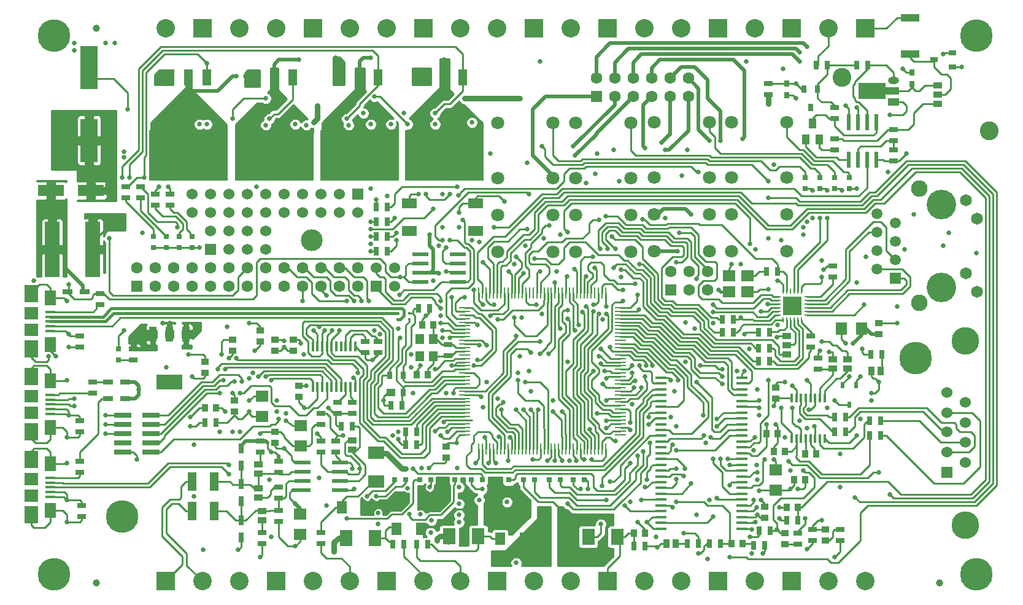
<source format=gtl>
G04 (created by PCBNEW (2013-07-07 BZR 4022)-stable) date 30/04/2014 16:23:46*
%MOIN*%
G04 Gerber Fmt 3.4, Leading zero omitted, Abs format*
%FSLAX34Y34*%
G01*
G70*
G90*
G04 APERTURE LIST*
%ADD10C,0.00590551*%
%ADD11R,0.0984X0.0984*%
%ADD12O,0.0098X0.0315*%
%ADD13O,0.0315X0.0098*%
%ADD14R,0.015X0.05*%
%ADD15R,0.0165X0.0579*%
%ADD16R,0.063X0.017*%
%ADD17R,0.045X0.09*%
%ADD18R,0.4252X0.2755*%
%ADD19R,0.0177165X0.0177165*%
%ADD20R,0.0237X0.0355*%
%ADD21R,0.144X0.08*%
%ADD22R,0.04X0.08*%
%ADD23R,0.0472X0.0394*%
%ADD24R,0.0315X0.0394*%
%ADD25R,0.0531X0.0256*%
%ADD26R,0.0256X0.0531*%
%ADD27R,0.05X0.09*%
%ADD28R,0.05X0.1*%
%ADD29R,0.045X0.025*%
%ADD30R,0.025X0.045*%
%ADD31C,0.16*%
%ADD32R,0.0591X0.0591*%
%ADD33C,0.0591*%
%ADD34C,0.09*%
%ADD35C,0.065*%
%ADD36R,0.0826772X0.0551181*%
%ADD37R,0.063X0.063*%
%ADD38C,0.063*%
%ADD39R,0.06X0.06*%
%ADD40C,0.06*%
%ADD41R,0.0551X0.0708*%
%ADD42R,0.0591X0.01*%
%ADD43R,0.01X0.0591*%
%ADD44R,0.0314X0.0314*%
%ADD45R,0.05X0.038*%
%ADD46R,0.038X0.05*%
%ADD47C,0.0708*%
%ADD48R,0.0472441X0.0551181*%
%ADD49R,0.0709X0.0866*%
%ADD50R,0.0866X0.0709*%
%ADD51R,0.0354X0.0394*%
%ADD52R,0.0394X0.0354*%
%ADD53R,0.1X0.1*%
%ADD54C,0.1*%
%ADD55C,0.102362*%
%ADD56R,0.0669291X0.0590551*%
%ADD57R,0.0866X0.0236*%
%ADD58R,0.1417X0.063*%
%ADD59R,0.0394X0.0276*%
%ADD60R,0.0276X0.0394*%
%ADD61R,0.0315X0.038*%
%ADD62R,0.0236X0.0866*%
%ADD63R,0.059X0.0393*%
%ADD64R,0.0787X0.0393*%
%ADD65R,0.1456X0.0866*%
%ADD66O,0.059X0.0393*%
%ADD67R,0.0393X0.0551*%
%ADD68R,0.0984252X0.0393701*%
%ADD69C,0.177165*%
%ADD70R,0.0945X0.23624*%
%ADD71R,0.0944882X0.0295276*%
%ADD72R,0.0944882X0.0291339*%
%ADD73C,0.0393701*%
%ADD74R,0.0531X0.0157*%
%ADD75R,0.0591X0.0827*%
%ADD76R,0.0748X0.0945*%
%ADD77R,0.0748X0.0709*%
%ADD78C,0.15*%
%ADD79R,0.0787X0.2992*%
%ADD80C,0.11811*%
%ADD81R,0.071X0.063*%
%ADD82R,0.063X0.071*%
%ADD83C,0.025*%
%ADD84C,0.03*%
%ADD85C,0.01*%
%ADD86C,0.02*%
%ADD87C,0.015*%
G04 APERTURE END LIST*
G54D10*
G54D11*
X46800Y-21550D03*
G54D12*
X47292Y-20763D03*
X47095Y-20763D03*
X46898Y-20763D03*
X46702Y-20763D03*
X46505Y-20763D03*
X46308Y-20763D03*
G54D13*
X46013Y-21058D03*
X46013Y-21255D03*
X46013Y-21452D03*
X46013Y-21648D03*
X46013Y-21845D03*
X46013Y-22042D03*
G54D12*
X46308Y-22337D03*
X46505Y-22337D03*
X46702Y-22337D03*
X46898Y-22337D03*
X47095Y-22337D03*
X47292Y-22337D03*
G54D13*
X47587Y-22042D03*
X47587Y-21845D03*
X47587Y-21648D03*
X47587Y-21452D03*
X47587Y-21255D03*
X47587Y-21058D03*
G54D14*
X46754Y-28752D03*
X47010Y-28752D03*
X47266Y-28752D03*
X47522Y-28752D03*
X47778Y-28752D03*
X48034Y-28752D03*
X48290Y-28752D03*
X48546Y-28752D03*
X48546Y-26548D03*
X48290Y-26548D03*
X48034Y-26548D03*
X47778Y-26548D03*
X47522Y-26548D03*
X47266Y-26548D03*
X47010Y-26548D03*
X46754Y-26548D03*
G54D15*
X21772Y-25952D03*
X22028Y-25952D03*
X22284Y-25952D03*
X22540Y-25952D03*
X21008Y-23750D03*
X21004Y-25952D03*
X21260Y-25952D03*
X21516Y-25952D03*
X22796Y-23748D03*
X22540Y-23748D03*
X22284Y-23748D03*
X22028Y-23748D03*
X21772Y-23748D03*
X21516Y-23748D03*
X22796Y-25952D03*
X21260Y-23750D03*
X20748Y-25952D03*
X23052Y-25952D03*
X23052Y-23748D03*
X20748Y-23748D03*
G54D16*
X44055Y-33643D03*
X44055Y-33328D03*
X44055Y-33013D03*
X44055Y-32698D03*
X44055Y-32383D03*
X44055Y-32068D03*
X44055Y-31753D03*
X44055Y-31438D03*
X44055Y-31123D03*
X44055Y-30808D03*
X44055Y-30493D03*
X44055Y-30178D03*
X44055Y-29863D03*
X44055Y-29550D03*
X44055Y-29235D03*
X44055Y-28920D03*
X44055Y-28605D03*
X44055Y-28290D03*
X44055Y-27975D03*
X44055Y-27660D03*
X44055Y-27345D03*
X44055Y-27030D03*
X44055Y-26715D03*
X44055Y-26400D03*
X44055Y-26085D03*
X44055Y-25770D03*
X44055Y-25455D03*
X39647Y-25455D03*
X39647Y-25770D03*
X39647Y-26085D03*
X39647Y-26400D03*
X39647Y-26715D03*
X39647Y-27030D03*
X39647Y-27345D03*
X39647Y-27660D03*
X39647Y-27975D03*
X39647Y-28290D03*
X39647Y-28605D03*
X39647Y-28920D03*
X39647Y-29235D03*
X39647Y-29550D03*
X39647Y-29863D03*
X39647Y-30178D03*
X39647Y-30493D03*
X39647Y-30808D03*
X39647Y-31123D03*
X39647Y-31438D03*
X39647Y-31753D03*
X39647Y-32068D03*
X39647Y-32383D03*
X39647Y-32698D03*
X39647Y-33013D03*
X39647Y-33328D03*
X39647Y-33643D03*
G54D17*
X19650Y-9150D03*
G54D18*
X18650Y-13400D03*
G54D17*
X17650Y-9150D03*
X18650Y-9150D03*
X28900Y-9150D03*
G54D18*
X27900Y-13400D03*
G54D17*
X26900Y-9150D03*
X27900Y-9150D03*
X15000Y-9150D03*
G54D18*
X14000Y-13400D03*
G54D17*
X13000Y-9150D03*
X14000Y-9150D03*
X24300Y-9150D03*
G54D18*
X23300Y-13400D03*
G54D17*
X22300Y-9150D03*
X23300Y-9150D03*
G54D19*
X25350Y-22300D03*
X25979Y-22300D03*
X25979Y-21965D03*
X25350Y-21965D03*
G54D20*
X50273Y-25868D03*
X49525Y-25868D03*
X49900Y-26930D03*
G54D21*
X12950Y-25700D03*
G54D22*
X12950Y-23100D03*
X12050Y-23100D03*
X13850Y-23100D03*
G54D23*
X24985Y-26272D03*
G54D24*
X25674Y-25328D03*
X25674Y-26272D03*
X24926Y-25328D03*
G54D25*
X7428Y-20800D03*
X8372Y-20800D03*
X9628Y-25700D03*
X10572Y-25700D03*
X9628Y-26600D03*
X10572Y-26600D03*
G54D26*
X16850Y-29278D03*
X16850Y-30222D03*
X16850Y-31228D03*
X16850Y-32172D03*
X16850Y-33178D03*
X16850Y-34122D03*
G54D27*
X26748Y-32100D03*
X25450Y-32100D03*
X34448Y-34200D03*
X33150Y-34200D03*
X30548Y-32600D03*
X29250Y-32600D03*
G54D28*
X15400Y-31100D03*
X14200Y-31100D03*
X15400Y-32700D03*
X14200Y-32700D03*
G54D29*
X18900Y-31400D03*
X18900Y-32000D03*
G54D30*
X43000Y-23000D03*
X43600Y-23000D03*
G54D29*
X18900Y-32650D03*
X18900Y-33250D03*
G54D30*
X45400Y-19700D03*
X46000Y-19700D03*
G54D29*
X18900Y-30000D03*
X18900Y-30600D03*
X12200Y-16100D03*
X12200Y-15500D03*
G54D30*
X44950Y-23000D03*
X45550Y-23000D03*
G54D29*
X18000Y-33850D03*
X18000Y-34450D03*
X17900Y-28900D03*
X17900Y-29500D03*
X21200Y-34450D03*
X21200Y-33850D03*
G54D30*
X25700Y-34500D03*
X25100Y-34500D03*
X26400Y-34500D03*
X27000Y-34500D03*
G54D29*
X22000Y-28900D03*
X22000Y-29500D03*
X13000Y-16100D03*
X13000Y-15500D03*
G54D30*
X51050Y-24200D03*
X51650Y-24200D03*
G54D29*
X10600Y-15700D03*
X10600Y-15100D03*
X21200Y-29500D03*
X21200Y-28900D03*
G54D30*
X22900Y-28100D03*
X22300Y-28100D03*
G54D29*
X11400Y-15700D03*
X11400Y-15100D03*
X48200Y-25000D03*
X48200Y-24400D03*
G54D30*
X24800Y-16200D03*
X24200Y-16200D03*
X24800Y-18600D03*
X24200Y-18600D03*
X24800Y-17000D03*
X24200Y-17000D03*
X24800Y-17800D03*
X24200Y-17800D03*
G54D29*
X47100Y-33900D03*
X47100Y-34500D03*
G54D30*
X26400Y-29100D03*
X25800Y-29100D03*
G54D29*
X22900Y-27400D03*
X22900Y-26800D03*
X22100Y-27400D03*
X22100Y-26800D03*
X24300Y-24100D03*
X24300Y-23500D03*
X23600Y-24100D03*
X23600Y-23500D03*
X11000Y-23900D03*
X11000Y-24500D03*
G54D30*
X43000Y-22300D03*
X43600Y-22300D03*
G54D29*
X28100Y-24250D03*
X28100Y-23650D03*
G54D30*
X25600Y-26950D03*
X25000Y-26950D03*
X26400Y-28400D03*
X25800Y-28400D03*
X26500Y-21700D03*
X27100Y-21700D03*
G54D29*
X49400Y-34300D03*
X49400Y-33700D03*
G54D30*
X46500Y-33200D03*
X47100Y-33200D03*
X41700Y-34450D03*
X41100Y-34450D03*
G54D29*
X49000Y-20000D03*
X49000Y-19400D03*
G54D30*
X44950Y-24550D03*
X45550Y-24550D03*
G54D29*
X47800Y-23800D03*
X47800Y-23200D03*
G54D30*
X44950Y-23850D03*
X45550Y-23850D03*
X45300Y-34550D03*
X44700Y-34550D03*
G54D29*
X8100Y-27800D03*
X8100Y-28400D03*
X8800Y-26300D03*
X8800Y-25700D03*
X47900Y-34300D03*
X47900Y-33700D03*
G54D30*
X38200Y-34600D03*
X38800Y-34600D03*
G54D29*
X8100Y-23200D03*
X8100Y-23800D03*
G54D30*
X51000Y-28600D03*
X51600Y-28600D03*
X49100Y-28400D03*
X49700Y-28400D03*
G54D29*
X9200Y-21500D03*
X9200Y-20900D03*
G54D30*
X51000Y-27800D03*
X51600Y-27800D03*
X49100Y-27600D03*
X49700Y-27600D03*
G54D29*
X8100Y-30600D03*
X8100Y-30000D03*
G54D30*
X15500Y-27900D03*
X14900Y-27900D03*
G54D29*
X8200Y-33000D03*
X8200Y-32400D03*
G54D30*
X45000Y-33750D03*
X45600Y-33750D03*
G54D29*
X21200Y-28000D03*
X21200Y-27400D03*
G54D30*
X42300Y-34450D03*
X42900Y-34450D03*
G54D31*
X54900Y-16050D03*
X54900Y-20550D03*
G54D32*
X52400Y-20050D03*
G54D33*
X51400Y-19550D03*
X52400Y-19050D03*
X51400Y-18550D03*
X52400Y-18050D03*
X51400Y-17550D03*
X52400Y-17050D03*
X51400Y-16550D03*
G54D34*
X53700Y-21400D03*
X53700Y-15200D03*
G54D35*
X56830Y-20790D03*
X56230Y-19790D03*
X56830Y-16810D03*
X56230Y-15810D03*
G54D36*
X26000Y-17500D03*
X26000Y-16003D03*
X29582Y-16003D03*
X29582Y-17500D03*
G54D37*
X36150Y-10200D03*
G54D38*
X36150Y-9200D03*
X37150Y-10200D03*
X37150Y-9200D03*
X38150Y-10200D03*
X38150Y-9200D03*
X39150Y-10200D03*
X39150Y-9200D03*
X40150Y-10200D03*
X40150Y-9200D03*
X41150Y-10200D03*
X41150Y-9200D03*
G54D39*
X15200Y-18500D03*
G54D40*
X15200Y-17500D03*
X16200Y-18500D03*
X16200Y-17500D03*
X17200Y-18500D03*
X17200Y-17500D03*
X18200Y-18500D03*
X18200Y-17500D03*
G54D37*
X40200Y-20700D03*
G54D38*
X40200Y-19700D03*
X41200Y-20700D03*
X41200Y-19700D03*
X42200Y-20700D03*
X42200Y-19700D03*
G54D39*
X24200Y-20500D03*
G54D40*
X24200Y-19500D03*
X25200Y-20500D03*
X25200Y-19500D03*
G54D37*
X11200Y-20500D03*
G54D38*
X11200Y-19500D03*
X12200Y-20500D03*
X12200Y-19500D03*
X13200Y-20500D03*
X13200Y-19500D03*
X14200Y-20500D03*
X14200Y-19500D03*
X15200Y-20500D03*
X15200Y-19500D03*
X16200Y-20500D03*
X16200Y-19500D03*
X17200Y-20500D03*
X17200Y-19500D03*
X18200Y-20500D03*
X18200Y-19500D03*
X19200Y-20500D03*
X19200Y-19500D03*
X20200Y-20500D03*
X20200Y-19500D03*
X21200Y-20500D03*
X21200Y-19500D03*
X22200Y-20500D03*
X22200Y-19500D03*
X23200Y-20500D03*
X23200Y-19500D03*
G54D41*
X30931Y-34200D03*
X32269Y-34200D03*
X25281Y-33650D03*
X26619Y-33650D03*
X22331Y-32500D03*
X23669Y-32500D03*
G54D42*
X28984Y-21655D03*
X28984Y-21851D03*
X28984Y-22048D03*
X28984Y-22245D03*
X28984Y-22442D03*
X28984Y-22639D03*
X28984Y-22836D03*
X28984Y-23033D03*
X28984Y-23229D03*
X28984Y-23426D03*
X28984Y-23623D03*
X28984Y-23820D03*
X28984Y-24017D03*
X28984Y-24214D03*
X28984Y-24411D03*
X28984Y-24607D03*
X28984Y-24804D03*
X28984Y-25001D03*
X28984Y-25197D03*
X28984Y-25394D03*
X28984Y-25591D03*
X28984Y-25787D03*
X28984Y-25984D03*
X28984Y-26181D03*
X28984Y-26378D03*
X28984Y-26575D03*
X28984Y-26772D03*
X28984Y-26969D03*
X28984Y-27165D03*
X28984Y-27362D03*
X28984Y-27559D03*
X28984Y-27756D03*
X28984Y-27953D03*
X28984Y-28150D03*
X28984Y-28347D03*
X28984Y-28543D03*
G54D43*
X29772Y-29331D03*
X29968Y-29331D03*
X30165Y-29331D03*
X30362Y-29331D03*
X30559Y-29331D03*
X30756Y-29331D03*
X30953Y-29331D03*
X31150Y-29331D03*
X31346Y-29331D03*
X31543Y-29331D03*
X31740Y-29331D03*
X31937Y-29331D03*
X32134Y-29331D03*
X32331Y-29331D03*
X32528Y-29331D03*
X32724Y-29331D03*
X32921Y-29331D03*
X33118Y-29331D03*
X33314Y-29331D03*
X33511Y-29331D03*
X33708Y-29331D03*
X33904Y-29331D03*
X34101Y-29331D03*
X34298Y-29331D03*
X34495Y-29331D03*
X34692Y-29331D03*
X34889Y-29331D03*
X35086Y-29331D03*
X35282Y-29331D03*
X35479Y-29331D03*
X35676Y-29331D03*
X35873Y-29331D03*
X36070Y-29331D03*
X36267Y-29331D03*
X36464Y-29331D03*
X36660Y-29331D03*
G54D42*
X37448Y-28543D03*
X37448Y-28347D03*
X37448Y-28150D03*
X37448Y-27953D03*
X37448Y-27756D03*
X37448Y-27559D03*
X37448Y-27362D03*
X37448Y-27165D03*
X37448Y-26969D03*
X37448Y-26772D03*
X37448Y-26575D03*
X37448Y-26378D03*
X37448Y-26181D03*
X37448Y-25984D03*
X37448Y-25787D03*
X37448Y-25591D03*
X37448Y-25394D03*
X37448Y-25197D03*
X37448Y-25001D03*
X37448Y-24804D03*
X37448Y-24607D03*
X37448Y-24411D03*
X37448Y-24214D03*
X37448Y-24017D03*
X37448Y-23820D03*
X37448Y-23623D03*
X37448Y-23426D03*
X37448Y-23229D03*
X37448Y-23033D03*
X37448Y-22836D03*
X37448Y-22639D03*
X37448Y-22442D03*
X37448Y-22245D03*
X37448Y-22048D03*
X37448Y-21851D03*
X37448Y-21655D03*
G54D43*
X36660Y-20867D03*
X36464Y-20867D03*
X36267Y-20867D03*
X36070Y-20867D03*
X35873Y-20867D03*
X35676Y-20867D03*
X35479Y-20867D03*
X35282Y-20867D03*
X35086Y-20867D03*
X34889Y-20867D03*
X34692Y-20867D03*
X34495Y-20867D03*
X34298Y-20867D03*
X34101Y-20867D03*
X33904Y-20867D03*
X33708Y-20867D03*
X33511Y-20867D03*
X33314Y-20867D03*
X33118Y-20867D03*
X32921Y-20867D03*
X32724Y-20867D03*
X32528Y-20867D03*
X32331Y-20867D03*
X32134Y-20867D03*
X31937Y-20867D03*
X31740Y-20867D03*
X31543Y-20867D03*
X31346Y-20867D03*
X31150Y-20867D03*
X30953Y-20867D03*
X30756Y-20867D03*
X30559Y-20867D03*
X30362Y-20867D03*
X30165Y-20867D03*
X29968Y-20867D03*
X29772Y-20867D03*
G54D44*
X34905Y-31000D03*
X35495Y-31000D03*
X49100Y-15195D03*
X49100Y-14605D03*
X32205Y-31000D03*
X32795Y-31000D03*
X30805Y-31000D03*
X31395Y-31000D03*
X29355Y-31000D03*
X29945Y-31000D03*
X27855Y-31000D03*
X28445Y-31000D03*
X26555Y-31000D03*
X27145Y-31000D03*
X25205Y-31000D03*
X25795Y-31000D03*
X12800Y-17805D03*
X12800Y-18395D03*
X12100Y-17805D03*
X12100Y-18395D03*
X14200Y-17805D03*
X14200Y-18395D03*
X13500Y-17805D03*
X13500Y-18395D03*
X47500Y-15195D03*
X47500Y-14605D03*
X48300Y-15195D03*
X48300Y-14605D03*
X49900Y-15195D03*
X49900Y-14605D03*
X33605Y-31000D03*
X34195Y-31000D03*
X10200Y-24495D03*
X10200Y-23905D03*
G54D45*
X46500Y-23200D03*
X46500Y-23700D03*
X46500Y-24200D03*
G54D46*
X40450Y-34450D03*
X39950Y-34450D03*
G54D45*
X49000Y-24450D03*
X49000Y-24950D03*
X22900Y-28850D03*
X22900Y-29350D03*
G54D46*
X51600Y-25100D03*
X51100Y-25100D03*
G54D45*
X18000Y-33200D03*
X18000Y-32700D03*
X17800Y-31950D03*
X17800Y-31450D03*
X17800Y-30650D03*
X17800Y-30150D03*
X49800Y-24450D03*
X49800Y-24950D03*
G54D47*
X46500Y-18600D03*
X46500Y-16600D03*
X46500Y-14600D03*
X43500Y-18600D03*
X43500Y-16600D03*
X43500Y-14600D03*
X46500Y-11600D03*
X43500Y-11600D03*
X33783Y-18616D03*
X33783Y-16616D03*
X33783Y-14616D03*
X30783Y-18616D03*
X30783Y-16616D03*
X30783Y-14616D03*
X33783Y-11616D03*
X30783Y-11616D03*
X38024Y-18616D03*
X38024Y-16616D03*
X38024Y-14616D03*
X35024Y-18616D03*
X35024Y-16616D03*
X35024Y-14616D03*
X38024Y-11616D03*
X35024Y-11616D03*
X42300Y-18600D03*
X42300Y-16600D03*
X42300Y-14600D03*
X39300Y-18600D03*
X39300Y-16600D03*
X39300Y-14600D03*
X42300Y-11600D03*
X39300Y-11600D03*
G54D48*
X27300Y-24300D03*
X27300Y-23355D03*
X26551Y-24300D03*
X26551Y-23355D03*
G54D49*
X35710Y-34100D03*
X37290Y-34100D03*
X28160Y-34050D03*
X29740Y-34050D03*
G54D50*
X24200Y-29510D03*
X24200Y-31090D03*
G54D49*
X22560Y-34150D03*
X24140Y-34150D03*
G54D51*
X45404Y-28500D03*
X45996Y-28500D03*
G54D52*
X48600Y-33704D03*
X48600Y-34296D03*
X20000Y-25904D03*
X20000Y-26496D03*
X46400Y-33904D03*
X46400Y-34496D03*
X18700Y-23404D03*
X18700Y-23996D03*
X18700Y-28404D03*
X18700Y-28996D03*
X28000Y-29796D03*
X28000Y-29204D03*
X45300Y-33046D03*
X45300Y-32454D03*
G54D51*
X26404Y-25300D03*
X26996Y-25300D03*
X26704Y-22600D03*
X27296Y-22600D03*
X46904Y-31000D03*
X47496Y-31000D03*
X38204Y-33900D03*
X38796Y-33900D03*
X47504Y-29600D03*
X48096Y-29600D03*
X46396Y-29450D03*
X45804Y-29450D03*
G54D52*
X45900Y-26596D03*
X45900Y-26004D03*
X51500Y-22504D03*
X51500Y-23096D03*
X16400Y-23404D03*
X16400Y-23996D03*
G54D51*
X14904Y-27100D03*
X15496Y-27100D03*
G54D52*
X14900Y-24604D03*
X14900Y-25196D03*
X17900Y-22904D03*
X17900Y-23496D03*
G54D51*
X43504Y-34450D03*
X44096Y-34450D03*
G54D52*
X19700Y-23404D03*
X19700Y-23996D03*
G54D51*
X47096Y-32500D03*
X46504Y-32500D03*
G54D53*
X30750Y-36500D03*
G54D54*
X32750Y-36500D03*
X34750Y-36500D03*
G54D53*
X32750Y-6500D03*
G54D54*
X30750Y-6500D03*
X28750Y-6500D03*
G54D53*
X24750Y-36500D03*
G54D54*
X26750Y-36500D03*
X28750Y-36500D03*
G54D53*
X18750Y-36500D03*
G54D54*
X20750Y-36500D03*
X22750Y-36500D03*
G54D53*
X12750Y-36500D03*
G54D54*
X14750Y-36500D03*
X16750Y-36500D03*
G54D53*
X46750Y-36500D03*
G54D54*
X48750Y-36500D03*
X50750Y-36500D03*
G54D53*
X36750Y-36500D03*
G54D54*
X38750Y-36500D03*
X40750Y-36500D03*
G54D53*
X42750Y-6500D03*
G54D54*
X40750Y-6500D03*
X38750Y-6500D03*
G54D53*
X20750Y-6500D03*
G54D54*
X18750Y-6500D03*
X16750Y-6500D03*
G54D53*
X26750Y-6500D03*
G54D54*
X24750Y-6500D03*
X22750Y-6500D03*
G54D53*
X14750Y-6500D03*
G54D54*
X12750Y-6500D03*
G54D53*
X42750Y-36500D03*
G54D54*
X44750Y-36500D03*
G54D53*
X46750Y-6500D03*
G54D54*
X44750Y-6500D03*
G54D53*
X50750Y-6500D03*
G54D54*
X48750Y-6500D03*
G54D55*
X49504Y-9145D03*
X57495Y-12054D03*
G54D56*
X43350Y-20800D03*
X44350Y-20800D03*
X44350Y-19930D03*
X43350Y-19930D03*
G54D57*
X28623Y-20250D03*
X28623Y-19750D03*
X28623Y-19250D03*
X28623Y-18750D03*
X26577Y-18750D03*
X26577Y-19250D03*
X26577Y-19750D03*
X26577Y-20250D03*
G54D53*
X36750Y-6500D03*
G54D54*
X34750Y-6500D03*
G54D57*
X22223Y-31550D03*
X22223Y-31050D03*
X22223Y-30550D03*
X22223Y-30050D03*
X20177Y-30050D03*
X20177Y-30550D03*
X20177Y-31050D03*
X20177Y-31550D03*
G54D58*
X6517Y-15300D03*
X8683Y-15300D03*
G54D59*
X54500Y-8200D03*
X55500Y-7825D03*
X55500Y-8575D03*
G54D60*
X47800Y-10800D03*
X47425Y-9800D03*
X48175Y-9800D03*
G54D61*
X46500Y-9491D03*
X46500Y-10111D03*
X53300Y-8891D03*
X53300Y-9511D03*
G54D29*
X52300Y-12000D03*
X52300Y-12600D03*
X52300Y-13700D03*
X52300Y-13100D03*
X45500Y-10100D03*
X45500Y-9500D03*
X49100Y-12500D03*
X49100Y-13100D03*
X49100Y-11400D03*
X49100Y-10800D03*
G54D30*
X50900Y-8500D03*
X50300Y-8500D03*
X48100Y-8500D03*
X48700Y-8500D03*
G54D45*
X54700Y-10600D03*
X54700Y-10100D03*
X54700Y-9600D03*
G54D62*
X49850Y-13623D03*
X50350Y-13623D03*
X50850Y-13623D03*
X51350Y-13623D03*
X51350Y-11577D03*
X50850Y-11577D03*
X50350Y-11577D03*
X49850Y-11577D03*
G54D63*
X52279Y-10490D03*
G54D64*
X52179Y-9900D03*
G54D65*
X51130Y-9900D03*
G54D66*
X52279Y-9310D03*
G54D67*
X47526Y-12533D03*
X48274Y-12533D03*
X47900Y-11667D03*
G54D68*
X53200Y-7884D03*
X53200Y-5915D03*
G54D69*
X6692Y-36122D03*
X6692Y-6889D03*
X56791Y-36122D03*
X56791Y-6889D03*
G54D39*
X23200Y-15500D03*
G54D40*
X23200Y-16500D03*
X22200Y-15500D03*
X22200Y-16500D03*
X21200Y-15500D03*
X21200Y-16500D03*
X20200Y-15500D03*
X20200Y-16500D03*
X19200Y-15500D03*
X19200Y-16500D03*
X18200Y-15500D03*
X18200Y-16500D03*
X17200Y-15500D03*
X17200Y-16500D03*
X16200Y-15500D03*
X16200Y-16500D03*
X15200Y-15500D03*
X15200Y-16500D03*
X14200Y-15500D03*
X14200Y-16500D03*
G54D70*
X8600Y-8637D03*
X8600Y-12575D03*
G54D71*
X10432Y-27500D03*
G54D72*
X11967Y-27500D03*
G54D71*
X10432Y-28000D03*
G54D72*
X11967Y-28000D03*
X10432Y-28500D03*
X11967Y-28500D03*
X10432Y-29000D03*
G54D71*
X11967Y-29000D03*
X10432Y-29500D03*
G54D72*
X11967Y-29500D03*
G54D73*
X9000Y-6500D03*
X9000Y-36600D03*
X54800Y-36600D03*
G54D74*
X6500Y-22400D03*
X6500Y-22144D03*
X6500Y-22656D03*
X6500Y-21888D03*
X6500Y-22912D03*
G54D75*
X6500Y-21140D03*
X6500Y-23660D03*
G54D76*
X5457Y-20904D03*
X5457Y-23896D03*
G54D77*
X5457Y-21947D03*
X5457Y-22853D03*
G54D74*
X6500Y-26900D03*
X6500Y-26644D03*
X6500Y-27156D03*
X6500Y-26388D03*
X6500Y-27412D03*
G54D75*
X6500Y-25640D03*
X6500Y-28160D03*
G54D76*
X5457Y-25404D03*
X5457Y-28396D03*
G54D77*
X5457Y-26447D03*
X5457Y-27353D03*
G54D74*
X6500Y-31400D03*
X6500Y-31144D03*
X6500Y-31656D03*
X6500Y-30888D03*
X6500Y-31912D03*
G54D75*
X6500Y-30140D03*
X6500Y-32660D03*
G54D76*
X5457Y-29904D03*
X5457Y-32896D03*
G54D77*
X5457Y-30947D03*
X5457Y-31853D03*
G54D78*
X56200Y-33450D03*
X56200Y-23450D03*
G54D39*
X55200Y-30600D03*
G54D40*
X55200Y-29500D03*
X55200Y-28400D03*
X55200Y-27350D03*
X55200Y-26250D03*
X56200Y-26800D03*
X56200Y-27900D03*
X56200Y-28950D03*
X56200Y-30050D03*
G54D79*
X8802Y-18500D03*
X6598Y-18500D03*
G54D69*
X53500Y-24400D03*
X10400Y-33000D03*
G54D80*
X20700Y-18000D03*
G54D81*
X20050Y-33950D03*
X20050Y-32850D03*
G54D82*
X49450Y-22800D03*
X50550Y-22800D03*
G54D81*
X18000Y-26450D03*
X18000Y-27550D03*
G54D52*
X16500Y-27296D03*
X16500Y-26704D03*
G54D81*
X45900Y-30450D03*
X45900Y-31550D03*
X20100Y-28050D03*
X20100Y-29150D03*
G54D83*
X21000Y-10700D03*
X20800Y-11600D03*
X45500Y-10600D03*
X32000Y-10300D03*
X29000Y-10300D03*
X25700Y-11100D03*
X23500Y-11100D03*
X27600Y-18300D03*
X20400Y-11750D03*
X41500Y-22800D03*
X34300Y-29950D03*
X45446Y-21446D03*
X38450Y-21750D03*
X20800Y-22900D03*
X20100Y-23600D03*
X20300Y-27100D03*
X18800Y-26700D03*
X14300Y-29100D03*
X14000Y-24200D03*
X17300Y-22500D03*
X27800Y-15500D03*
X38900Y-31000D03*
X29700Y-22600D03*
X41000Y-24600D03*
X30000Y-19200D03*
X41000Y-22450D03*
X24800Y-15600D03*
X43400Y-31300D03*
X9500Y-27500D03*
X25100Y-28600D03*
X12600Y-22500D03*
X37200Y-28900D03*
X30700Y-30100D03*
X23900Y-15200D03*
X24400Y-23100D03*
X32300Y-18300D03*
X47200Y-27800D03*
X28550Y-29000D03*
X28600Y-30350D03*
X25000Y-11700D03*
X30400Y-13300D03*
X44200Y-23100D03*
X27800Y-17300D03*
X28700Y-33300D03*
X29800Y-32100D03*
X22400Y-28600D03*
X14100Y-27600D03*
X13000Y-22500D03*
X25400Y-28800D03*
X32900Y-21500D03*
X36000Y-21500D03*
X36400Y-23900D03*
X36700Y-27800D03*
X44200Y-25100D03*
X32600Y-26200D03*
X44600Y-33700D03*
X38600Y-32100D03*
X44900Y-32900D03*
X47600Y-17000D03*
X55300Y-17600D03*
X56800Y-18700D03*
X45800Y-27000D03*
X45400Y-28000D03*
X29900Y-26500D03*
X43500Y-19300D03*
X14100Y-28100D03*
X44850Y-30200D03*
X46400Y-28700D03*
X41600Y-32900D03*
X26100Y-24200D03*
X28300Y-24800D03*
X46700Y-31500D03*
X45000Y-31600D03*
X29500Y-20700D03*
X27100Y-17700D03*
X18500Y-29500D03*
X19800Y-32300D03*
X6300Y-16000D03*
X6800Y-16000D03*
X7300Y-16000D03*
X11300Y-23000D03*
X52000Y-14300D03*
X11300Y-26100D03*
X17700Y-15100D03*
X27600Y-19800D03*
X36200Y-13300D03*
X33100Y-8300D03*
X46300Y-8700D03*
X44300Y-8300D03*
X11300Y-23400D03*
X50100Y-23600D03*
X29000Y-21100D03*
X29400Y-18000D03*
X33200Y-12900D03*
X45500Y-14800D03*
X45500Y-15700D03*
X43400Y-35200D03*
X50200Y-31950D03*
X51500Y-30600D03*
X52100Y-31800D03*
X46600Y-30000D03*
X47400Y-17700D03*
X38250Y-20350D03*
X47400Y-17300D03*
X35950Y-18900D03*
X29500Y-24800D03*
X27150Y-33850D03*
X29700Y-24500D03*
X28700Y-32900D03*
X27800Y-22900D03*
X26600Y-32850D03*
X26650Y-30350D03*
X27700Y-22500D03*
X34950Y-19550D03*
X33600Y-17200D03*
X32200Y-19800D03*
X31800Y-18900D03*
X32500Y-15500D03*
X27800Y-18000D03*
X28200Y-23300D03*
X30200Y-23700D03*
X29800Y-23700D03*
X28650Y-15550D03*
X41700Y-14300D03*
X45500Y-17900D03*
X37600Y-21300D03*
X27400Y-25000D03*
X16400Y-11400D03*
X18200Y-10300D03*
X25900Y-11700D03*
X24100Y-10200D03*
X27400Y-28350D03*
X27700Y-28600D03*
X28200Y-15500D03*
X26900Y-15500D03*
X31100Y-26800D03*
X45000Y-26700D03*
X43000Y-25800D03*
X41800Y-24800D03*
X43000Y-25000D03*
X45000Y-27100D03*
X38850Y-24800D03*
X39000Y-28000D03*
X38600Y-26000D03*
X38000Y-28300D03*
X42700Y-28100D03*
X36500Y-25800D03*
X42700Y-27700D03*
X38400Y-20950D03*
X38500Y-24800D03*
X36475Y-31325D03*
X30850Y-28650D03*
X39200Y-24800D03*
X39000Y-27600D03*
X36900Y-23800D03*
X38000Y-27900D03*
X40500Y-29400D03*
X36900Y-31100D03*
X31350Y-29950D03*
X31800Y-27200D03*
X44800Y-33300D03*
X44850Y-32500D03*
X32200Y-27200D03*
X35050Y-29950D03*
X40900Y-30800D03*
X35500Y-29900D03*
X40500Y-30950D03*
X41300Y-31200D03*
X29600Y-30100D03*
X30100Y-28700D03*
X40300Y-32500D03*
X37700Y-32400D03*
X31450Y-28700D03*
X42500Y-33000D03*
X32700Y-29900D03*
X44700Y-32100D03*
X32600Y-27200D03*
X42500Y-29850D03*
X33000Y-27200D03*
X45300Y-29900D03*
X31900Y-25600D03*
X32300Y-25700D03*
X44900Y-30600D03*
X42900Y-29850D03*
X33800Y-27300D03*
X43300Y-29850D03*
X34300Y-27300D03*
X40950Y-30400D03*
X33500Y-29950D03*
X40500Y-30400D03*
X33900Y-29950D03*
X40600Y-25600D03*
X41600Y-25700D03*
X45500Y-25600D03*
X43000Y-25400D03*
X42350Y-28675D03*
X38800Y-25400D03*
X41950Y-27500D03*
X42000Y-28600D03*
X44750Y-28700D03*
X31000Y-27200D03*
X40500Y-19200D03*
X34600Y-22250D03*
X36750Y-18450D03*
X37000Y-17800D03*
X32400Y-17400D03*
X35400Y-21900D03*
X37200Y-18450D03*
X38650Y-16850D03*
X36000Y-21850D03*
X41600Y-20100D03*
X36350Y-18450D03*
X34600Y-21800D03*
X34200Y-17700D03*
X27850Y-27850D03*
X37100Y-19500D03*
X35600Y-21600D03*
X36300Y-22000D03*
X37500Y-19600D03*
X32800Y-19000D03*
X28050Y-28400D03*
X16600Y-24400D03*
X23200Y-25200D03*
X15600Y-25000D03*
X18500Y-25600D03*
X18200Y-25400D03*
X16800Y-26300D03*
X17800Y-25400D03*
X16000Y-25000D03*
X36700Y-22000D03*
X38500Y-19300D03*
X44450Y-23900D03*
X38100Y-24800D03*
X37600Y-20700D03*
X48800Y-24050D03*
X46200Y-18000D03*
X48400Y-23500D03*
X42500Y-22500D03*
X38200Y-26000D03*
X28900Y-16900D03*
X27700Y-21300D03*
X32500Y-25100D03*
X36400Y-24700D03*
X31900Y-25200D03*
X27700Y-21700D03*
X36300Y-24300D03*
X38100Y-25200D03*
X47600Y-25600D03*
X47700Y-27200D03*
X38250Y-25625D03*
X36200Y-27400D03*
X23300Y-30400D03*
X23000Y-31500D03*
X35900Y-29900D03*
X22900Y-30400D03*
X35800Y-28250D03*
X31700Y-22200D03*
X30800Y-22300D03*
X33100Y-24150D03*
X34200Y-22800D03*
X35000Y-22900D03*
X33550Y-24150D03*
X33900Y-20300D03*
X33100Y-23500D03*
X32600Y-24100D03*
X40650Y-17600D03*
X34550Y-19950D03*
X21100Y-22700D03*
X15900Y-25600D03*
X21400Y-22900D03*
X15700Y-26300D03*
X21800Y-22900D03*
X16500Y-25650D03*
X16900Y-25650D03*
X22200Y-22900D03*
X35600Y-19950D03*
X17300Y-25500D03*
X17500Y-25200D03*
X36050Y-19500D03*
X36600Y-25100D03*
X36700Y-25500D03*
X19200Y-23450D03*
X19300Y-27400D03*
X15800Y-24200D03*
X16400Y-28400D03*
X7500Y-20400D03*
X25500Y-20000D03*
X25500Y-23300D03*
X27500Y-34300D03*
X24300Y-33400D03*
X24300Y-32800D03*
X25800Y-30400D03*
X25900Y-31450D03*
X21900Y-34900D03*
X18500Y-34100D03*
X14300Y-31900D03*
X31300Y-32200D03*
X31800Y-35500D03*
X42100Y-29000D03*
X40500Y-28100D03*
X40200Y-27600D03*
X40400Y-26200D03*
X48700Y-16800D03*
X48300Y-16800D03*
X28600Y-15100D03*
X30000Y-21500D03*
X25300Y-18000D03*
X30600Y-21500D03*
X25200Y-16800D03*
X25300Y-17600D03*
X30400Y-22100D03*
X34600Y-17550D03*
X44500Y-18200D03*
X45950Y-23250D03*
X24100Y-22900D03*
X18900Y-27700D03*
X23900Y-17400D03*
X31150Y-15900D03*
X27300Y-16300D03*
X28700Y-16500D03*
X33100Y-19700D03*
X25400Y-22800D03*
X36000Y-25100D03*
X36700Y-26700D03*
X27700Y-22100D03*
X23900Y-18200D03*
X35200Y-22600D03*
X49900Y-25400D03*
X50500Y-25400D03*
X50600Y-23900D03*
X56000Y-8600D03*
X49700Y-10700D03*
X46991Y-9491D03*
X30600Y-17300D03*
X38800Y-13000D03*
X42300Y-12600D03*
X47200Y-8300D03*
X34900Y-12900D03*
X35600Y-14900D03*
X39700Y-12700D03*
X41300Y-16600D03*
X42900Y-12600D03*
X47200Y-7800D03*
X35000Y-13400D03*
X36100Y-14400D03*
X39900Y-13100D03*
X39900Y-16800D03*
X40550Y-18600D03*
X44100Y-12500D03*
X47600Y-7500D03*
X25450Y-20950D03*
X28200Y-18000D03*
X28000Y-19700D03*
X22700Y-11750D03*
X18200Y-11750D03*
X20250Y-24200D03*
X19200Y-23800D03*
X19300Y-27800D03*
X34700Y-29950D03*
X45500Y-20650D03*
X36700Y-21600D03*
X27050Y-30350D03*
X28700Y-31400D03*
X21000Y-28500D03*
X18800Y-27300D03*
X20400Y-25900D03*
X17600Y-24000D03*
X16100Y-22700D03*
X19200Y-29300D03*
X16800Y-28400D03*
X15700Y-28400D03*
X16000Y-27300D03*
X14200Y-25400D03*
X17300Y-26700D03*
X16400Y-26300D03*
X5600Y-20200D03*
X44000Y-19300D03*
X48400Y-19100D03*
X12800Y-24900D03*
X19800Y-34600D03*
X9600Y-15400D03*
X9600Y-15000D03*
X6800Y-12100D03*
X6800Y-11700D03*
X13800Y-23800D03*
X7400Y-32100D03*
X7500Y-27500D03*
X9500Y-7300D03*
X7800Y-7300D03*
X10000Y-7300D03*
X7500Y-23100D03*
X10500Y-22900D03*
X10500Y-13500D03*
X10500Y-13200D03*
X31700Y-19300D03*
X7800Y-7700D03*
X7600Y-11700D03*
X52900Y-18500D03*
X46800Y-21550D03*
X46550Y-21850D03*
X46550Y-21250D03*
X47100Y-21850D03*
X47100Y-21250D03*
X51100Y-26700D03*
X50500Y-27700D03*
X32000Y-24300D03*
X33300Y-17900D03*
X22000Y-8100D03*
X14600Y-18400D03*
X11500Y-17600D03*
X45100Y-32100D03*
X38900Y-33300D03*
X21500Y-32400D03*
X14500Y-22800D03*
X11200Y-29900D03*
X9500Y-28500D03*
X9500Y-28000D03*
X27300Y-20200D03*
X26900Y-22100D03*
X26200Y-26300D03*
X28000Y-26300D03*
X21600Y-27100D03*
X30200Y-25700D03*
X38100Y-26900D03*
X34600Y-24600D03*
X33800Y-26700D03*
X36700Y-28200D03*
X48300Y-24000D03*
X49100Y-26700D03*
X52500Y-22500D03*
X55000Y-18300D03*
X16200Y-24400D03*
X7600Y-12100D03*
X19800Y-11700D03*
X30800Y-26600D03*
X26500Y-15500D03*
X27800Y-23300D03*
X33200Y-22000D03*
X32100Y-22200D03*
X30000Y-27050D03*
X23900Y-11700D03*
X29400Y-11600D03*
X27400Y-11700D03*
X45800Y-13900D03*
X48500Y-19600D03*
X50800Y-18900D03*
X53400Y-16600D03*
X46000Y-22600D03*
X44800Y-18500D03*
X41100Y-13100D03*
X40800Y-14500D03*
X37100Y-13100D03*
X37400Y-14800D03*
X32400Y-13800D03*
X28700Y-17300D03*
X45000Y-27500D03*
X46400Y-25700D03*
X49700Y-23600D03*
X50300Y-20300D03*
X28700Y-32300D03*
X27200Y-33200D03*
X17900Y-35200D03*
X18400Y-31000D03*
X21100Y-30900D03*
X26300Y-9100D03*
X17100Y-9100D03*
X12300Y-9100D03*
X15000Y-11700D03*
X14600Y-11700D03*
X26600Y-24800D03*
X24600Y-26700D03*
X25400Y-28400D03*
X30300Y-30100D03*
X24000Y-24500D03*
X28300Y-21100D03*
X28000Y-18400D03*
X29800Y-18100D03*
X34000Y-19700D03*
X37500Y-20000D03*
X36500Y-22300D03*
X40200Y-25600D03*
X43800Y-25100D03*
X44900Y-26100D03*
X44700Y-29400D03*
X45900Y-28000D03*
X43400Y-30200D03*
X40300Y-29100D03*
X42700Y-32000D03*
X38800Y-31400D03*
X52500Y-21600D03*
X48700Y-27100D03*
X46800Y-25900D03*
X16700Y-34800D03*
X14800Y-34800D03*
X46100Y-32500D03*
X45800Y-29900D03*
X36400Y-33400D03*
X45200Y-35000D03*
X44900Y-31000D03*
X26100Y-24900D03*
X40900Y-33900D03*
X46700Y-30500D03*
X38400Y-33300D03*
X28400Y-26300D03*
X55000Y-7900D03*
X53000Y-13300D03*
X52800Y-8700D03*
X47000Y-10300D03*
X47600Y-28200D03*
X47500Y-33100D03*
X49400Y-29600D03*
X31400Y-19700D03*
X42300Y-32100D03*
X42200Y-35300D03*
X39400Y-34100D03*
X38000Y-32200D03*
X44600Y-35000D03*
X47100Y-31500D03*
X49100Y-35200D03*
X49400Y-31400D03*
X16200Y-30700D03*
X36300Y-16900D03*
X47900Y-16800D03*
X9700Y-17900D03*
X17900Y-28500D03*
X17300Y-27300D03*
X7400Y-33300D03*
X7400Y-30100D03*
X16200Y-30200D03*
X20200Y-21300D03*
X21500Y-21000D03*
X22600Y-21300D03*
X23000Y-21300D03*
X23400Y-21300D03*
X23800Y-21300D03*
X31800Y-23200D03*
X46200Y-27100D03*
X46800Y-27100D03*
X48000Y-28100D03*
X50300Y-28600D03*
X51100Y-26300D03*
X51500Y-25700D03*
X10700Y-10900D03*
X9800Y-17300D03*
X10300Y-17300D03*
X10300Y-16800D03*
X9800Y-16800D03*
X44000Y-22200D03*
X48400Y-20000D03*
X50700Y-21500D03*
X45100Y-21850D03*
X46000Y-20200D03*
X42800Y-20700D03*
X42500Y-21500D03*
X36650Y-16700D03*
X42500Y-21900D03*
X6800Y-24300D03*
X6400Y-24300D03*
X7500Y-23800D03*
X7400Y-21300D03*
X40500Y-32200D03*
X47400Y-30500D03*
X45950Y-33700D03*
X44500Y-34100D03*
X46100Y-33100D03*
X39450Y-34650D03*
X41700Y-35000D03*
X47600Y-34750D03*
X48400Y-33200D03*
X23900Y-17000D03*
X23900Y-17800D03*
X23900Y-18600D03*
X7800Y-27000D03*
X24200Y-15800D03*
X7800Y-26600D03*
X7400Y-25600D03*
X7400Y-28700D03*
X26200Y-30400D03*
X29950Y-31500D03*
X22600Y-33100D03*
X38000Y-30100D03*
X27100Y-31400D03*
X26000Y-32850D03*
X34600Y-32300D03*
X35700Y-31500D03*
X39050Y-29000D03*
X35300Y-31500D03*
X36700Y-32100D03*
X35000Y-34300D03*
X38400Y-29700D03*
X38700Y-29450D03*
X24200Y-31900D03*
X23700Y-31900D03*
X48700Y-15300D03*
X49500Y-15300D03*
X47900Y-15300D03*
X50300Y-15200D03*
X22600Y-11400D03*
X10800Y-14600D03*
X12400Y-15100D03*
X27400Y-11100D03*
X10400Y-14600D03*
X12900Y-15100D03*
X13400Y-17300D03*
X18400Y-11400D03*
X11600Y-14600D03*
X15000Y-8400D03*
X16600Y-9100D03*
X20000Y-8200D03*
X23900Y-8100D03*
X27900Y-8200D03*
X50300Y-10800D03*
X52100Y-11200D03*
X22950Y-25450D03*
G54D84*
X21000Y-11400D02*
X21000Y-10700D01*
X20800Y-11600D02*
X21000Y-11400D01*
X45500Y-10600D02*
X45500Y-10100D01*
X29000Y-10300D02*
X32000Y-10300D01*
G54D85*
X34101Y-29331D02*
X34101Y-29701D01*
X34300Y-29900D02*
X34300Y-29950D01*
X34101Y-29701D02*
X34300Y-29900D01*
X45446Y-21446D02*
X45452Y-21452D01*
X37448Y-21851D02*
X38348Y-21851D01*
X38348Y-21851D02*
X38450Y-21750D01*
X19700Y-23404D02*
X20004Y-23404D01*
X20100Y-23500D02*
X20100Y-23600D01*
X20004Y-23404D02*
X20100Y-23500D01*
X20300Y-27100D02*
X20500Y-27100D01*
X20500Y-27100D02*
X21000Y-26600D01*
X21000Y-26600D02*
X21000Y-26400D01*
X21000Y-26400D02*
X21004Y-26400D01*
X21004Y-26600D02*
X21000Y-26600D01*
X21004Y-26400D02*
X21004Y-26600D01*
X21004Y-25952D02*
X21004Y-26400D01*
X20300Y-27100D02*
X20000Y-26800D01*
X20000Y-26800D02*
X20300Y-27100D01*
X20000Y-26496D02*
X20000Y-26800D01*
X14900Y-24604D02*
X14900Y-24300D01*
X14800Y-24200D02*
X14000Y-24200D01*
X14900Y-24300D02*
X14800Y-24200D01*
X17900Y-22904D02*
X17900Y-22700D01*
X17700Y-22500D02*
X17300Y-22500D01*
X17900Y-22700D02*
X17700Y-22500D01*
X22000Y-28480D02*
X22000Y-28500D01*
X22000Y-28500D02*
X22100Y-28600D01*
X22000Y-28900D02*
X22000Y-28700D01*
X22000Y-28700D02*
X22100Y-28600D01*
X22100Y-28600D02*
X22400Y-28600D01*
X21700Y-28200D02*
X21900Y-28400D01*
X21980Y-28480D02*
X22000Y-28480D01*
X21900Y-28400D02*
X21980Y-28480D01*
X39222Y-30178D02*
X39100Y-30300D01*
X39100Y-30300D02*
X39100Y-30400D01*
X39100Y-30400D02*
X38900Y-30600D01*
X38900Y-30600D02*
X38900Y-31000D01*
X39222Y-30178D02*
X39647Y-30178D01*
X21700Y-27800D02*
X21700Y-28200D01*
X21600Y-27500D02*
X21700Y-27600D01*
X21700Y-27600D02*
X21700Y-27800D01*
X44055Y-25455D02*
X44055Y-25245D01*
X44055Y-25245D02*
X44200Y-25100D01*
X30559Y-29331D02*
X30559Y-29959D01*
X30559Y-29959D02*
X30700Y-30100D01*
X28984Y-22442D02*
X29542Y-22442D01*
X29542Y-22442D02*
X29700Y-22600D01*
X30362Y-20867D02*
X30362Y-19562D01*
X30362Y-19562D02*
X30000Y-19200D01*
X44055Y-31123D02*
X43477Y-31123D01*
X43477Y-31123D02*
X43400Y-31300D01*
X10432Y-27500D02*
X9500Y-27500D01*
X25800Y-29100D02*
X25600Y-29100D01*
X25400Y-28900D02*
X25400Y-28800D01*
X25600Y-29100D02*
X25400Y-28900D01*
X25800Y-28400D02*
X25800Y-29100D01*
X12950Y-23100D02*
X12950Y-22550D01*
X12950Y-22550D02*
X13000Y-22500D01*
X21200Y-27400D02*
X21500Y-27400D01*
X21500Y-27400D02*
X21600Y-27500D01*
X36464Y-29331D02*
X36464Y-28935D01*
X37100Y-28900D02*
X37200Y-28900D01*
X36900Y-28700D02*
X37100Y-28900D01*
X36700Y-28700D02*
X36900Y-28700D01*
X36464Y-28935D02*
X36700Y-28700D01*
X14400Y-27300D02*
X14600Y-27100D01*
X14904Y-27100D02*
X14600Y-27100D01*
X14400Y-27300D02*
X14100Y-27600D01*
X37448Y-27756D02*
X36743Y-27756D01*
X36743Y-27756D02*
X36700Y-27800D01*
X36911Y-24411D02*
X36400Y-23900D01*
X46754Y-26548D02*
X45948Y-26548D01*
X45948Y-26548D02*
X45900Y-26596D01*
X28550Y-29000D02*
X28550Y-28750D01*
X28550Y-28750D02*
X28700Y-28600D01*
X44950Y-23000D02*
X44300Y-23000D01*
X44300Y-23000D02*
X44200Y-23100D01*
X14900Y-27900D02*
X14600Y-27900D01*
X14600Y-27900D02*
X14400Y-28100D01*
X12950Y-23100D02*
X13050Y-22550D01*
X13050Y-22550D02*
X13000Y-22500D01*
X25400Y-28800D02*
X25450Y-28850D01*
X28000Y-29204D02*
X28000Y-29100D01*
X28756Y-28543D02*
X28984Y-28543D01*
X28756Y-28543D02*
X28700Y-28600D01*
X28100Y-29000D02*
X28550Y-29000D01*
X28000Y-29100D02*
X28100Y-29000D01*
X32331Y-20867D02*
X32331Y-21331D01*
X32500Y-21500D02*
X32900Y-21500D01*
X32331Y-21331D02*
X32500Y-21500D01*
X36267Y-21332D02*
X36100Y-21500D01*
X36100Y-21500D02*
X36000Y-21500D01*
X36267Y-21332D02*
X36267Y-20867D01*
X38398Y-21801D02*
X38450Y-21750D01*
X37448Y-24411D02*
X36911Y-24411D01*
X44055Y-29550D02*
X44450Y-29550D01*
X44900Y-29700D02*
X45100Y-29500D01*
X44600Y-29700D02*
X44900Y-29700D01*
X44450Y-29550D02*
X44600Y-29700D01*
X44055Y-33643D02*
X44543Y-33643D01*
X44543Y-33643D02*
X44600Y-33700D01*
X39647Y-32068D02*
X38632Y-32068D01*
X38632Y-32068D02*
X38600Y-32100D01*
X45300Y-33046D02*
X45046Y-33046D01*
X44787Y-33013D02*
X44900Y-32900D01*
X44787Y-33013D02*
X44055Y-33013D01*
X45046Y-33046D02*
X44900Y-32900D01*
X45900Y-26596D02*
X45800Y-27000D01*
X45800Y-27000D02*
X45804Y-27000D01*
X45852Y-26952D02*
X45800Y-27004D01*
X45804Y-27000D02*
X45800Y-27004D01*
X45404Y-28500D02*
X45404Y-28004D01*
X45404Y-28004D02*
X45400Y-28000D01*
X45404Y-29196D02*
X45404Y-28500D01*
X45100Y-29500D02*
X45404Y-29196D01*
X28984Y-26378D02*
X29778Y-26378D01*
X29778Y-26378D02*
X29900Y-26500D01*
X21008Y-23750D02*
X21008Y-23108D01*
X20958Y-23058D02*
X20800Y-22900D01*
X21008Y-23108D02*
X20800Y-22900D01*
X43350Y-19930D02*
X43350Y-19550D01*
X43350Y-19550D02*
X43500Y-19300D01*
X14096Y-27604D02*
X14100Y-27600D01*
X14400Y-28100D02*
X14100Y-28100D01*
X46013Y-21452D02*
X45452Y-21452D01*
X45452Y-21452D02*
X45450Y-21450D01*
X45900Y-31550D02*
X45050Y-31550D01*
X45050Y-31550D02*
X45000Y-31600D01*
X45900Y-31550D02*
X46650Y-31550D01*
X46650Y-31550D02*
X46700Y-31500D01*
X45050Y-31550D02*
X45000Y-31600D01*
X46904Y-31000D02*
X46904Y-31296D01*
X46904Y-31296D02*
X46700Y-31500D01*
X28300Y-24800D02*
X28400Y-24800D01*
X28984Y-24804D02*
X28404Y-24804D01*
X28404Y-24804D02*
X28400Y-24800D01*
X28984Y-24607D02*
X28592Y-24607D01*
X28592Y-24607D02*
X28400Y-24800D01*
X31150Y-20867D02*
X31150Y-21449D01*
X30800Y-21800D02*
X29900Y-21800D01*
X29900Y-21800D02*
X29500Y-21400D01*
X29500Y-21400D02*
X29500Y-20700D01*
X31150Y-21449D02*
X30800Y-21800D01*
G54D86*
X27300Y-18600D02*
X27300Y-18500D01*
X27100Y-17700D02*
X27100Y-18200D01*
X27150Y-19750D02*
X26577Y-19750D01*
X27300Y-19600D02*
X27300Y-18600D01*
X27150Y-19750D02*
X27300Y-19600D01*
X27100Y-18300D02*
X27100Y-18200D01*
X27300Y-18500D02*
X27100Y-18300D01*
X7400Y-19600D02*
X7300Y-19500D01*
X7200Y-18500D02*
X6598Y-18500D01*
X7300Y-18600D02*
X7200Y-18500D01*
X7300Y-19500D02*
X7300Y-18600D01*
X8100Y-20300D02*
X7400Y-19600D01*
G54D85*
X18300Y-29300D02*
X18500Y-29500D01*
G54D86*
X17900Y-28900D02*
X18200Y-28900D01*
G54D85*
X18300Y-29000D02*
X18300Y-29300D01*
G54D86*
X18200Y-28900D02*
X18300Y-29000D01*
X18900Y-29700D02*
X18900Y-30000D01*
G54D85*
X18900Y-29700D02*
X18700Y-29500D01*
X18500Y-29500D02*
X18700Y-29500D01*
G54D86*
X20050Y-32850D02*
X20050Y-32550D01*
X20050Y-32550D02*
X19800Y-32300D01*
X19650Y-31550D02*
X20177Y-31550D01*
G54D85*
X19500Y-31700D02*
X19650Y-31550D01*
X19500Y-32000D02*
X19500Y-31700D01*
X19800Y-32300D02*
X19500Y-32000D01*
G54D86*
X16850Y-29278D02*
X16850Y-29150D01*
X17100Y-28900D02*
X17900Y-28900D01*
X16850Y-29150D02*
X17100Y-28900D01*
X19950Y-31550D02*
X20177Y-31550D01*
X8272Y-20800D02*
X8272Y-20472D01*
X8272Y-20472D02*
X8100Y-20300D01*
X6598Y-18598D02*
X6598Y-18300D01*
X6598Y-18300D02*
X6598Y-16098D01*
X6598Y-16098D02*
X6800Y-16000D01*
X6598Y-18300D02*
X6598Y-16102D01*
X6598Y-16102D02*
X7300Y-16000D01*
X6717Y-15100D02*
X6000Y-15100D01*
X6800Y-16000D02*
X7300Y-16000D01*
X11000Y-23900D02*
X11000Y-23300D01*
X11950Y-23000D02*
X12050Y-23100D01*
X11300Y-23000D02*
X11950Y-23000D01*
X11000Y-23300D02*
X11300Y-23000D01*
X11300Y-26100D02*
X11300Y-25900D01*
X11100Y-25700D02*
X11300Y-25900D01*
X11000Y-25700D02*
X11100Y-25700D01*
X11000Y-25700D02*
X10572Y-25700D01*
X11300Y-26400D02*
X11300Y-26100D01*
X11100Y-26600D02*
X11300Y-26400D01*
X11100Y-26600D02*
X10572Y-26600D01*
X27550Y-19750D02*
X26577Y-19750D01*
X27600Y-19800D02*
X27550Y-19750D01*
X11300Y-23400D02*
X11750Y-23400D01*
X11750Y-23400D02*
X12050Y-23100D01*
X12050Y-23050D02*
X12050Y-23100D01*
X50550Y-22800D02*
X50800Y-22800D01*
X51096Y-23096D02*
X51500Y-23096D01*
X50800Y-22800D02*
X51096Y-23096D01*
X50550Y-22800D02*
X50550Y-23150D01*
X50550Y-23150D02*
X50100Y-23600D01*
G54D85*
X35400Y-13900D02*
X35500Y-13800D01*
X42100Y-13800D02*
X42200Y-13900D01*
X35500Y-13800D02*
X42100Y-13800D01*
X28984Y-21851D02*
X28551Y-21851D01*
X28800Y-21100D02*
X29000Y-21100D01*
X28500Y-21400D02*
X28800Y-21100D01*
X28500Y-21800D02*
X28500Y-21400D01*
X28551Y-21851D02*
X28500Y-21800D01*
X45500Y-15700D02*
X47000Y-15700D01*
X33400Y-13500D02*
X33800Y-13900D01*
X33800Y-13900D02*
X35400Y-13900D01*
X42200Y-13900D02*
X44600Y-13900D01*
X44600Y-13900D02*
X45300Y-14600D01*
X33370Y-13410D02*
X33400Y-13500D01*
X33370Y-13070D02*
X33200Y-12900D01*
X33370Y-13410D02*
X33370Y-13070D01*
X45300Y-14600D02*
X45500Y-14800D01*
X53000Y-13700D02*
X53400Y-13700D01*
X51300Y-15400D02*
X53000Y-13700D01*
X51000Y-15400D02*
X51300Y-15400D01*
X50500Y-15900D02*
X51000Y-15400D01*
X47200Y-15900D02*
X50500Y-15900D01*
X47000Y-15700D02*
X47200Y-15900D01*
X57300Y-31900D02*
X56800Y-32400D01*
X50900Y-32400D02*
X50500Y-32800D01*
X56800Y-32400D02*
X50900Y-32400D01*
X57900Y-27600D02*
X57900Y-31300D01*
X57900Y-31300D02*
X57300Y-31900D01*
X53400Y-13700D02*
X53500Y-13700D01*
X56200Y-13700D02*
X53400Y-13700D01*
X57900Y-15400D02*
X56200Y-13700D01*
X57900Y-27600D02*
X57900Y-15400D01*
X43400Y-35200D02*
X44300Y-35200D01*
X50500Y-34300D02*
X50500Y-32800D01*
X49300Y-35500D02*
X50500Y-34300D01*
X48900Y-35500D02*
X49300Y-35500D01*
X48700Y-35300D02*
X48900Y-35500D01*
X44400Y-35300D02*
X48700Y-35300D01*
X44300Y-35200D02*
X44400Y-35300D01*
X44600Y-16000D02*
X47000Y-16000D01*
X47000Y-16000D02*
X47100Y-16100D01*
X52200Y-14800D02*
X51400Y-15600D01*
X51400Y-15600D02*
X51100Y-15600D01*
X52200Y-14800D02*
X53100Y-13900D01*
X56100Y-13900D02*
X57700Y-15500D01*
X57700Y-15500D02*
X57700Y-27500D01*
X53100Y-13900D02*
X56100Y-13900D01*
X50600Y-16100D02*
X47100Y-16100D01*
X51100Y-15600D02*
X50600Y-16100D01*
X57700Y-27500D02*
X57700Y-30900D01*
X57700Y-31200D02*
X56700Y-32200D01*
X56700Y-32200D02*
X50450Y-32200D01*
X50450Y-32200D02*
X50200Y-31950D01*
X57700Y-30900D02*
X57700Y-31200D01*
X44600Y-16000D02*
X44000Y-15400D01*
X34500Y-15400D02*
X34400Y-15400D01*
X30800Y-17800D02*
X30550Y-17800D01*
X44000Y-15400D02*
X34500Y-15400D01*
X34400Y-15400D02*
X34100Y-15700D01*
X34100Y-15700D02*
X33300Y-15700D01*
X33300Y-15700D02*
X31200Y-17800D01*
X31200Y-17800D02*
X30800Y-17800D01*
X30550Y-17800D02*
X30150Y-18200D01*
X30150Y-18200D02*
X29700Y-18650D01*
X29700Y-18650D02*
X29700Y-18650D01*
X29700Y-18650D02*
X29700Y-20100D01*
X29700Y-20100D02*
X29968Y-20368D01*
X29968Y-20400D02*
X29968Y-20368D01*
X29968Y-20867D02*
X29968Y-20400D01*
X46800Y-17100D02*
X46700Y-17200D01*
X45500Y-17200D02*
X45400Y-17100D01*
X46700Y-17200D02*
X45500Y-17200D01*
X57500Y-30700D02*
X57500Y-31100D01*
X50900Y-30900D02*
X50700Y-30900D01*
X51200Y-30600D02*
X50900Y-30900D01*
X51500Y-30600D02*
X51200Y-30600D01*
X52300Y-32000D02*
X52100Y-31800D01*
X56600Y-32000D02*
X52300Y-32000D01*
X57500Y-31100D02*
X56600Y-32000D01*
X57500Y-27250D02*
X57500Y-30700D01*
X47150Y-30200D02*
X46800Y-30200D01*
X46800Y-30200D02*
X46600Y-30000D01*
X47700Y-30300D02*
X47600Y-30200D01*
X47600Y-30200D02*
X47150Y-30200D01*
X48300Y-30900D02*
X48600Y-30900D01*
X47700Y-30300D02*
X48300Y-30900D01*
X51200Y-15800D02*
X50700Y-16300D01*
X50700Y-30900D02*
X48600Y-30900D01*
X56000Y-14100D02*
X57500Y-15600D01*
X57500Y-15600D02*
X57500Y-27250D01*
X52400Y-15000D02*
X53300Y-14100D01*
X51600Y-15800D02*
X51200Y-15800D01*
X52400Y-15000D02*
X51600Y-15800D01*
X53300Y-14100D02*
X56000Y-14100D01*
X30756Y-20356D02*
X30756Y-19975D01*
X43900Y-15600D02*
X44700Y-16400D01*
X44700Y-16400D02*
X45400Y-17100D01*
X32500Y-17700D02*
X32800Y-17400D01*
X32800Y-16500D02*
X33000Y-16300D01*
X32800Y-17400D02*
X32800Y-16500D01*
X32500Y-17700D02*
X32200Y-17700D01*
X31300Y-18900D02*
X31050Y-19150D01*
X31300Y-18600D02*
X31300Y-18900D01*
X32200Y-17700D02*
X31300Y-18600D01*
X34600Y-15600D02*
X34400Y-15800D01*
X43900Y-15600D02*
X34600Y-15600D01*
X34300Y-15900D02*
X33400Y-15900D01*
X33400Y-15900D02*
X33000Y-16300D01*
X34400Y-15800D02*
X34300Y-15900D01*
X30756Y-20867D02*
X30756Y-20356D01*
X30756Y-19400D02*
X30756Y-19293D01*
X30900Y-19150D02*
X31050Y-19150D01*
X30756Y-19293D02*
X30900Y-19150D01*
X30756Y-19975D02*
X30756Y-19400D01*
X46800Y-17100D02*
X47600Y-16300D01*
X50700Y-16300D02*
X47600Y-16300D01*
X45300Y-17300D02*
X45400Y-17400D01*
X46800Y-17400D02*
X46900Y-17300D01*
X45400Y-17400D02*
X46800Y-17400D01*
X51800Y-31100D02*
X52000Y-31100D01*
X47096Y-32500D02*
X47300Y-32500D01*
X48700Y-31100D02*
X48800Y-31100D01*
X47300Y-32500D02*
X48700Y-31100D01*
X51800Y-31100D02*
X48800Y-31100D01*
X56500Y-31800D02*
X52700Y-31800D01*
X57300Y-31000D02*
X56500Y-31800D01*
X57300Y-16000D02*
X57300Y-15700D01*
X47100Y-17100D02*
X47700Y-16500D01*
X55900Y-14300D02*
X56000Y-14400D01*
X53500Y-14300D02*
X55900Y-14300D01*
X56000Y-14400D02*
X57300Y-15700D01*
X53500Y-14300D02*
X52600Y-15200D01*
X51900Y-15900D02*
X51800Y-16000D01*
X51800Y-16000D02*
X51300Y-16000D01*
X52600Y-15200D02*
X51900Y-15900D01*
X47100Y-17100D02*
X46900Y-17300D01*
X47700Y-16500D02*
X50600Y-16500D01*
X50800Y-16500D02*
X51300Y-16000D01*
X50600Y-16500D02*
X50800Y-16500D01*
X57300Y-30400D02*
X57300Y-16000D01*
X57300Y-30400D02*
X57300Y-31000D01*
X52000Y-31100D02*
X52700Y-31800D01*
X32500Y-17950D02*
X32550Y-17950D01*
X32550Y-17950D02*
X33000Y-17500D01*
X33000Y-17500D02*
X33000Y-16600D01*
X33000Y-16600D02*
X33200Y-16400D01*
X32500Y-17950D02*
X32250Y-17950D01*
X31500Y-19100D02*
X31250Y-19350D01*
X31500Y-18700D02*
X31500Y-19100D01*
X32250Y-17950D02*
X31500Y-18700D01*
X33500Y-16100D02*
X33200Y-16400D01*
X30950Y-19450D02*
X31050Y-19350D01*
X30953Y-20253D02*
X30953Y-20867D01*
X30953Y-19903D02*
X30950Y-19900D01*
X30953Y-20253D02*
X30953Y-19903D01*
X30950Y-19900D02*
X30950Y-19450D01*
X31250Y-19350D02*
X31050Y-19350D01*
X45300Y-17300D02*
X45100Y-17100D01*
X45100Y-17100D02*
X44400Y-16400D01*
X43800Y-15800D02*
X44400Y-16400D01*
X34700Y-15800D02*
X34400Y-16100D01*
X43800Y-15800D02*
X34700Y-15800D01*
X34400Y-16100D02*
X33500Y-16100D01*
X47100Y-33200D02*
X47100Y-32504D01*
X47100Y-32504D02*
X47096Y-32500D01*
X35850Y-19750D02*
X35700Y-19600D01*
X35950Y-20000D02*
X35950Y-19800D01*
X35950Y-19800D02*
X35900Y-19750D01*
X35900Y-19750D02*
X35850Y-19750D01*
X36550Y-19350D02*
X36550Y-19850D01*
X35676Y-20273D02*
X35850Y-20100D01*
X35700Y-19600D02*
X35700Y-19350D01*
X35676Y-20867D02*
X35676Y-20273D01*
X37100Y-20150D02*
X36850Y-20150D01*
X36850Y-20150D02*
X36550Y-19850D01*
X37300Y-20350D02*
X37100Y-20150D01*
X35700Y-19350D02*
X35850Y-19200D01*
X35850Y-19200D02*
X36400Y-19200D01*
X36400Y-19200D02*
X36550Y-19350D01*
X38250Y-20350D02*
X37300Y-20350D01*
X35850Y-20100D02*
X35950Y-20000D01*
X35282Y-19382D02*
X35282Y-19117D01*
X35282Y-19117D02*
X35350Y-19050D01*
X35282Y-19667D02*
X35282Y-19382D01*
X35282Y-20017D02*
X35282Y-19667D01*
X35282Y-20017D02*
X35282Y-20867D01*
X35350Y-19050D02*
X35500Y-18900D01*
X35500Y-18900D02*
X35950Y-18900D01*
X30700Y-22800D02*
X30700Y-24000D01*
X29900Y-22000D02*
X29744Y-22000D01*
X30055Y-22155D02*
X29900Y-22000D01*
X30055Y-22155D02*
X30700Y-22800D01*
X29900Y-24800D02*
X29500Y-24800D01*
X29900Y-24800D02*
X30700Y-24000D01*
X29744Y-22000D02*
X29400Y-21655D01*
X28984Y-21655D02*
X29400Y-21655D01*
X30500Y-22900D02*
X30500Y-23900D01*
X29600Y-22200D02*
X29800Y-22200D01*
X29800Y-22200D02*
X30500Y-22900D01*
X29700Y-24500D02*
X29900Y-24500D01*
X29900Y-24500D02*
X30500Y-23900D01*
X29448Y-22048D02*
X29600Y-22200D01*
X29300Y-22048D02*
X29448Y-22048D01*
X28984Y-22048D02*
X29300Y-22048D01*
X28100Y-22900D02*
X27900Y-22900D01*
X28466Y-23033D02*
X28333Y-23033D01*
X28200Y-22900D02*
X28100Y-22900D01*
X28333Y-23033D02*
X28200Y-22900D01*
X28466Y-23033D02*
X28466Y-23033D01*
X28533Y-23033D02*
X28466Y-23033D01*
X28533Y-23033D02*
X28984Y-23033D01*
X28600Y-22836D02*
X28436Y-22836D01*
X28984Y-22836D02*
X28600Y-22836D01*
X28436Y-22836D02*
X28300Y-22700D01*
X28100Y-22500D02*
X27700Y-22500D01*
X28300Y-22700D02*
X28100Y-22500D01*
X35086Y-20867D02*
X35086Y-19686D01*
X34950Y-19550D02*
X35086Y-19686D01*
X32134Y-20867D02*
X32134Y-20365D01*
X32134Y-20365D02*
X32150Y-20350D01*
X33600Y-17200D02*
X33400Y-17200D01*
X32600Y-18200D02*
X32600Y-18400D01*
X33200Y-17600D02*
X32600Y-18200D01*
X33200Y-17400D02*
X33200Y-17600D01*
X33400Y-17200D02*
X33200Y-17400D01*
X32300Y-18700D02*
X32600Y-18400D01*
X32300Y-19400D02*
X32500Y-19600D01*
X32500Y-19600D02*
X32500Y-20000D01*
X32500Y-20000D02*
X32134Y-20365D01*
X32300Y-18700D02*
X32300Y-19400D01*
X32134Y-20867D02*
X32134Y-20365D01*
X31937Y-20200D02*
X31937Y-20062D01*
X31937Y-20062D02*
X32200Y-19800D01*
X31937Y-20200D02*
X31937Y-20867D01*
X31740Y-20867D02*
X31740Y-19859D01*
X32100Y-19200D02*
X31800Y-18900D01*
X32100Y-19500D02*
X32100Y-19200D01*
X31740Y-19859D02*
X32100Y-19500D01*
X31800Y-15400D02*
X32400Y-15400D01*
X32400Y-15400D02*
X32500Y-15500D01*
X28800Y-15800D02*
X29200Y-15400D01*
X27600Y-18000D02*
X27800Y-18000D01*
X27400Y-17800D02*
X27600Y-18000D01*
X27400Y-17200D02*
X27400Y-17800D01*
X28000Y-16600D02*
X27800Y-16800D01*
X28800Y-15800D02*
X28000Y-16600D01*
X27800Y-16800D02*
X27400Y-17200D01*
X29200Y-15400D02*
X31800Y-15400D01*
X28984Y-23229D02*
X28270Y-23229D01*
X28270Y-23229D02*
X28200Y-23300D01*
X28984Y-23426D02*
X29926Y-23426D01*
X29926Y-23426D02*
X30200Y-23700D01*
X35500Y-14100D02*
X35600Y-14000D01*
X41300Y-14000D02*
X41500Y-14200D01*
X35600Y-14000D02*
X41300Y-14000D01*
X34700Y-14100D02*
X35500Y-14100D01*
X29000Y-15200D02*
X28800Y-15400D01*
X29723Y-23623D02*
X29800Y-23700D01*
X28984Y-23623D02*
X29723Y-23623D01*
X28800Y-15400D02*
X28650Y-15550D01*
X41600Y-14300D02*
X41500Y-14200D01*
X41600Y-14300D02*
X41700Y-14300D01*
X34000Y-15200D02*
X34400Y-14800D01*
X34400Y-14800D02*
X34400Y-14400D01*
X34400Y-14400D02*
X34700Y-14100D01*
X29000Y-15200D02*
X34000Y-15200D01*
X36300Y-26700D02*
X36500Y-26900D01*
X36500Y-26900D02*
X36569Y-26969D01*
X37000Y-21500D02*
X37150Y-21350D01*
X36300Y-23600D02*
X35900Y-24000D01*
X35900Y-24600D02*
X36300Y-25000D01*
X35900Y-24000D02*
X35900Y-24600D01*
X36300Y-26400D02*
X35900Y-26000D01*
X36300Y-25200D02*
X36300Y-25000D01*
X36569Y-26969D02*
X37448Y-26969D01*
X36300Y-26400D02*
X36300Y-26700D01*
X35900Y-26000D02*
X35900Y-25600D01*
X35900Y-25600D02*
X36300Y-25200D01*
X37550Y-21350D02*
X37600Y-21300D01*
X36300Y-23600D02*
X37000Y-22900D01*
X37000Y-22900D02*
X37000Y-21500D01*
X37150Y-21350D02*
X37550Y-21350D01*
X28488Y-24411D02*
X28984Y-24411D01*
X27925Y-24525D02*
X27700Y-24750D01*
X27700Y-24750D02*
X27700Y-24800D01*
X27500Y-25000D02*
X27400Y-25000D01*
X27700Y-24800D02*
X27500Y-25000D01*
X28325Y-24525D02*
X27925Y-24525D01*
X28325Y-24525D02*
X28375Y-24525D01*
X28488Y-24411D02*
X28375Y-24525D01*
X28000Y-28100D02*
X27950Y-28150D01*
X28984Y-27953D02*
X28400Y-27953D01*
X28400Y-27953D02*
X28246Y-27953D01*
X28146Y-27953D02*
X28000Y-28100D01*
X28246Y-27953D02*
X28146Y-27953D01*
X27950Y-28150D02*
X27750Y-28150D01*
X27850Y-28150D02*
X27750Y-28150D01*
X27750Y-28150D02*
X27600Y-28150D01*
X27600Y-28150D02*
X27400Y-28350D01*
X18200Y-10300D02*
X17000Y-10300D01*
X16400Y-10900D02*
X17000Y-10300D01*
X16400Y-11400D02*
X16400Y-10900D01*
X25900Y-11700D02*
X24400Y-10200D01*
X24400Y-10200D02*
X24100Y-10200D01*
X27400Y-28350D02*
X27400Y-28350D01*
X28050Y-28750D02*
X28150Y-28750D01*
X27850Y-28750D02*
X27700Y-28600D01*
X26900Y-15500D02*
X26900Y-15600D01*
X26900Y-15600D02*
X27100Y-15800D01*
X27900Y-15800D02*
X28200Y-15500D01*
X27100Y-15800D02*
X27900Y-15800D01*
X27900Y-28750D02*
X28050Y-28750D01*
X27900Y-28750D02*
X27850Y-28750D01*
X28552Y-28347D02*
X28984Y-28347D01*
X28150Y-28750D02*
X28552Y-28347D01*
X30700Y-27500D02*
X30700Y-27100D01*
X31400Y-28200D02*
X30700Y-27500D01*
X31700Y-28200D02*
X31900Y-28400D01*
X31937Y-28437D02*
X31900Y-28400D01*
X31937Y-29331D02*
X31937Y-28437D01*
X31700Y-28200D02*
X31400Y-28200D01*
X31000Y-26900D02*
X31100Y-26800D01*
X30700Y-27100D02*
X30900Y-26900D01*
X30900Y-26900D02*
X31000Y-26900D01*
X43300Y-26100D02*
X43300Y-24800D01*
X43300Y-24800D02*
X43200Y-24700D01*
X43600Y-26400D02*
X43300Y-26100D01*
X44055Y-26400D02*
X43600Y-26400D01*
X43100Y-24600D02*
X42950Y-24600D01*
X43200Y-24700D02*
X43100Y-24600D01*
X42700Y-24600D02*
X42950Y-24600D01*
X39500Y-22900D02*
X39250Y-22900D01*
X40500Y-23900D02*
X39500Y-22900D01*
X41350Y-23900D02*
X40500Y-23900D01*
X42050Y-24600D02*
X41350Y-23900D01*
X42700Y-24600D02*
X42050Y-24600D01*
X39000Y-22900D02*
X38542Y-22442D01*
X39250Y-22900D02*
X39000Y-22900D01*
X38542Y-22442D02*
X37448Y-22442D01*
X43500Y-26000D02*
X43500Y-24600D01*
X43500Y-24600D02*
X43400Y-24500D01*
X42150Y-24400D02*
X41450Y-23700D01*
X43000Y-24400D02*
X42150Y-24400D01*
X44055Y-26085D02*
X43600Y-26085D01*
X39600Y-22700D02*
X39400Y-22700D01*
X40600Y-23700D02*
X39600Y-22700D01*
X41450Y-23700D02*
X40600Y-23700D01*
X39100Y-22700D02*
X39400Y-22700D01*
X39100Y-22700D02*
X38650Y-22250D01*
X43000Y-24400D02*
X43200Y-24400D01*
X43400Y-24500D02*
X43300Y-24400D01*
X43300Y-24400D02*
X43200Y-24400D01*
X43585Y-26085D02*
X43500Y-26000D01*
X43600Y-26085D02*
X43585Y-26085D01*
X37448Y-22245D02*
X38645Y-22245D01*
X38645Y-22245D02*
X38650Y-22250D01*
X38645Y-22245D02*
X38650Y-22250D01*
X30756Y-28956D02*
X30600Y-28800D01*
X30756Y-29331D02*
X30756Y-28956D01*
X30600Y-28800D02*
X30500Y-28700D01*
X30756Y-29331D02*
X30756Y-29006D01*
X30325Y-28375D02*
X30500Y-28550D01*
X30325Y-28375D02*
X29725Y-28375D01*
X29500Y-28950D02*
X29350Y-29100D01*
X29500Y-28600D02*
X29500Y-28950D01*
X29725Y-28375D02*
X29500Y-28600D01*
X30500Y-28700D02*
X30500Y-28550D01*
X29350Y-29100D02*
X29350Y-29450D01*
X29400Y-30400D02*
X29900Y-30400D01*
X29900Y-30400D02*
X30100Y-30600D01*
X30100Y-30600D02*
X31600Y-30600D01*
X31600Y-30600D02*
X31750Y-30450D01*
X31750Y-30450D02*
X36300Y-30450D01*
X29350Y-29450D02*
X29100Y-29700D01*
X29100Y-29700D02*
X29100Y-30200D01*
X29100Y-30200D02*
X29300Y-30400D01*
X29300Y-30400D02*
X29400Y-30400D01*
X38900Y-26700D02*
X38900Y-26900D01*
X36750Y-30300D02*
X36800Y-30250D01*
X38500Y-28550D02*
X36800Y-30250D01*
X36600Y-30450D02*
X36300Y-30450D01*
X36600Y-30450D02*
X36750Y-30300D01*
X39647Y-26400D02*
X39300Y-26400D01*
X39200Y-26400D02*
X38900Y-26700D01*
X38500Y-27300D02*
X38500Y-27400D01*
X39300Y-26400D02*
X39200Y-26400D01*
X38500Y-27400D02*
X38500Y-28550D01*
X38900Y-26900D02*
X38500Y-27300D01*
X34500Y-30450D02*
X36300Y-30450D01*
X41100Y-24300D02*
X41300Y-24500D01*
X41300Y-25000D02*
X41400Y-25100D01*
X41300Y-24500D02*
X41300Y-25000D01*
X40600Y-24300D02*
X41100Y-24300D01*
X41750Y-25450D02*
X42600Y-25450D01*
X42600Y-25450D02*
X43000Y-25800D01*
X45000Y-26700D02*
X44985Y-26715D01*
X44985Y-26715D02*
X44055Y-26715D01*
X41550Y-25250D02*
X41750Y-25450D01*
X40300Y-24300D02*
X40600Y-24300D01*
X37448Y-22836D02*
X38336Y-22836D01*
X38336Y-22836D02*
X38800Y-23300D01*
X39300Y-23300D02*
X38800Y-23300D01*
X40300Y-24300D02*
X39300Y-23300D01*
X41400Y-25100D02*
X41550Y-25250D01*
X42600Y-24800D02*
X42800Y-25000D01*
X42600Y-24800D02*
X42200Y-24800D01*
X42800Y-25000D02*
X43000Y-25000D01*
X42200Y-24800D02*
X41800Y-24800D01*
X44055Y-27030D02*
X44930Y-27030D01*
X44930Y-27030D02*
X45000Y-27100D01*
X38550Y-24500D02*
X38700Y-24500D01*
X38850Y-24650D02*
X38850Y-24800D01*
X38700Y-24500D02*
X38850Y-24650D01*
X38550Y-24500D02*
X38250Y-24500D01*
X38250Y-24500D02*
X38200Y-24500D01*
X38200Y-24500D02*
X37914Y-24214D01*
X37448Y-24214D02*
X37914Y-24214D01*
X39647Y-27660D02*
X39340Y-27660D01*
X39340Y-27660D02*
X39000Y-28000D01*
X38600Y-26000D02*
X38600Y-26057D01*
X38600Y-26057D02*
X38278Y-26378D01*
X37800Y-26378D02*
X38278Y-26378D01*
X37448Y-26378D02*
X37800Y-26378D01*
X37448Y-28150D02*
X37850Y-28150D01*
X37850Y-28150D02*
X38000Y-28300D01*
X43140Y-27660D02*
X42700Y-28100D01*
X43140Y-27660D02*
X44055Y-27660D01*
X37448Y-25984D02*
X36684Y-25984D01*
X36684Y-25984D02*
X36500Y-25800D01*
X44055Y-27345D02*
X43055Y-27345D01*
X43055Y-27345D02*
X42700Y-27700D01*
X36515Y-25784D02*
X36500Y-25800D01*
X36515Y-25784D02*
X36500Y-25800D01*
X36500Y-25800D02*
X36515Y-25784D01*
X44055Y-25770D02*
X44430Y-25770D01*
X43700Y-24200D02*
X43600Y-24200D01*
X44600Y-25100D02*
X43700Y-24200D01*
X44600Y-25600D02*
X44600Y-25100D01*
X44430Y-25770D02*
X44600Y-25600D01*
X39700Y-22500D02*
X40700Y-23500D01*
X43300Y-24200D02*
X43600Y-24200D01*
X43100Y-24200D02*
X43300Y-24200D01*
X39550Y-22500D02*
X39700Y-22500D01*
X39550Y-22500D02*
X39200Y-22500D01*
X39200Y-22500D02*
X38748Y-22048D01*
X42250Y-24200D02*
X43100Y-24200D01*
X41550Y-23500D02*
X42250Y-24200D01*
X40700Y-23500D02*
X41550Y-23500D01*
X38748Y-22048D02*
X37448Y-22048D01*
X37448Y-21655D02*
X37994Y-21655D01*
X37994Y-21655D02*
X38350Y-21300D01*
X38400Y-20950D02*
X38350Y-21000D01*
X38350Y-21000D02*
X38350Y-21300D01*
X38500Y-24800D02*
X38500Y-24900D01*
X38500Y-24900D02*
X38700Y-25100D01*
X39050Y-25100D02*
X39150Y-25200D01*
X38700Y-25100D02*
X39050Y-25100D01*
X39320Y-25770D02*
X39270Y-25770D01*
X39647Y-25770D02*
X39320Y-25770D01*
X39150Y-25650D02*
X39150Y-25200D01*
X39270Y-25770D02*
X39150Y-25650D01*
X38500Y-24900D02*
X38500Y-24800D01*
X38700Y-26600D02*
X38700Y-26800D01*
X38700Y-26800D02*
X38300Y-27200D01*
X38250Y-28500D02*
X38200Y-28550D01*
X36700Y-30050D02*
X38200Y-28550D01*
X39315Y-26085D02*
X39647Y-26085D01*
X39215Y-26085D02*
X38700Y-26600D01*
X38300Y-27200D02*
X38300Y-27600D01*
X39315Y-26085D02*
X39215Y-26085D01*
X38300Y-28450D02*
X38250Y-28500D01*
X38300Y-27600D02*
X38300Y-28450D01*
X29968Y-30000D02*
X29968Y-30168D01*
X31500Y-30400D02*
X31650Y-30250D01*
X30200Y-30400D02*
X31500Y-30400D01*
X29968Y-30168D02*
X30200Y-30400D01*
X29968Y-29968D02*
X29968Y-30000D01*
X29968Y-29768D02*
X29968Y-29968D01*
X36200Y-30250D02*
X36500Y-30250D01*
X36500Y-30250D02*
X36650Y-30100D01*
X36650Y-30100D02*
X36700Y-30050D01*
X31650Y-30250D02*
X32400Y-30250D01*
X32400Y-30250D02*
X32500Y-30250D01*
X32500Y-30250D02*
X33600Y-30250D01*
X33600Y-30250D02*
X36200Y-30250D01*
X29968Y-29331D02*
X29968Y-29768D01*
X36700Y-30050D02*
X36650Y-30100D01*
X36200Y-30250D02*
X31850Y-30250D01*
X36450Y-31350D02*
X36475Y-31325D01*
X36475Y-31325D02*
X36450Y-31350D01*
X36850Y-30500D02*
X36475Y-30875D01*
X36475Y-30875D02*
X36475Y-30925D01*
X36900Y-30450D02*
X36850Y-30500D01*
X38700Y-28650D02*
X36900Y-30450D01*
X36475Y-30925D02*
X36475Y-31325D01*
X39647Y-26715D02*
X39315Y-26715D01*
X39315Y-26715D02*
X39215Y-26715D01*
X39185Y-26715D02*
X39100Y-26800D01*
X38700Y-27400D02*
X38700Y-28650D01*
X39215Y-26715D02*
X39185Y-26715D01*
X39100Y-27000D02*
X38700Y-27400D01*
X39100Y-26800D02*
X39100Y-27000D01*
X30951Y-28699D02*
X30951Y-28699D01*
X30899Y-28699D02*
X30951Y-28699D01*
X30850Y-28650D02*
X30899Y-28699D01*
X30953Y-29331D02*
X30953Y-28846D01*
X30950Y-28650D02*
X30951Y-28699D01*
X30951Y-28699D02*
X30953Y-28846D01*
X40900Y-25800D02*
X40900Y-26700D01*
X40570Y-27030D02*
X39647Y-27030D01*
X40900Y-26700D02*
X40570Y-27030D01*
X40600Y-25200D02*
X40900Y-25500D01*
X40900Y-25500D02*
X40900Y-25800D01*
X40600Y-25200D02*
X40350Y-24950D01*
X38223Y-23623D02*
X38500Y-23900D01*
X38500Y-23900D02*
X39000Y-23900D01*
X39000Y-23900D02*
X40050Y-24950D01*
X38223Y-23623D02*
X37448Y-23623D01*
X40350Y-24950D02*
X40050Y-24950D01*
X38700Y-24300D02*
X38800Y-24300D01*
X37448Y-24017D02*
X38017Y-24017D01*
X38300Y-24300D02*
X38700Y-24300D01*
X38017Y-24017D02*
X38300Y-24300D01*
X39200Y-24700D02*
X39200Y-24800D01*
X38800Y-24300D02*
X39200Y-24700D01*
X39000Y-27400D02*
X39055Y-27345D01*
X39000Y-27600D02*
X39000Y-27400D01*
X39055Y-27345D02*
X39647Y-27345D01*
X37448Y-24017D02*
X37017Y-24017D01*
X36900Y-23900D02*
X36900Y-23800D01*
X37017Y-24017D02*
X36900Y-23900D01*
X37448Y-27165D02*
X37865Y-27165D01*
X40500Y-29400D02*
X42600Y-29400D01*
X42600Y-29400D02*
X42800Y-29200D01*
X38000Y-27300D02*
X38000Y-27900D01*
X37865Y-27165D02*
X38000Y-27300D01*
X37448Y-27165D02*
X37800Y-27165D01*
X43395Y-28605D02*
X42800Y-29200D01*
X43395Y-28605D02*
X44055Y-28605D01*
X42800Y-29200D02*
X42750Y-29250D01*
X40300Y-28500D02*
X41325Y-28500D01*
X40300Y-28500D02*
X40090Y-28290D01*
X39647Y-28290D02*
X40090Y-28290D01*
X42225Y-26775D02*
X42175Y-26725D01*
X42225Y-27600D02*
X42225Y-26775D01*
X41325Y-28500D02*
X42225Y-27600D01*
X41300Y-25300D02*
X41000Y-25000D01*
X40500Y-24500D02*
X40200Y-24500D01*
X37448Y-23033D02*
X38233Y-23033D01*
X39200Y-23500D02*
X40200Y-24500D01*
X38700Y-23500D02*
X39200Y-23500D01*
X38233Y-23033D02*
X38700Y-23500D01*
X41750Y-26300D02*
X42050Y-26600D01*
X41300Y-25850D02*
X41750Y-26300D01*
X42050Y-26600D02*
X42100Y-26650D01*
X42100Y-26650D02*
X42175Y-26725D01*
X40500Y-24500D02*
X41000Y-25000D01*
X41300Y-25300D02*
X41300Y-25850D01*
X39055Y-28605D02*
X37450Y-30210D01*
X37450Y-30700D02*
X37450Y-30750D01*
X37450Y-30750D02*
X37100Y-31100D01*
X37100Y-31100D02*
X36900Y-31100D01*
X31346Y-29331D02*
X31346Y-29946D01*
X37450Y-30700D02*
X37450Y-30300D01*
X31346Y-29946D02*
X31350Y-29950D01*
X39647Y-28605D02*
X39055Y-28605D01*
X37450Y-30210D02*
X37450Y-30300D01*
X37450Y-30300D02*
X37450Y-30400D01*
X32331Y-27781D02*
X31800Y-27200D01*
X32331Y-29331D02*
X32331Y-27981D01*
X32331Y-27981D02*
X32331Y-27781D01*
X44622Y-33328D02*
X44055Y-33328D01*
X44800Y-33300D02*
X44650Y-33300D01*
X44622Y-33328D02*
X44650Y-33300D01*
X44083Y-33300D02*
X44055Y-33328D01*
X44652Y-32698D02*
X44850Y-32500D01*
X44652Y-32698D02*
X44055Y-32698D01*
X32528Y-27728D02*
X32528Y-27578D01*
X32528Y-27578D02*
X32200Y-27200D01*
X32528Y-29331D02*
X32528Y-27728D01*
X34889Y-29331D02*
X34889Y-29689D01*
X34889Y-29689D02*
X35050Y-29850D01*
X35050Y-29850D02*
X35050Y-29950D01*
X40092Y-30808D02*
X40117Y-30808D01*
X39647Y-30808D02*
X40092Y-30808D01*
X40250Y-30675D02*
X40775Y-30675D01*
X40117Y-30808D02*
X40250Y-30675D01*
X40775Y-30675D02*
X40900Y-30800D01*
X40892Y-30808D02*
X40900Y-30800D01*
X40500Y-31200D02*
X40500Y-30950D01*
X40262Y-31438D02*
X39647Y-31438D01*
X40262Y-31438D02*
X40500Y-31200D01*
X35282Y-29331D02*
X35282Y-29782D01*
X35450Y-29950D02*
X35282Y-29782D01*
X40797Y-31753D02*
X41300Y-31200D01*
X39647Y-31753D02*
X40797Y-31753D01*
X29772Y-29331D02*
X29772Y-29827D01*
X29772Y-29827D02*
X29600Y-30100D01*
X30165Y-28865D02*
X30165Y-29331D01*
X30100Y-28700D02*
X30165Y-28865D01*
X39647Y-32383D02*
X40183Y-32383D01*
X40183Y-32383D02*
X40300Y-32500D01*
X39647Y-32698D02*
X39102Y-32698D01*
X39102Y-32698D02*
X39100Y-32700D01*
X38000Y-32700D02*
X37700Y-32400D01*
X39100Y-32700D02*
X38000Y-32700D01*
X31543Y-29331D02*
X31543Y-28793D01*
X31543Y-28793D02*
X31450Y-28700D01*
X41672Y-33328D02*
X42172Y-33328D01*
X39647Y-33328D02*
X41672Y-33328D01*
X42172Y-33328D02*
X42500Y-33000D01*
X33000Y-29900D02*
X32700Y-29900D01*
X33118Y-29781D02*
X33000Y-29900D01*
X33118Y-29331D02*
X33118Y-29781D01*
X44517Y-32383D02*
X44700Y-32200D01*
X44700Y-32200D02*
X44700Y-32100D01*
X32721Y-27420D02*
X32721Y-27371D01*
X32721Y-27371D02*
X32600Y-27200D01*
X32724Y-27424D02*
X32721Y-27420D01*
X32724Y-29331D02*
X32724Y-27424D01*
X44517Y-32383D02*
X44055Y-32383D01*
X43000Y-30600D02*
X43000Y-31350D01*
X43403Y-31753D02*
X43000Y-31350D01*
X42600Y-30200D02*
X42500Y-30100D01*
X42500Y-30100D02*
X42500Y-29850D01*
X43000Y-30600D02*
X42600Y-30200D01*
X32921Y-27500D02*
X32921Y-27278D01*
X32921Y-27278D02*
X33000Y-27200D01*
X32921Y-27278D02*
X33000Y-27200D01*
X44055Y-31753D02*
X43403Y-31753D01*
X43403Y-31753D02*
X43400Y-31750D01*
X32921Y-29331D02*
X32921Y-27500D01*
X43403Y-31753D02*
X43400Y-31750D01*
X43400Y-31750D02*
X43400Y-31753D01*
X43403Y-31753D02*
X43400Y-31753D01*
X43400Y-31753D02*
X44055Y-31753D01*
X45300Y-29900D02*
X45200Y-30000D01*
X45200Y-30000D02*
X45200Y-31100D01*
X45000Y-31300D02*
X44700Y-31300D01*
X44562Y-31438D02*
X44700Y-31300D01*
X44562Y-31438D02*
X44055Y-31438D01*
X45200Y-31100D02*
X45000Y-31300D01*
X44462Y-31438D02*
X44055Y-31438D01*
X31900Y-25600D02*
X31900Y-26300D01*
X31900Y-26300D02*
X32000Y-26400D01*
X33300Y-27100D02*
X33300Y-28200D01*
X33300Y-27100D02*
X33300Y-27000D01*
X33000Y-26700D02*
X32300Y-26700D01*
X32300Y-26700D02*
X32000Y-26400D01*
X33300Y-27000D02*
X33000Y-26700D01*
X33314Y-29331D02*
X33314Y-28214D01*
X33300Y-28200D02*
X33314Y-28214D01*
X33511Y-27100D02*
X33511Y-26111D01*
X33100Y-25700D02*
X32300Y-25700D01*
X33511Y-26111D02*
X33100Y-25700D01*
X33511Y-27150D02*
X33511Y-27100D01*
X44492Y-30808D02*
X44055Y-30808D01*
X44492Y-30808D02*
X44700Y-30600D01*
X44700Y-30600D02*
X44900Y-30600D01*
X33511Y-27138D02*
X33511Y-27150D01*
X33511Y-27150D02*
X33511Y-29331D01*
X43293Y-30493D02*
X43207Y-30493D01*
X43293Y-30493D02*
X44055Y-30493D01*
X43207Y-30493D02*
X42900Y-30186D01*
X42900Y-30186D02*
X42900Y-29850D01*
X33800Y-27300D02*
X34250Y-27750D01*
X34250Y-27750D02*
X34250Y-28600D01*
X34250Y-28600D02*
X34298Y-28648D01*
X34298Y-29331D02*
X34298Y-28648D01*
X42900Y-30000D02*
X42900Y-29850D01*
X43313Y-29863D02*
X43300Y-29850D01*
X43313Y-29863D02*
X44055Y-29863D01*
X34495Y-28545D02*
X34495Y-29331D01*
X34450Y-28500D02*
X34495Y-28545D01*
X34450Y-27450D02*
X34450Y-28500D01*
X34300Y-27300D02*
X34450Y-27450D01*
X40450Y-29863D02*
X40513Y-29863D01*
X40950Y-30300D02*
X40950Y-30400D01*
X40513Y-29863D02*
X40950Y-30300D01*
X33708Y-29331D02*
X33708Y-29741D01*
X33708Y-29741D02*
X33500Y-29950D01*
X40463Y-29863D02*
X40450Y-29863D01*
X40450Y-29863D02*
X39647Y-29863D01*
X40057Y-30493D02*
X40150Y-30400D01*
X39647Y-30493D02*
X40057Y-30493D01*
X40150Y-30400D02*
X40500Y-30400D01*
X40450Y-30450D02*
X40500Y-30400D01*
X33895Y-29954D02*
X33900Y-29950D01*
X33900Y-29950D02*
X33895Y-29954D01*
X33904Y-29331D02*
X33900Y-29950D01*
X42425Y-26900D02*
X42425Y-26525D01*
X42425Y-26525D02*
X42300Y-26400D01*
X41600Y-25700D02*
X42300Y-26400D01*
X42425Y-26900D02*
X42425Y-28275D01*
X42425Y-28275D02*
X42550Y-28400D01*
X42700Y-28400D02*
X42550Y-28400D01*
X42900Y-28350D02*
X42850Y-28400D01*
X42850Y-28400D02*
X42700Y-28400D01*
X44055Y-27975D02*
X43275Y-27975D01*
X43275Y-27975D02*
X42900Y-28350D01*
X42575Y-28400D02*
X42450Y-28275D01*
X42700Y-28400D02*
X42575Y-28400D01*
X40150Y-25150D02*
X40250Y-25150D01*
X40250Y-25150D02*
X40600Y-25500D01*
X40600Y-25500D02*
X40600Y-25600D01*
X40100Y-25150D02*
X40150Y-25150D01*
X39950Y-25150D02*
X40100Y-25150D01*
X38900Y-24100D02*
X39950Y-25150D01*
X38400Y-24100D02*
X38900Y-24100D01*
X38120Y-23820D02*
X38400Y-24100D01*
X37448Y-23820D02*
X38120Y-23820D01*
X40600Y-25600D02*
X40600Y-25500D01*
X40600Y-25550D02*
X40600Y-25600D01*
X44800Y-29000D02*
X44950Y-29000D01*
X44525Y-29175D02*
X44465Y-29235D01*
X44055Y-29235D02*
X44465Y-29235D01*
X44700Y-29000D02*
X44800Y-29000D01*
X44525Y-29175D02*
X44700Y-29000D01*
X45050Y-27950D02*
X45100Y-27900D01*
X45050Y-28900D02*
X45050Y-27950D01*
X44950Y-29000D02*
X45050Y-28900D01*
X41500Y-24900D02*
X41500Y-24400D01*
X38439Y-22639D02*
X38900Y-23100D01*
X38439Y-22639D02*
X37448Y-22639D01*
X39400Y-23100D02*
X39000Y-23100D01*
X40400Y-24100D02*
X39400Y-23100D01*
X38900Y-23100D02*
X39000Y-23100D01*
X40700Y-24100D02*
X40400Y-24100D01*
X41200Y-24100D02*
X40700Y-24100D01*
X41500Y-24400D02*
X41200Y-24100D01*
X41500Y-24900D02*
X41600Y-25000D01*
X42800Y-25200D02*
X43000Y-25400D01*
X41600Y-25000D02*
X41800Y-25200D01*
X41550Y-24950D02*
X41600Y-25000D01*
X41800Y-25200D02*
X42800Y-25200D01*
X45500Y-27400D02*
X45500Y-27500D01*
X45500Y-27500D02*
X45100Y-27900D01*
X45500Y-25600D02*
X45500Y-27400D01*
X43000Y-25400D02*
X42950Y-25400D01*
X38900Y-25700D02*
X38900Y-26100D01*
X44055Y-28290D02*
X43310Y-28290D01*
X43310Y-28290D02*
X42850Y-28750D01*
X42850Y-28750D02*
X42450Y-28750D01*
X42450Y-28750D02*
X42350Y-28650D01*
X42350Y-28650D02*
X42350Y-28675D01*
X37448Y-26772D02*
X37827Y-26772D01*
X37827Y-26772D02*
X38000Y-26600D01*
X38000Y-26600D02*
X38400Y-26600D01*
X38800Y-25600D02*
X38800Y-25400D01*
X38900Y-25700D02*
X38800Y-25600D01*
X38500Y-26500D02*
X38400Y-26600D01*
X38900Y-26100D02*
X38500Y-26500D01*
X40800Y-25100D02*
X41100Y-25400D01*
X41100Y-25400D02*
X41100Y-25950D01*
X40150Y-28750D02*
X41850Y-28750D01*
X41850Y-28750D02*
X42000Y-28600D01*
X39647Y-28920D02*
X39980Y-28920D01*
X39980Y-28920D02*
X40150Y-28750D01*
X41850Y-26700D02*
X41900Y-26750D01*
X41850Y-26700D02*
X41550Y-26400D01*
X41550Y-26400D02*
X41400Y-26250D01*
X41100Y-25950D02*
X41400Y-26250D01*
X41950Y-26800D02*
X41950Y-27500D01*
X41900Y-26750D02*
X41950Y-26800D01*
X38129Y-23229D02*
X38600Y-23700D01*
X38129Y-23229D02*
X37448Y-23229D01*
X40150Y-24750D02*
X40450Y-24750D01*
X39100Y-23700D02*
X40150Y-24750D01*
X38600Y-23700D02*
X39100Y-23700D01*
X40800Y-25100D02*
X40450Y-24750D01*
X41980Y-28670D02*
X42000Y-28600D01*
X32134Y-28400D02*
X32134Y-28234D01*
X31900Y-28000D02*
X31800Y-28000D01*
X32134Y-28234D02*
X31900Y-28000D01*
X32134Y-29331D02*
X32134Y-28400D01*
X31800Y-28000D02*
X31500Y-28000D01*
X31500Y-28000D02*
X31000Y-27500D01*
X31000Y-27500D02*
X31000Y-27200D01*
X44500Y-28900D02*
X44075Y-28900D01*
X44750Y-28700D02*
X44500Y-28900D01*
X44075Y-28900D02*
X44055Y-28920D01*
X44730Y-28720D02*
X44750Y-28700D01*
X41100Y-18700D02*
X41100Y-18900D01*
X37600Y-17550D02*
X37550Y-17550D01*
X37550Y-17550D02*
X37250Y-17250D01*
X36950Y-17250D02*
X37250Y-17250D01*
X38450Y-17550D02*
X38650Y-17750D01*
X37850Y-17550D02*
X38450Y-17550D01*
X39450Y-17750D02*
X39750Y-17750D01*
X39450Y-17750D02*
X38650Y-17750D01*
X37800Y-17550D02*
X37850Y-17550D01*
X37800Y-17550D02*
X37600Y-17550D01*
X39950Y-17750D02*
X40300Y-18100D01*
X40300Y-18100D02*
X41000Y-18100D01*
X41000Y-18100D02*
X41100Y-18200D01*
X41100Y-18200D02*
X41100Y-18700D01*
X39750Y-17750D02*
X39950Y-17750D01*
X40800Y-19200D02*
X40500Y-19200D01*
X41100Y-18900D02*
X40800Y-19200D01*
X34700Y-23100D02*
X34300Y-23500D01*
X34300Y-26500D02*
X34500Y-26700D01*
X34300Y-23500D02*
X34300Y-26500D01*
X34700Y-22350D02*
X34600Y-22250D01*
X34700Y-23100D02*
X34700Y-22350D01*
X34900Y-27100D02*
X34500Y-26700D01*
X35086Y-29331D02*
X35086Y-28886D01*
X34900Y-28700D02*
X34900Y-27100D01*
X35086Y-28886D02*
X34900Y-28700D01*
X40600Y-19200D02*
X40500Y-19200D01*
X36950Y-17250D02*
X36750Y-17250D01*
X36750Y-17250D02*
X36450Y-17550D01*
X36450Y-17550D02*
X36450Y-18050D01*
X36450Y-18050D02*
X36750Y-18350D01*
X36750Y-18350D02*
X36750Y-18450D01*
X37200Y-17250D02*
X36950Y-17250D01*
X40200Y-21500D02*
X39800Y-21500D01*
X43000Y-23000D02*
X42550Y-23000D01*
X40400Y-21700D02*
X40200Y-21500D01*
X42225Y-22675D02*
X42550Y-23000D01*
X42150Y-22250D02*
X41600Y-21700D01*
X41600Y-21700D02*
X40400Y-21700D01*
X42225Y-22325D02*
X42150Y-22250D01*
X42225Y-22675D02*
X42225Y-22325D01*
X39500Y-21200D02*
X39500Y-21150D01*
X39800Y-21500D02*
X39500Y-21200D01*
X39450Y-19800D02*
X39500Y-19850D01*
X38650Y-19000D02*
X38750Y-19100D01*
X39450Y-19800D02*
X38750Y-19100D01*
X38650Y-19000D02*
X38650Y-18950D01*
X38650Y-18550D02*
X38650Y-18950D01*
X39500Y-19850D02*
X39500Y-21150D01*
X38650Y-18450D02*
X38650Y-18350D01*
X38250Y-17950D02*
X38650Y-18350D01*
X37150Y-17950D02*
X38250Y-17950D01*
X37150Y-17950D02*
X37000Y-17800D01*
X31200Y-18050D02*
X31350Y-18050D01*
X30559Y-19259D02*
X30559Y-20867D01*
X30600Y-18050D02*
X31200Y-18050D01*
X30250Y-18400D02*
X30600Y-18050D01*
X30250Y-18950D02*
X30250Y-18400D01*
X30559Y-19259D02*
X30250Y-18950D01*
X31350Y-18050D02*
X32000Y-17400D01*
X32000Y-17400D02*
X32400Y-17400D01*
X38650Y-18450D02*
X38650Y-18550D01*
X38650Y-18550D02*
X38650Y-18450D01*
X40900Y-18600D02*
X40900Y-18800D01*
X38550Y-17950D02*
X39850Y-17950D01*
X40900Y-18400D02*
X40900Y-18600D01*
X40800Y-18300D02*
X40900Y-18400D01*
X40200Y-18300D02*
X40800Y-18300D01*
X39850Y-17950D02*
X40200Y-18300D01*
X37200Y-17500D02*
X37400Y-17700D01*
X37150Y-17450D02*
X36850Y-17450D01*
X36850Y-17450D02*
X36650Y-17650D01*
X36650Y-17650D02*
X36650Y-17950D01*
X36650Y-17950D02*
X37150Y-18450D01*
X37150Y-18450D02*
X37200Y-18450D01*
X37200Y-17500D02*
X37150Y-17450D01*
X38350Y-17750D02*
X38550Y-17950D01*
X37450Y-17750D02*
X38350Y-17750D01*
X37400Y-17700D02*
X37450Y-17750D01*
X40800Y-18900D02*
X40600Y-18900D01*
X40900Y-18800D02*
X40800Y-18900D01*
X40150Y-21300D02*
X39900Y-21300D01*
X40600Y-18900D02*
X40300Y-18900D01*
X40300Y-18900D02*
X39700Y-19500D01*
X39700Y-21100D02*
X39700Y-19500D01*
X39900Y-21300D02*
X39700Y-21100D01*
X35500Y-22750D02*
X35500Y-22800D01*
X35400Y-21900D02*
X35500Y-22000D01*
X35500Y-22200D02*
X35500Y-22750D01*
X35500Y-22200D02*
X35500Y-22000D01*
X34900Y-23400D02*
X34900Y-23500D01*
X35500Y-22800D02*
X34900Y-23400D01*
X42400Y-22200D02*
X41700Y-21500D01*
X41700Y-21500D02*
X40500Y-21500D01*
X34500Y-25100D02*
X34500Y-26400D01*
X34900Y-24500D02*
X34900Y-24700D01*
X34900Y-24700D02*
X34500Y-25100D01*
X35100Y-27000D02*
X34700Y-26600D01*
X35479Y-29331D02*
X35479Y-28929D01*
X35100Y-28550D02*
X35100Y-27000D01*
X35479Y-28929D02*
X35100Y-28550D01*
X34700Y-26600D02*
X34500Y-26400D01*
X34900Y-23500D02*
X34900Y-24500D01*
X42700Y-22200D02*
X42800Y-22300D01*
X42700Y-22200D02*
X42400Y-22200D01*
X43000Y-22300D02*
X42800Y-22300D01*
X40325Y-21325D02*
X40300Y-21300D01*
X40300Y-21300D02*
X40150Y-21300D01*
X40500Y-21500D02*
X40325Y-21325D01*
X40150Y-21300D02*
X40250Y-21300D01*
X35379Y-21920D02*
X35400Y-21900D01*
X39050Y-17150D02*
X38950Y-17050D01*
X41700Y-17100D02*
X41750Y-17150D01*
X41750Y-17150D02*
X42100Y-17150D01*
X39050Y-17150D02*
X39950Y-17150D01*
X39950Y-17150D02*
X40000Y-17100D01*
X35300Y-24700D02*
X35300Y-24900D01*
X35300Y-24900D02*
X35100Y-25100D01*
X44800Y-19000D02*
X45700Y-19000D01*
X38800Y-16900D02*
X38700Y-16900D01*
X38700Y-16900D02*
X38650Y-16850D01*
X38950Y-17050D02*
X38800Y-16900D01*
X42950Y-17150D02*
X44800Y-19000D01*
X42100Y-17150D02*
X42950Y-17150D01*
X45700Y-19000D02*
X46000Y-19300D01*
X46000Y-19850D02*
X46000Y-19300D01*
X35925Y-21925D02*
X36000Y-21850D01*
X35873Y-28723D02*
X35873Y-29331D01*
X35500Y-26800D02*
X35100Y-26400D01*
X35100Y-26400D02*
X35100Y-25100D01*
X35500Y-28350D02*
X35500Y-26800D01*
X35873Y-28723D02*
X35500Y-28350D01*
X35300Y-23650D02*
X35925Y-23025D01*
X35300Y-24700D02*
X35300Y-23650D01*
X35925Y-23025D02*
X35925Y-22400D01*
X35925Y-22400D02*
X35925Y-21925D01*
X40000Y-17100D02*
X41700Y-17100D01*
X46000Y-19700D02*
X46300Y-19700D01*
X46300Y-19700D02*
X46500Y-19900D01*
X46500Y-20200D02*
X46505Y-20200D01*
X46500Y-19900D02*
X46500Y-20200D01*
X46505Y-20763D02*
X46505Y-20200D01*
X46505Y-20200D02*
X46505Y-20105D01*
X41600Y-20100D02*
X41600Y-20000D01*
X34692Y-29331D02*
X34692Y-27200D01*
X34692Y-27192D02*
X34300Y-26800D01*
X34692Y-27200D02*
X34692Y-27192D01*
X39900Y-17550D02*
X40050Y-17550D01*
X40050Y-17550D02*
X40200Y-17700D01*
X41300Y-18100D02*
X41100Y-17900D01*
X41100Y-17900D02*
X40400Y-17900D01*
X40400Y-17900D02*
X40200Y-17700D01*
X41300Y-18800D02*
X41300Y-18100D01*
X36700Y-17050D02*
X37350Y-17050D01*
X38550Y-17350D02*
X38750Y-17550D01*
X37650Y-17350D02*
X38550Y-17350D01*
X38750Y-17550D02*
X39900Y-17550D01*
X36250Y-18350D02*
X36350Y-18450D01*
X36250Y-17450D02*
X36250Y-18350D01*
X36650Y-17050D02*
X36250Y-17450D01*
X36700Y-17050D02*
X36650Y-17050D01*
X37400Y-17100D02*
X37350Y-17050D01*
X37650Y-17350D02*
X37400Y-17100D01*
X34300Y-21900D02*
X34400Y-21800D01*
X34400Y-21800D02*
X34600Y-21800D01*
X34500Y-23000D02*
X34500Y-22700D01*
X34300Y-22400D02*
X34500Y-22600D01*
X34500Y-22600D02*
X34500Y-22700D01*
X34300Y-21900D02*
X34300Y-22400D01*
X34100Y-23400D02*
X34100Y-26600D01*
X34100Y-26600D02*
X34300Y-26800D01*
X34500Y-23000D02*
X34100Y-23400D01*
X41600Y-20000D02*
X41700Y-19900D01*
X41700Y-19900D02*
X41700Y-19400D01*
X41700Y-19400D02*
X41300Y-19000D01*
X41300Y-19000D02*
X41300Y-18800D01*
X28150Y-27756D02*
X27943Y-27756D01*
X28243Y-27756D02*
X28150Y-27756D01*
X28243Y-27756D02*
X28984Y-27756D01*
X27943Y-27756D02*
X27850Y-27850D01*
X28984Y-27756D02*
X29393Y-27756D01*
X43200Y-23800D02*
X43900Y-23800D01*
X44750Y-24550D02*
X44950Y-24550D01*
X44650Y-24550D02*
X44750Y-24550D01*
X43900Y-23800D02*
X44650Y-24550D01*
X39900Y-22100D02*
X39500Y-22100D01*
X43200Y-23800D02*
X42450Y-23800D01*
X42450Y-23800D02*
X41750Y-23100D01*
X40050Y-22250D02*
X39950Y-22150D01*
X39950Y-22150D02*
X39900Y-22100D01*
X40900Y-23100D02*
X40050Y-22250D01*
X41750Y-23100D02*
X40900Y-23100D01*
X39500Y-22100D02*
X38900Y-21500D01*
X38900Y-20150D02*
X38900Y-21500D01*
X38850Y-20100D02*
X38900Y-20150D01*
X37100Y-19450D02*
X37100Y-19500D01*
X37250Y-19300D02*
X37100Y-19450D01*
X37750Y-19300D02*
X37250Y-19300D01*
X38550Y-19800D02*
X38250Y-19800D01*
X38600Y-19850D02*
X38850Y-20100D01*
X38600Y-19850D02*
X38550Y-19800D01*
X38000Y-19550D02*
X38250Y-19800D01*
X38000Y-19550D02*
X37750Y-19300D01*
X35100Y-24600D02*
X35100Y-24800D01*
X35700Y-22900D02*
X35700Y-21900D01*
X35100Y-24600D02*
X35100Y-23500D01*
X35100Y-23500D02*
X35200Y-23400D01*
X35200Y-23400D02*
X35500Y-23100D01*
X35500Y-23100D02*
X35700Y-22900D01*
X35300Y-28450D02*
X35300Y-26900D01*
X35676Y-28826D02*
X35300Y-28450D01*
X34900Y-26500D02*
X34900Y-25000D01*
X35300Y-26900D02*
X34900Y-26500D01*
X35676Y-29331D02*
X35676Y-28826D01*
X35700Y-21700D02*
X35600Y-21600D01*
X35700Y-21900D02*
X35700Y-21700D01*
X35100Y-24800D02*
X34900Y-25000D01*
X43200Y-23800D02*
X43100Y-23800D01*
X39800Y-22300D02*
X39400Y-22300D01*
X44850Y-24950D02*
X47100Y-24950D01*
X47700Y-24350D02*
X47100Y-24950D01*
X47800Y-24000D02*
X47700Y-24100D01*
X47700Y-24100D02*
X47700Y-24350D01*
X47800Y-23800D02*
X47800Y-24000D01*
X40800Y-23300D02*
X40600Y-23100D01*
X43200Y-24000D02*
X42350Y-24000D01*
X43600Y-24000D02*
X43200Y-24000D01*
X42350Y-24000D02*
X41650Y-23300D01*
X39800Y-22300D02*
X39950Y-22450D01*
X40600Y-23100D02*
X39950Y-22450D01*
X41650Y-23300D02*
X40800Y-23300D01*
X44750Y-24950D02*
X43800Y-24000D01*
X43800Y-24000D02*
X43600Y-24000D01*
X44850Y-24950D02*
X44750Y-24950D01*
X38700Y-21600D02*
X38700Y-21550D01*
X39400Y-22300D02*
X38700Y-21600D01*
X38700Y-20250D02*
X38650Y-20200D01*
X38500Y-20050D02*
X38650Y-20200D01*
X38200Y-20050D02*
X38500Y-20050D01*
X38150Y-20050D02*
X37700Y-19600D01*
X37500Y-19600D02*
X37700Y-19600D01*
X38200Y-20050D02*
X38150Y-20050D01*
X38700Y-21550D02*
X38700Y-20250D01*
X35700Y-27700D02*
X36100Y-28100D01*
X36200Y-22400D02*
X36200Y-22100D01*
X36200Y-22100D02*
X36300Y-22000D01*
X36200Y-23100D02*
X36200Y-22400D01*
X35500Y-24700D02*
X35500Y-23800D01*
X35500Y-23800D02*
X35900Y-23400D01*
X35700Y-26700D02*
X35300Y-26300D01*
X35300Y-26300D02*
X35300Y-25200D01*
X36200Y-23100D02*
X35900Y-23400D01*
X36100Y-28100D02*
X36100Y-28350D01*
X36267Y-29331D02*
X36267Y-28617D01*
X35700Y-26700D02*
X35700Y-27700D01*
X36267Y-28517D02*
X36100Y-28350D01*
X36267Y-28617D02*
X36267Y-28517D01*
X35500Y-25000D02*
X35500Y-24700D01*
X35300Y-25200D02*
X35500Y-25000D01*
X40000Y-21900D02*
X39600Y-21900D01*
X42550Y-23600D02*
X41850Y-22900D01*
X44950Y-23850D02*
X44800Y-23850D01*
X44400Y-23600D02*
X43000Y-23600D01*
X43000Y-23600D02*
X42550Y-23600D01*
X44550Y-23600D02*
X44800Y-23850D01*
X44400Y-23600D02*
X44550Y-23600D01*
X40200Y-22100D02*
X40000Y-21900D01*
X41800Y-22850D02*
X41850Y-22900D01*
X41650Y-22350D02*
X41400Y-22100D01*
X41400Y-22100D02*
X40200Y-22100D01*
X41800Y-22500D02*
X41650Y-22350D01*
X41800Y-22850D02*
X41800Y-22500D01*
X39600Y-21900D02*
X39100Y-21400D01*
X39050Y-20000D02*
X39100Y-20050D01*
X35550Y-18100D02*
X36050Y-18600D01*
X38100Y-19350D02*
X37850Y-19100D01*
X38650Y-19600D02*
X39050Y-20000D01*
X38350Y-19600D02*
X38650Y-19600D01*
X38100Y-19350D02*
X38350Y-19600D01*
X34700Y-18100D02*
X35550Y-18100D01*
X36050Y-18600D02*
X36250Y-18800D01*
X36250Y-18800D02*
X37350Y-18800D01*
X37350Y-18800D02*
X37650Y-19100D01*
X37850Y-19100D02*
X37650Y-19100D01*
X33400Y-19000D02*
X33700Y-19300D01*
X33700Y-19300D02*
X34100Y-19300D01*
X34100Y-19300D02*
X34400Y-19000D01*
X34400Y-19000D02*
X34400Y-18400D01*
X34400Y-18400D02*
X34700Y-18100D01*
X32800Y-19000D02*
X33400Y-19000D01*
X39100Y-20050D02*
X39100Y-21400D01*
X28450Y-28150D02*
X28299Y-28150D01*
X28299Y-28150D02*
X28050Y-28400D01*
X28500Y-28150D02*
X28450Y-28150D01*
X28450Y-28150D02*
X28449Y-28150D01*
X28500Y-28150D02*
X28500Y-28150D01*
X28500Y-28150D02*
X28984Y-28150D01*
X22600Y-24700D02*
X21750Y-24700D01*
X21750Y-24700D02*
X21550Y-24500D01*
X21550Y-24500D02*
X16650Y-24500D01*
X16650Y-24500D02*
X16600Y-24400D01*
X22600Y-24700D02*
X22900Y-24700D01*
X23200Y-25000D02*
X23200Y-25200D01*
X22900Y-24700D02*
X23200Y-25000D01*
X15600Y-25000D02*
X15600Y-24900D01*
X15600Y-24900D02*
X15800Y-24700D01*
X15800Y-24700D02*
X16100Y-24700D01*
X22284Y-25952D02*
X22284Y-25534D01*
X22284Y-25534D02*
X21450Y-24700D01*
X21450Y-24700D02*
X16100Y-24700D01*
X16100Y-24700D02*
X16000Y-24700D01*
X18900Y-25500D02*
X18600Y-25500D01*
X19100Y-25500D02*
X18900Y-25500D01*
X18600Y-25500D02*
X18500Y-25600D01*
X19000Y-25500D02*
X19100Y-25500D01*
X19100Y-25500D02*
X19400Y-25500D01*
X20748Y-25648D02*
X20600Y-25500D01*
X19700Y-25500D02*
X19400Y-25500D01*
X20748Y-25952D02*
X20748Y-25648D01*
X20600Y-25500D02*
X19700Y-25500D01*
X18800Y-25300D02*
X18400Y-25300D01*
X21150Y-25300D02*
X19200Y-25300D01*
X21260Y-25410D02*
X21150Y-25300D01*
X21260Y-25952D02*
X21260Y-25410D01*
X19200Y-25300D02*
X18800Y-25300D01*
X18400Y-25300D02*
X18200Y-25400D01*
X20600Y-27300D02*
X20500Y-27400D01*
X20000Y-27500D02*
X19800Y-27300D01*
X20400Y-27500D02*
X20000Y-27500D01*
X20500Y-27400D02*
X20400Y-27500D01*
X18700Y-27000D02*
X18500Y-26800D01*
X18500Y-26000D02*
X18400Y-25900D01*
X18500Y-26800D02*
X18500Y-26000D01*
X16800Y-26300D02*
X17000Y-26300D01*
X17400Y-25900D02*
X18400Y-25900D01*
X17000Y-26300D02*
X17400Y-25900D01*
X19800Y-27300D02*
X19600Y-27100D01*
X19500Y-27000D02*
X18700Y-27000D01*
X19500Y-27000D02*
X19600Y-27100D01*
X20700Y-27200D02*
X20600Y-27300D01*
X20900Y-27100D02*
X20800Y-27100D01*
X20800Y-27100D02*
X20700Y-27200D01*
X20900Y-27100D02*
X21000Y-27100D01*
X21516Y-25952D02*
X21516Y-26584D01*
X21516Y-26584D02*
X21000Y-27100D01*
X21772Y-25622D02*
X21250Y-25100D01*
X21250Y-25100D02*
X18100Y-25100D01*
X21772Y-25952D02*
X21772Y-25622D01*
X18000Y-25200D02*
X18100Y-25100D01*
X17800Y-25400D02*
X18000Y-25200D01*
X16500Y-24900D02*
X16600Y-24900D01*
X22025Y-25575D02*
X21350Y-24900D01*
X16600Y-24900D02*
X21350Y-24900D01*
X16500Y-24900D02*
X16400Y-24900D01*
X16100Y-24900D02*
X16400Y-24900D01*
X16000Y-25000D02*
X16100Y-24900D01*
X22025Y-25575D02*
X22025Y-25949D01*
X22025Y-25949D02*
X22028Y-25952D01*
X22028Y-25578D02*
X22025Y-25575D01*
X40300Y-21900D02*
X40150Y-21750D01*
X42000Y-22400D02*
X41950Y-22350D01*
X41500Y-21900D02*
X40300Y-21900D01*
X41950Y-22350D02*
X41500Y-21900D01*
X42650Y-23400D02*
X42000Y-22750D01*
X42900Y-23400D02*
X42650Y-23400D01*
X44600Y-23400D02*
X42900Y-23400D01*
X46500Y-24200D02*
X46100Y-24200D01*
X45700Y-23400D02*
X44600Y-23400D01*
X46050Y-23750D02*
X45700Y-23400D01*
X46100Y-24200D02*
X46050Y-24150D01*
X46050Y-23750D02*
X46050Y-24150D01*
X42000Y-22750D02*
X42000Y-22400D01*
X39700Y-21700D02*
X39300Y-21300D01*
X40100Y-21700D02*
X39700Y-21700D01*
X40150Y-21750D02*
X40100Y-21700D01*
X35500Y-25300D02*
X35700Y-25100D01*
X37052Y-28347D02*
X37054Y-28350D01*
X37054Y-28350D02*
X37050Y-28350D01*
X37050Y-28350D02*
X36900Y-28500D01*
X37052Y-28347D02*
X37448Y-28347D01*
X36100Y-27800D02*
X36300Y-28000D01*
X36300Y-28000D02*
X36300Y-28200D01*
X35900Y-26700D02*
X35900Y-26600D01*
X35500Y-26200D02*
X35500Y-25300D01*
X35900Y-26600D02*
X35500Y-26200D01*
X35900Y-26700D02*
X35900Y-27600D01*
X35900Y-27600D02*
X36100Y-27800D01*
X36800Y-22300D02*
X36800Y-22100D01*
X36800Y-22100D02*
X36700Y-22000D01*
X36500Y-23100D02*
X36800Y-22800D01*
X36800Y-22800D02*
X36800Y-22300D01*
X35700Y-24900D02*
X35700Y-23900D01*
X35700Y-23900D02*
X36200Y-23400D01*
X36200Y-23400D02*
X36500Y-23100D01*
X36300Y-28200D02*
X36600Y-28500D01*
X36600Y-28500D02*
X36900Y-28500D01*
X35700Y-25100D02*
X35700Y-24900D01*
X39250Y-19900D02*
X39300Y-19950D01*
X38500Y-19300D02*
X38450Y-19300D01*
X38450Y-19300D02*
X38650Y-19300D01*
X38650Y-19300D02*
X39250Y-19900D01*
X39300Y-19950D02*
X39300Y-21300D01*
X37448Y-25001D02*
X37898Y-25001D01*
X37898Y-25001D02*
X38100Y-24800D01*
X37600Y-20700D02*
X37323Y-20700D01*
X36464Y-20485D02*
X36464Y-20867D01*
X36464Y-20485D02*
X36600Y-20350D01*
X36600Y-20350D02*
X37000Y-20350D01*
X37000Y-20350D02*
X37323Y-20700D01*
X49000Y-24250D02*
X49000Y-24100D01*
X48950Y-24050D02*
X48800Y-24050D01*
X49000Y-24100D02*
X48950Y-24050D01*
X49000Y-24450D02*
X49000Y-24250D01*
X49000Y-23700D02*
X48800Y-23500D01*
X49700Y-24000D02*
X49800Y-24100D01*
X49800Y-24100D02*
X49800Y-24450D01*
X49000Y-23700D02*
X49200Y-23700D01*
X49500Y-24000D02*
X49700Y-24000D01*
X49200Y-23700D02*
X49500Y-24000D01*
X48800Y-23500D02*
X48400Y-23500D01*
X37448Y-26181D02*
X38018Y-26181D01*
X38018Y-26181D02*
X38200Y-26000D01*
X28400Y-20600D02*
X28300Y-20600D01*
X28300Y-20600D02*
X28100Y-20800D01*
X28000Y-20900D02*
X28100Y-20800D01*
X28000Y-21100D02*
X28000Y-20900D01*
X29200Y-18200D02*
X29100Y-18200D01*
X29000Y-18100D02*
X29000Y-17900D01*
X29100Y-18200D02*
X29000Y-18100D01*
X28400Y-20600D02*
X28500Y-20600D01*
X28000Y-21100D02*
X28000Y-22100D01*
X28400Y-22500D02*
X28539Y-22639D01*
X28539Y-22639D02*
X28984Y-22639D01*
X28400Y-22500D02*
X28000Y-22100D01*
X29000Y-17900D02*
X29000Y-17000D01*
X29000Y-17000D02*
X28900Y-16900D01*
X29200Y-20600D02*
X29500Y-20300D01*
X28500Y-20600D02*
X29200Y-20600D01*
X28000Y-21700D02*
X28000Y-21100D01*
X29500Y-20200D02*
X29500Y-18500D01*
X29500Y-20300D02*
X29500Y-20200D01*
X29500Y-18500D02*
X29400Y-18400D01*
X29200Y-18200D02*
X29400Y-18400D01*
X29400Y-18400D02*
X29500Y-18500D01*
X25150Y-21250D02*
X25650Y-21250D01*
X25650Y-21250D02*
X25700Y-21200D01*
X25700Y-21200D02*
X26000Y-20900D01*
X27700Y-21100D02*
X27700Y-21300D01*
X27500Y-20900D02*
X27700Y-21100D01*
X26000Y-20900D02*
X27500Y-20900D01*
X24200Y-19500D02*
X24200Y-19800D01*
X24700Y-20800D02*
X25150Y-21250D01*
X24700Y-20100D02*
X24700Y-20800D01*
X24200Y-19800D02*
X24400Y-20000D01*
X24400Y-20000D02*
X24600Y-20000D01*
X24600Y-20000D02*
X24700Y-20100D01*
X36804Y-24804D02*
X36504Y-24804D01*
X36504Y-24804D02*
X36400Y-24700D01*
X36945Y-24804D02*
X36804Y-24804D01*
X37448Y-24804D02*
X36945Y-24804D01*
X25750Y-21450D02*
X25050Y-21450D01*
X25050Y-21450D02*
X25000Y-21400D01*
X27200Y-21100D02*
X26100Y-21100D01*
X27500Y-21500D02*
X27700Y-21700D01*
X24200Y-20600D02*
X24200Y-20500D01*
X24200Y-20600D02*
X25000Y-21400D01*
X27400Y-21300D02*
X27400Y-21400D01*
X27400Y-21400D02*
X27500Y-21500D01*
X25750Y-21450D02*
X26100Y-21100D01*
X27400Y-21300D02*
X27200Y-21100D01*
X37100Y-24607D02*
X36707Y-24607D01*
X37448Y-24607D02*
X37100Y-24607D01*
X36707Y-24607D02*
X36400Y-24300D01*
X36400Y-24300D02*
X36300Y-24300D01*
X37448Y-25591D02*
X37791Y-25591D01*
X37791Y-25591D02*
X37891Y-25591D01*
X37891Y-25591D02*
X38100Y-25383D01*
X38100Y-25383D02*
X38100Y-25200D01*
X47778Y-26548D02*
X47778Y-25778D01*
X47778Y-25778D02*
X47600Y-25600D01*
X37891Y-25591D02*
X38100Y-25383D01*
X38100Y-25383D02*
X38100Y-25200D01*
X47600Y-25600D02*
X47678Y-25678D01*
X48034Y-26966D02*
X47800Y-27200D01*
X47800Y-27200D02*
X47700Y-27200D01*
X48034Y-26548D02*
X48034Y-26966D01*
X37887Y-25787D02*
X37448Y-25787D01*
X37987Y-25787D02*
X38125Y-25625D01*
X38125Y-25625D02*
X38250Y-25625D01*
X37887Y-25787D02*
X37987Y-25787D01*
X36959Y-27559D02*
X36800Y-27400D01*
X36800Y-27400D02*
X36200Y-27400D01*
X36959Y-27559D02*
X37448Y-27559D01*
X22700Y-30700D02*
X23200Y-30700D01*
X22900Y-28850D02*
X22650Y-28850D01*
X23300Y-30200D02*
X23300Y-30400D01*
X22800Y-29700D02*
X23300Y-30200D01*
X22600Y-29700D02*
X22800Y-29700D01*
X22500Y-29600D02*
X22600Y-29700D01*
X22500Y-29000D02*
X22500Y-29600D01*
X22650Y-28850D02*
X22500Y-29000D01*
X22223Y-30550D02*
X22550Y-30550D01*
X22550Y-30550D02*
X22700Y-30700D01*
X23200Y-30700D02*
X23300Y-30600D01*
X23300Y-30600D02*
X23300Y-30500D01*
X23300Y-30500D02*
X23300Y-30400D01*
X22223Y-30550D02*
X21550Y-30550D01*
X21200Y-30200D02*
X21200Y-29500D01*
X21550Y-30550D02*
X21200Y-30200D01*
X22950Y-31550D02*
X23000Y-31500D01*
X22223Y-31550D02*
X22950Y-31550D01*
X35950Y-29950D02*
X35900Y-29900D01*
X35950Y-29950D02*
X36200Y-29950D01*
X36550Y-29850D02*
X36450Y-29950D01*
X36450Y-29950D02*
X36200Y-29950D01*
X36200Y-29950D02*
X36100Y-29950D01*
X36660Y-29331D02*
X36660Y-29739D01*
X36660Y-29739D02*
X36550Y-29850D01*
X22750Y-30050D02*
X22900Y-30200D01*
X22900Y-30200D02*
X22900Y-30400D01*
X22223Y-30050D02*
X22750Y-30050D01*
X22223Y-30050D02*
X22223Y-29923D01*
X22223Y-29923D02*
X22000Y-29700D01*
X22000Y-29700D02*
X22000Y-29500D01*
X36070Y-28620D02*
X35800Y-28350D01*
X35800Y-28350D02*
X35800Y-28250D01*
X36070Y-28620D02*
X36070Y-29331D01*
X33200Y-22900D02*
X33500Y-22600D01*
X33500Y-21350D02*
X33511Y-21350D01*
X33500Y-22600D02*
X33500Y-21350D01*
X32050Y-22950D02*
X31700Y-22600D01*
X31700Y-22600D02*
X31700Y-22200D01*
X32300Y-23200D02*
X32050Y-22950D01*
X32900Y-23200D02*
X32300Y-23200D01*
X33200Y-22900D02*
X32900Y-23200D01*
X33511Y-20867D02*
X33511Y-21350D01*
X33300Y-21500D02*
X33100Y-21700D01*
X33300Y-21250D02*
X33314Y-21235D01*
X33300Y-21500D02*
X33300Y-21250D01*
X33314Y-20867D02*
X33314Y-21235D01*
X31600Y-21800D02*
X33000Y-21800D01*
X30800Y-22300D02*
X31100Y-22300D01*
X31100Y-22300D02*
X31500Y-21900D01*
X31500Y-21900D02*
X31600Y-21800D01*
X33100Y-21700D02*
X33000Y-21800D01*
X33475Y-23775D02*
X33475Y-23725D01*
X33700Y-21400D02*
X33708Y-21400D01*
X33700Y-23500D02*
X33700Y-21400D01*
X33475Y-23725D02*
X33700Y-23500D01*
X33708Y-20867D02*
X33708Y-21400D01*
X33475Y-23775D02*
X33100Y-24150D01*
X34100Y-21700D02*
X34100Y-22700D01*
X34100Y-22700D02*
X34200Y-22800D01*
X34298Y-20867D02*
X34298Y-21501D01*
X34298Y-21501D02*
X34100Y-21700D01*
X34900Y-22500D02*
X34900Y-21550D01*
X34900Y-21550D02*
X34850Y-21500D01*
X34900Y-22400D02*
X34900Y-22500D01*
X34900Y-22500D02*
X34900Y-22900D01*
X34900Y-22900D02*
X35000Y-22900D01*
X34692Y-20867D02*
X34692Y-21242D01*
X34850Y-21500D02*
X34692Y-21342D01*
X34692Y-21342D02*
X34692Y-21242D01*
X33900Y-21600D02*
X33900Y-23800D01*
X33900Y-23800D02*
X33550Y-24150D01*
X34101Y-21398D02*
X34101Y-20867D01*
X34101Y-21398D02*
X33900Y-21600D01*
X33904Y-20304D02*
X33904Y-20867D01*
X33900Y-20300D02*
X33904Y-20304D01*
X31900Y-23500D02*
X32600Y-23500D01*
X31300Y-24100D02*
X31900Y-23500D01*
X32600Y-23500D02*
X33100Y-23500D01*
X31050Y-28450D02*
X31150Y-28550D01*
X31150Y-28550D02*
X31150Y-29331D01*
X31150Y-29331D02*
X31150Y-29331D01*
X30300Y-27400D02*
X30300Y-26300D01*
X30300Y-27700D02*
X30300Y-27400D01*
X31050Y-28450D02*
X30300Y-27700D01*
X31300Y-25300D02*
X30300Y-26300D01*
X31300Y-24100D02*
X31300Y-25300D01*
X31600Y-24100D02*
X31800Y-23900D01*
X32400Y-23900D02*
X32600Y-24100D01*
X31800Y-23900D02*
X32400Y-23900D01*
X30500Y-26400D02*
X30900Y-26000D01*
X31500Y-24200D02*
X31600Y-24100D01*
X31500Y-25400D02*
X31500Y-24200D01*
X30900Y-26000D02*
X31500Y-25400D01*
X31600Y-28400D02*
X31300Y-28400D01*
X30500Y-27600D02*
X30500Y-27300D01*
X31300Y-28400D02*
X30500Y-27600D01*
X30500Y-27300D02*
X30500Y-26400D01*
X31740Y-29331D02*
X31740Y-28959D01*
X31740Y-28540D02*
X31600Y-28400D01*
X31740Y-28959D02*
X31740Y-28540D01*
X41300Y-17600D02*
X41500Y-17800D01*
X40650Y-17600D02*
X41300Y-17600D01*
X41500Y-18900D02*
X42200Y-19600D01*
X42200Y-19600D02*
X42200Y-19700D01*
X41500Y-17800D02*
X41500Y-18900D01*
X34495Y-20004D02*
X34495Y-20867D01*
X34495Y-20004D02*
X34550Y-19950D01*
X42150Y-19750D02*
X42150Y-19500D01*
X15700Y-25600D02*
X15900Y-25600D01*
X14500Y-26200D02*
X12700Y-28000D01*
X12700Y-28000D02*
X11967Y-28000D01*
X15500Y-25800D02*
X15400Y-25900D01*
X15700Y-25600D02*
X15500Y-25800D01*
X14800Y-25900D02*
X15400Y-25900D01*
X14500Y-26200D02*
X14800Y-25900D01*
X25300Y-28000D02*
X24000Y-28000D01*
X25300Y-28000D02*
X25400Y-28000D01*
X24300Y-24700D02*
X24700Y-24300D01*
X24700Y-23500D02*
X24700Y-24300D01*
X24699Y-23500D02*
X24700Y-23500D01*
X24699Y-22999D02*
X24699Y-23500D01*
X24400Y-22700D02*
X24699Y-22999D01*
X28077Y-26772D02*
X27327Y-26772D01*
X28227Y-26772D02*
X28077Y-26772D01*
X28227Y-26772D02*
X28984Y-26772D01*
X26400Y-27700D02*
X27327Y-26772D01*
X24000Y-28000D02*
X23700Y-27700D01*
X23700Y-27700D02*
X23700Y-26400D01*
X23900Y-25100D02*
X24300Y-24700D01*
X23900Y-25500D02*
X23900Y-25100D01*
X26100Y-28000D02*
X25400Y-28000D01*
X26400Y-27700D02*
X26100Y-28000D01*
X23700Y-25700D02*
X23900Y-25500D01*
X23700Y-26400D02*
X23700Y-25700D01*
X20700Y-22600D02*
X20600Y-22600D01*
X20550Y-23250D02*
X20600Y-23250D01*
X20400Y-23100D02*
X20550Y-23250D01*
X20400Y-23000D02*
X20400Y-23100D01*
X20400Y-22800D02*
X20400Y-23000D01*
X20600Y-22600D02*
X20400Y-22800D01*
X24300Y-22600D02*
X24200Y-22600D01*
X21200Y-22600D02*
X21100Y-22700D01*
X24200Y-22600D02*
X21200Y-22600D01*
X20900Y-22600D02*
X21000Y-22600D01*
X20748Y-23398D02*
X20600Y-23250D01*
X20748Y-23748D02*
X20748Y-23398D01*
X20700Y-22600D02*
X20900Y-22600D01*
X21000Y-22600D02*
X21100Y-22700D01*
X24300Y-22600D02*
X24400Y-22700D01*
X24300Y-22600D02*
X24400Y-22700D01*
X20200Y-22500D02*
X20200Y-23200D01*
X20500Y-24100D02*
X20700Y-24300D01*
X20500Y-23500D02*
X20500Y-24100D01*
X20200Y-23200D02*
X20500Y-23500D01*
X25200Y-27800D02*
X24100Y-27800D01*
X12700Y-28700D02*
X12400Y-29000D01*
X28625Y-26575D02*
X27224Y-26575D01*
X25300Y-27800D02*
X25200Y-27800D01*
X23900Y-26400D02*
X23900Y-26300D01*
X23900Y-26300D02*
X23900Y-25800D01*
X23900Y-25800D02*
X24100Y-25600D01*
X23900Y-26500D02*
X23900Y-26300D01*
X23900Y-27600D02*
X23900Y-26500D01*
X24100Y-27800D02*
X23900Y-27600D01*
X26250Y-27550D02*
X26000Y-27800D01*
X26000Y-27800D02*
X25300Y-27800D01*
X24100Y-25600D02*
X24100Y-25200D01*
X21100Y-24300D02*
X21250Y-24150D01*
X20700Y-24300D02*
X21100Y-24300D01*
X24300Y-25000D02*
X24900Y-24400D01*
X20700Y-22400D02*
X20600Y-22400D01*
X24900Y-23250D02*
X24900Y-24400D01*
X24417Y-22400D02*
X24900Y-22882D01*
X24900Y-22882D02*
X24900Y-23250D01*
X20700Y-22400D02*
X24417Y-22400D01*
X20300Y-22400D02*
X20200Y-22500D01*
X20600Y-22400D02*
X20300Y-22400D01*
X24100Y-25200D02*
X24300Y-25000D01*
X15600Y-26300D02*
X15000Y-26300D01*
X12700Y-28600D02*
X12700Y-28700D01*
X15000Y-26300D02*
X12700Y-28600D01*
X12400Y-29000D02*
X11967Y-29000D01*
X28650Y-26575D02*
X28625Y-26575D01*
X28984Y-26575D02*
X28650Y-26575D01*
X26300Y-27500D02*
X27224Y-26575D01*
X26250Y-27550D02*
X26300Y-27500D01*
X21260Y-23750D02*
X21260Y-23040D01*
X21260Y-23040D02*
X21400Y-22900D01*
X21360Y-22940D02*
X21400Y-22900D01*
X21250Y-24150D02*
X21250Y-24100D01*
X21260Y-23750D02*
X21260Y-24090D01*
X21250Y-24100D02*
X21250Y-24150D01*
X21260Y-24090D02*
X21250Y-24100D01*
X15700Y-26300D02*
X15600Y-26300D01*
X15600Y-26300D02*
X15600Y-26300D01*
X16300Y-25700D02*
X16350Y-25650D01*
X16100Y-25900D02*
X15700Y-25900D01*
X16300Y-25700D02*
X16100Y-25900D01*
X15500Y-26100D02*
X14900Y-26100D01*
X15700Y-25900D02*
X15500Y-26100D01*
X14900Y-26100D02*
X12500Y-28500D01*
X11967Y-28500D02*
X12500Y-28500D01*
X21516Y-23184D02*
X21800Y-22900D01*
X21516Y-23184D02*
X21516Y-23748D01*
X16350Y-25650D02*
X16500Y-25650D01*
X23300Y-26200D02*
X23300Y-25500D01*
X23300Y-25500D02*
X23500Y-25300D01*
X27100Y-29000D02*
X27100Y-29500D01*
X25500Y-29800D02*
X25100Y-29400D01*
X26800Y-29800D02*
X25500Y-29800D01*
X27100Y-29500D02*
X26800Y-29800D01*
X23500Y-25000D02*
X23500Y-25300D01*
X21516Y-24166D02*
X21850Y-24500D01*
X21850Y-24500D02*
X23000Y-24500D01*
X23000Y-24500D02*
X23350Y-24850D01*
X23500Y-25000D02*
X23350Y-24850D01*
X21516Y-23748D02*
X21516Y-24166D01*
X24900Y-29200D02*
X24600Y-28900D01*
X25100Y-29400D02*
X24900Y-29200D01*
X27100Y-28300D02*
X27100Y-28200D01*
X27100Y-28200D02*
X27740Y-27559D01*
X28350Y-27559D02*
X27740Y-27559D01*
X27100Y-28300D02*
X27100Y-29000D01*
X23300Y-27900D02*
X23900Y-28500D01*
X23300Y-26200D02*
X23300Y-27900D01*
X24600Y-28900D02*
X24300Y-28900D01*
X24300Y-28900D02*
X23900Y-28500D01*
X28984Y-27559D02*
X28350Y-27559D01*
X28350Y-27559D02*
X28340Y-27559D01*
X21772Y-23748D02*
X21772Y-23378D01*
X22200Y-22950D02*
X22200Y-22900D01*
X21772Y-23378D02*
X22200Y-22950D01*
X14400Y-26000D02*
X14700Y-25700D01*
X14700Y-25700D02*
X15300Y-25700D01*
X15700Y-25300D02*
X15400Y-25600D01*
X16900Y-25500D02*
X16700Y-25300D01*
X16900Y-25650D02*
X16900Y-25500D01*
X15400Y-25600D02*
X15300Y-25700D01*
X12900Y-27500D02*
X11967Y-27500D01*
X14400Y-26000D02*
X12900Y-27500D01*
X15700Y-25300D02*
X16700Y-25300D01*
X23700Y-24800D02*
X23700Y-25400D01*
X26900Y-28800D02*
X26900Y-29300D01*
X25600Y-29600D02*
X25250Y-29250D01*
X26600Y-29600D02*
X25600Y-29600D01*
X26900Y-29300D02*
X26600Y-29600D01*
X23500Y-27800D02*
X23500Y-26300D01*
X24400Y-28700D02*
X23500Y-27800D01*
X24700Y-28700D02*
X24400Y-28700D01*
X25250Y-29250D02*
X25100Y-29100D01*
X25100Y-29100D02*
X24700Y-28700D01*
X26900Y-28100D02*
X27500Y-27500D01*
X27637Y-27362D02*
X27500Y-27500D01*
X26900Y-28100D02*
X26900Y-28800D01*
X23500Y-26300D02*
X23500Y-25600D01*
X23200Y-24300D02*
X23700Y-24800D01*
X23200Y-24300D02*
X23100Y-24300D01*
X23700Y-25400D02*
X23500Y-25600D01*
X21772Y-24128D02*
X21772Y-23748D01*
X21944Y-24300D02*
X23100Y-24300D01*
X21772Y-24128D02*
X21944Y-24300D01*
X23100Y-24300D02*
X23150Y-24300D01*
X27637Y-27362D02*
X27700Y-27362D01*
X27700Y-27362D02*
X28250Y-27362D01*
X27637Y-27362D02*
X27662Y-27362D01*
X28237Y-27362D02*
X28250Y-27362D01*
X28250Y-27362D02*
X28984Y-27362D01*
X35479Y-20070D02*
X35600Y-19950D01*
X35479Y-20867D02*
X35479Y-20070D01*
X36050Y-20250D02*
X36150Y-20150D01*
X36150Y-19600D02*
X36050Y-19500D01*
X36150Y-20150D02*
X36150Y-19600D01*
X35873Y-20426D02*
X36050Y-20250D01*
X35873Y-20426D02*
X35873Y-20867D01*
X36997Y-25197D02*
X36900Y-25100D01*
X36900Y-25100D02*
X36600Y-25100D01*
X36997Y-25197D02*
X37448Y-25197D01*
X36800Y-25394D02*
X36800Y-25400D01*
X36800Y-25400D02*
X36700Y-25500D01*
X36900Y-25394D02*
X36800Y-25394D01*
X36900Y-25394D02*
X37448Y-25394D01*
X9628Y-26600D02*
X9300Y-26600D01*
X9100Y-27400D02*
X9100Y-28500D01*
X9100Y-28500D02*
X8100Y-29500D01*
X8100Y-29500D02*
X8100Y-30000D01*
X9100Y-26800D02*
X9100Y-27400D01*
X9300Y-26600D02*
X9100Y-26800D01*
X25979Y-22300D02*
X25979Y-22420D01*
X25800Y-22600D02*
X25800Y-23700D01*
X25979Y-22420D02*
X25800Y-22600D01*
X25800Y-23700D02*
X25600Y-23900D01*
X28200Y-25394D02*
X27805Y-25394D01*
X27805Y-25394D02*
X27300Y-25900D01*
X25600Y-24600D02*
X25600Y-23900D01*
X25674Y-25974D02*
X25300Y-25600D01*
X25300Y-25600D02*
X25300Y-24900D01*
X25300Y-24900D02*
X25600Y-24600D01*
X26500Y-25900D02*
X25748Y-25900D01*
X25748Y-25900D02*
X25674Y-25974D01*
X25674Y-26272D02*
X25674Y-25974D01*
X25600Y-26950D02*
X25600Y-26346D01*
X25600Y-26346D02*
X25674Y-26272D01*
X25600Y-26950D02*
X25650Y-26950D01*
X28355Y-25394D02*
X28200Y-25394D01*
X28984Y-25394D02*
X28355Y-25394D01*
X27300Y-25900D02*
X26500Y-25900D01*
X26500Y-25900D02*
X26450Y-25900D01*
X28984Y-25001D02*
X28498Y-25001D01*
X27100Y-25700D02*
X26500Y-25700D01*
X28300Y-25100D02*
X28100Y-25100D01*
X27800Y-25100D02*
X27200Y-25700D01*
X27200Y-25700D02*
X27100Y-25700D01*
X28100Y-25100D02*
X27800Y-25100D01*
X28300Y-25100D02*
X28400Y-25100D01*
X28498Y-25001D02*
X28400Y-25100D01*
X26200Y-21965D02*
X26200Y-22000D01*
X26300Y-22100D02*
X26300Y-22500D01*
X26200Y-22000D02*
X26300Y-22100D01*
X26500Y-21700D02*
X26300Y-21700D01*
X26200Y-21965D02*
X25979Y-21965D01*
X26200Y-21800D02*
X26200Y-21965D01*
X26300Y-21700D02*
X26200Y-21800D01*
X26100Y-22700D02*
X26100Y-23700D01*
X26300Y-22500D02*
X26100Y-22700D01*
X26100Y-23700D02*
X26000Y-23800D01*
X26100Y-23700D02*
X26000Y-23800D01*
X26000Y-23800D02*
X25800Y-24000D01*
X25674Y-24826D02*
X25800Y-24700D01*
X25674Y-24826D02*
X25674Y-25328D01*
X25800Y-24700D02*
X25800Y-24000D01*
X26500Y-25700D02*
X25800Y-25700D01*
X25800Y-25700D02*
X25674Y-25574D01*
X25674Y-25574D02*
X25674Y-25328D01*
X26500Y-25700D02*
X26446Y-25700D01*
X25100Y-22800D02*
X24500Y-22200D01*
X25100Y-27600D02*
X24300Y-27600D01*
X27100Y-26400D02*
X27200Y-26300D01*
X27000Y-26500D02*
X26150Y-27350D01*
X25900Y-27600D02*
X25300Y-27600D01*
X26150Y-27350D02*
X25900Y-27600D01*
X25300Y-27600D02*
X25100Y-27600D01*
X27100Y-26400D02*
X27000Y-26500D01*
X27200Y-26300D02*
X27500Y-26300D01*
X28200Y-25800D02*
X28000Y-25800D01*
X28000Y-25800D02*
X27500Y-26300D01*
X28400Y-25800D02*
X28412Y-25787D01*
X28562Y-25787D02*
X28412Y-25787D01*
X28984Y-25787D02*
X28562Y-25787D01*
X28200Y-25800D02*
X28400Y-25800D01*
X24100Y-27200D02*
X24100Y-25900D01*
X24300Y-25700D02*
X24300Y-25300D01*
X24500Y-25100D02*
X25100Y-24500D01*
X24300Y-25300D02*
X24500Y-25100D01*
X24100Y-25900D02*
X24300Y-25700D01*
X24300Y-27600D02*
X24100Y-27400D01*
X24100Y-27400D02*
X24100Y-27200D01*
X25100Y-22800D02*
X25100Y-24500D01*
X6800Y-22656D02*
X6500Y-22656D01*
X9844Y-22656D02*
X10300Y-22200D01*
X24500Y-22200D02*
X10300Y-22200D01*
X6800Y-22656D02*
X9844Y-22656D01*
X18700Y-23404D02*
X19104Y-23404D01*
X19104Y-23404D02*
X19200Y-23450D01*
X16400Y-23404D02*
X15904Y-23404D01*
X15800Y-23508D02*
X15800Y-24200D01*
X15904Y-23404D02*
X15800Y-23508D01*
X16400Y-23404D02*
X16400Y-23300D01*
X19200Y-23450D02*
X19204Y-23454D01*
X9200Y-20900D02*
X8900Y-20900D01*
X7800Y-21200D02*
X7700Y-21100D01*
X8700Y-21200D02*
X7800Y-21200D01*
X8800Y-21100D02*
X8700Y-21200D01*
X8800Y-21000D02*
X8800Y-21100D01*
X8900Y-20900D02*
X8800Y-21000D01*
X25500Y-20000D02*
X25700Y-20000D01*
X25700Y-20000D02*
X25950Y-20250D01*
X25950Y-20250D02*
X26577Y-20250D01*
X25700Y-20000D02*
X25800Y-19900D01*
X25500Y-20000D02*
X25600Y-20000D01*
X7500Y-20400D02*
X7500Y-20900D01*
X7500Y-20900D02*
X7700Y-21100D01*
X9000Y-20900D02*
X9400Y-20900D01*
X9400Y-20900D02*
X9500Y-21000D01*
X27000Y-26200D02*
X27100Y-26100D01*
X27100Y-26100D02*
X27400Y-26100D01*
X25800Y-19400D02*
X25950Y-19250D01*
X25800Y-19900D02*
X25800Y-19400D01*
X24700Y-19300D02*
X24700Y-19700D01*
X25000Y-20000D02*
X25500Y-20000D01*
X24700Y-19700D02*
X25000Y-20000D01*
X24926Y-24974D02*
X25400Y-24500D01*
X25400Y-24500D02*
X25400Y-23300D01*
X25400Y-23300D02*
X25500Y-23300D01*
X24926Y-25328D02*
X24926Y-24974D01*
X26577Y-20250D02*
X25950Y-20250D01*
X24700Y-19300D02*
X24400Y-19000D01*
X24400Y-19000D02*
X17900Y-19000D01*
X17900Y-19000D02*
X17700Y-19200D01*
X17700Y-19200D02*
X17700Y-21000D01*
X17700Y-21000D02*
X17500Y-21200D01*
X17500Y-21200D02*
X9700Y-21200D01*
X25500Y-20000D02*
X25500Y-20000D01*
X25500Y-20000D02*
X25500Y-20000D01*
X28108Y-25591D02*
X27908Y-25591D01*
X28984Y-25591D02*
X28108Y-25591D01*
X27908Y-25591D02*
X27400Y-26100D01*
X24572Y-25328D02*
X24926Y-25328D01*
X24500Y-25400D02*
X24572Y-25328D01*
X24500Y-25800D02*
X24500Y-25400D01*
X24300Y-26000D02*
X24500Y-25800D01*
X24300Y-27100D02*
X24300Y-26000D01*
X24600Y-27400D02*
X24300Y-27100D01*
X25800Y-27400D02*
X24600Y-27400D01*
X27000Y-26200D02*
X25800Y-27400D01*
X26577Y-19250D02*
X25950Y-19250D01*
X25950Y-19250D02*
X25900Y-19300D01*
X25950Y-19250D02*
X25900Y-19300D01*
X9700Y-21200D02*
X9500Y-21000D01*
X27300Y-23355D02*
X27455Y-23355D01*
X27455Y-23355D02*
X27700Y-23600D01*
X27296Y-22600D02*
X27296Y-23501D01*
X27296Y-23501D02*
X27300Y-23505D01*
X27750Y-23650D02*
X28100Y-23650D01*
X27605Y-23505D02*
X27700Y-23600D01*
X27700Y-23600D02*
X27750Y-23650D01*
X28984Y-23820D02*
X28520Y-23820D01*
X28350Y-23650D02*
X28100Y-23650D01*
X28520Y-23820D02*
X28350Y-23650D01*
X27300Y-24300D02*
X27800Y-24300D01*
X26996Y-25300D02*
X26996Y-25004D01*
X27300Y-24700D02*
X27300Y-24450D01*
X26996Y-25004D02*
X27300Y-24700D01*
X27296Y-24454D02*
X27300Y-24450D01*
X27850Y-24250D02*
X28100Y-24250D01*
X27800Y-24300D02*
X27850Y-24250D01*
X28984Y-24017D02*
X28532Y-24017D01*
X28300Y-24250D02*
X28100Y-24250D01*
X28532Y-24017D02*
X28300Y-24250D01*
X26700Y-28550D02*
X26700Y-29000D01*
X26600Y-29100D02*
X26400Y-29100D01*
X26700Y-29000D02*
X26600Y-29100D01*
X27534Y-27165D02*
X27665Y-27165D01*
X27534Y-27165D02*
X27565Y-27165D01*
X26700Y-28100D02*
X26700Y-28550D01*
X26700Y-28000D02*
X27534Y-27165D01*
X27534Y-27165D02*
X27565Y-27165D01*
X26700Y-28100D02*
X26700Y-28000D01*
X28984Y-27165D02*
X27700Y-27165D01*
X27700Y-27165D02*
X27600Y-27165D01*
G54D84*
X22560Y-34150D02*
X22150Y-34150D01*
X21900Y-34400D02*
X21900Y-34900D01*
X22150Y-34150D02*
X21900Y-34400D01*
X24750Y-29550D02*
X24240Y-29550D01*
X24240Y-29550D02*
X24200Y-29510D01*
X25600Y-30400D02*
X25800Y-30400D01*
X24750Y-29550D02*
X25600Y-30400D01*
X27650Y-34050D02*
X27500Y-34200D01*
X27500Y-34200D02*
X27500Y-34300D01*
X28160Y-34050D02*
X27650Y-34050D01*
X28100Y-34350D02*
X28050Y-34300D01*
X28040Y-34290D02*
X28050Y-34300D01*
G54D85*
X22750Y-36500D02*
X22750Y-35700D01*
X21200Y-34950D02*
X21200Y-34450D01*
X21500Y-35250D02*
X21200Y-34950D01*
X22300Y-35250D02*
X21500Y-35250D01*
X22750Y-35700D02*
X22300Y-35250D01*
X25700Y-34350D02*
X25700Y-35150D01*
X26750Y-36200D02*
X26750Y-36500D01*
X25700Y-35150D02*
X26750Y-36200D01*
X27000Y-35400D02*
X26600Y-35400D01*
X26400Y-35200D02*
X26400Y-34500D01*
X26600Y-35400D02*
X26400Y-35200D01*
X27200Y-35400D02*
X27000Y-35400D01*
X27200Y-35400D02*
X28150Y-35400D01*
X28750Y-35700D02*
X28750Y-36500D01*
X28450Y-35400D02*
X28750Y-35700D01*
X27900Y-35400D02*
X28150Y-35400D01*
X28150Y-35400D02*
X28450Y-35400D01*
X48700Y-16800D02*
X48700Y-18000D01*
X48700Y-18000D02*
X48300Y-18400D01*
X47095Y-20763D02*
X47095Y-19605D01*
X47095Y-19605D02*
X48300Y-18400D01*
X48300Y-16800D02*
X48300Y-18100D01*
X48300Y-18100D02*
X47900Y-18500D01*
X46898Y-20763D02*
X46898Y-19502D01*
X46898Y-19502D02*
X47900Y-18500D01*
X46702Y-22337D02*
X46702Y-22748D01*
X46702Y-22748D02*
X46950Y-22996D01*
X46850Y-23650D02*
X46550Y-23650D01*
X46950Y-23550D02*
X46850Y-23650D01*
X46950Y-22996D02*
X46950Y-23550D01*
X26900Y-15100D02*
X25600Y-15100D01*
X25200Y-15500D02*
X25200Y-15900D01*
X25600Y-15100D02*
X25200Y-15500D01*
X26900Y-15100D02*
X28600Y-15100D01*
X25000Y-16200D02*
X24800Y-16200D01*
X25200Y-16000D02*
X25200Y-15900D01*
X25000Y-16200D02*
X25200Y-16000D01*
X25300Y-18200D02*
X25300Y-18300D01*
X25300Y-18300D02*
X25000Y-18600D01*
X29772Y-20867D02*
X29772Y-21200D01*
X29772Y-21272D02*
X30000Y-21500D01*
X29772Y-21200D02*
X29772Y-21272D01*
X25000Y-18600D02*
X24800Y-18600D01*
X25300Y-18200D02*
X25300Y-18000D01*
X24800Y-17000D02*
X25000Y-17000D01*
X25000Y-17000D02*
X25200Y-16800D01*
X30165Y-20867D02*
X30165Y-21265D01*
X30400Y-21500D02*
X30600Y-21500D01*
X30165Y-21265D02*
X30400Y-21500D01*
X25000Y-17800D02*
X25100Y-17800D01*
X24800Y-17800D02*
X25000Y-17800D01*
X25100Y-17800D02*
X25300Y-17600D01*
X30400Y-22100D02*
X30500Y-22000D01*
X31100Y-22000D02*
X30600Y-22000D01*
X31346Y-20867D02*
X31346Y-21753D01*
X31346Y-21753D02*
X31200Y-21900D01*
X31200Y-21900D02*
X31100Y-22000D01*
X30500Y-22000D02*
X30600Y-22000D01*
X34400Y-17200D02*
X34400Y-17350D01*
X34400Y-17350D02*
X34600Y-17550D01*
X43600Y-16000D02*
X43700Y-16000D01*
X44500Y-16800D02*
X44500Y-17000D01*
X43700Y-16000D02*
X44500Y-16800D01*
X44500Y-18200D02*
X44500Y-17000D01*
X46100Y-23200D02*
X46500Y-23200D01*
X46100Y-23200D02*
X45950Y-23250D01*
X34400Y-16900D02*
X34400Y-17200D01*
X34500Y-16300D02*
X34400Y-16400D01*
X34800Y-16000D02*
X34700Y-16100D01*
X43600Y-16000D02*
X34800Y-16000D01*
X34700Y-16100D02*
X34500Y-16300D01*
X34400Y-16400D02*
X34400Y-16900D01*
X17100Y-28500D02*
X17500Y-28100D01*
X17500Y-28100D02*
X18400Y-28100D01*
X18900Y-27700D02*
X18900Y-27800D01*
X18900Y-27800D02*
X18700Y-28000D01*
X18700Y-28000D02*
X18500Y-28000D01*
X18500Y-28000D02*
X18400Y-28100D01*
X16800Y-28800D02*
X13200Y-28800D01*
X17100Y-28500D02*
X16800Y-28800D01*
X23900Y-17400D02*
X25000Y-17400D01*
X13000Y-29000D02*
X13200Y-28800D01*
X13000Y-29000D02*
X12500Y-29500D01*
X12500Y-29500D02*
X11967Y-29500D01*
X29582Y-16003D02*
X29582Y-15717D01*
X30850Y-15600D02*
X31150Y-15900D01*
X29700Y-15600D02*
X30850Y-15600D01*
X29582Y-15717D02*
X29700Y-15600D01*
X31000Y-15750D02*
X31150Y-15900D01*
X29632Y-16203D02*
X29632Y-15917D01*
X26700Y-16800D02*
X26800Y-16800D01*
X26800Y-16800D02*
X27300Y-16300D01*
X26000Y-16800D02*
X26700Y-16800D01*
X26000Y-16800D02*
X25800Y-16800D01*
X25300Y-17200D02*
X25600Y-16900D01*
X25700Y-16800D02*
X25800Y-16800D01*
X25600Y-16900D02*
X25700Y-16800D01*
X29582Y-16003D02*
X29103Y-16003D01*
X28700Y-16200D02*
X28700Y-16500D01*
X28900Y-16000D02*
X28700Y-16200D01*
X29100Y-16000D02*
X28900Y-16000D01*
X29103Y-16003D02*
X29100Y-16000D01*
X28707Y-16500D02*
X28700Y-16500D01*
X32921Y-19900D02*
X32921Y-19778D01*
X33000Y-19700D02*
X33100Y-19700D01*
X32921Y-19778D02*
X33000Y-19700D01*
X32921Y-19900D02*
X32921Y-19950D01*
X32921Y-19928D02*
X32921Y-19950D01*
X32921Y-19950D02*
X32921Y-20867D01*
X25000Y-17400D02*
X25100Y-17400D01*
X25100Y-17400D02*
X25300Y-17200D01*
X36100Y-26800D02*
X36500Y-27200D01*
X36100Y-26500D02*
X35700Y-26100D01*
X36100Y-26800D02*
X36100Y-26500D01*
X35700Y-26100D02*
X35700Y-25400D01*
X36900Y-27200D02*
X36500Y-27200D01*
X35700Y-25400D02*
X36000Y-25100D01*
X37448Y-27362D02*
X37062Y-27362D01*
X37062Y-27362D02*
X36900Y-27200D01*
X37062Y-27362D02*
X36900Y-27200D01*
X36824Y-26575D02*
X36700Y-26700D01*
X37448Y-26575D02*
X36824Y-26575D01*
X8800Y-25700D02*
X9628Y-25700D01*
X35125Y-21475D02*
X35125Y-22525D01*
X35125Y-22525D02*
X35200Y-22600D01*
X34889Y-21239D02*
X34889Y-20867D01*
X35125Y-21475D02*
X34889Y-21239D01*
X49525Y-25868D02*
X49525Y-25775D01*
X49525Y-25775D02*
X49900Y-25400D01*
X49825Y-25475D02*
X49900Y-25400D01*
X50273Y-25868D02*
X50273Y-25627D01*
X50273Y-25627D02*
X50500Y-25400D01*
X50700Y-24200D02*
X51050Y-24200D01*
X50600Y-24100D02*
X50700Y-24200D01*
X50600Y-23900D02*
X50600Y-24100D01*
X48546Y-26548D02*
X48546Y-26154D01*
X49200Y-25500D02*
X49400Y-25500D01*
X48546Y-26154D02*
X49200Y-25500D01*
X49800Y-24950D02*
X49800Y-25100D01*
X49800Y-25100D02*
X49400Y-25500D01*
X48200Y-25000D02*
X48950Y-25000D01*
X48950Y-25000D02*
X49000Y-24950D01*
X48290Y-26548D02*
X48290Y-26010D01*
X49000Y-25300D02*
X49000Y-24950D01*
X48290Y-26010D02*
X49000Y-25300D01*
X55500Y-8575D02*
X55975Y-8575D01*
X55975Y-8575D02*
X56000Y-8600D01*
X49700Y-10700D02*
X49850Y-10850D01*
X49850Y-10850D02*
X49850Y-11677D01*
X45500Y-9500D02*
X46491Y-9500D01*
X46491Y-9500D02*
X46500Y-9491D01*
X47425Y-9800D02*
X47300Y-9800D01*
X46991Y-9491D02*
X46500Y-9491D01*
X47300Y-9800D02*
X46991Y-9491D01*
X44700Y-15200D02*
X46900Y-15200D01*
X46900Y-15200D02*
X47100Y-15400D01*
X47300Y-15600D02*
X50400Y-15600D01*
X47300Y-15600D02*
X47100Y-15400D01*
X50850Y-14250D02*
X50850Y-15050D01*
X50850Y-14250D02*
X50850Y-13723D01*
X50850Y-15050D02*
X50850Y-15150D01*
X50400Y-15600D02*
X50850Y-15150D01*
X34300Y-15200D02*
X34100Y-15400D01*
X31400Y-17300D02*
X31000Y-17300D01*
X33200Y-15500D02*
X31400Y-17300D01*
X34000Y-15500D02*
X33200Y-15500D01*
X34100Y-15400D02*
X34000Y-15500D01*
X30600Y-17300D02*
X31000Y-17300D01*
X34300Y-15200D02*
X44700Y-15200D01*
G54D86*
X33783Y-14616D02*
X33783Y-14483D01*
X32700Y-10900D02*
X33200Y-10400D01*
X32700Y-13400D02*
X32700Y-10900D01*
X33783Y-14483D02*
X32700Y-13400D01*
X36150Y-10200D02*
X33400Y-10200D01*
X33400Y-10200D02*
X33200Y-10400D01*
X38700Y-10650D02*
X39150Y-10200D01*
X38700Y-12900D02*
X38700Y-10650D01*
X38800Y-13000D02*
X38700Y-12900D01*
X41700Y-9750D02*
X41150Y-9200D01*
X41700Y-12000D02*
X41700Y-9750D01*
X42300Y-12600D02*
X41700Y-12000D01*
X38500Y-8000D02*
X38600Y-7900D01*
X47200Y-8300D02*
X46900Y-8000D01*
X38500Y-8000D02*
X38150Y-8350D01*
X38150Y-9200D02*
X38150Y-8350D01*
X46800Y-7900D02*
X46900Y-8000D01*
X38600Y-7900D02*
X46800Y-7900D01*
X37150Y-10200D02*
X37150Y-10650D01*
X37150Y-10650D02*
X34900Y-12900D01*
X40150Y-10200D02*
X40150Y-12250D01*
X39700Y-12700D02*
X40100Y-12300D01*
X40150Y-12250D02*
X40100Y-12300D01*
X40100Y-10250D02*
X40150Y-10200D01*
X39300Y-16600D02*
X39500Y-16600D01*
X41000Y-16300D02*
X41300Y-16600D01*
X39800Y-16300D02*
X41000Y-16300D01*
X39500Y-16600D02*
X39800Y-16300D01*
X40750Y-8600D02*
X40150Y-9200D01*
X41500Y-8600D02*
X40750Y-8600D01*
X42200Y-9300D02*
X41500Y-8600D01*
X42200Y-10300D02*
X42200Y-9300D01*
X42900Y-11000D02*
X42200Y-10300D01*
X42900Y-12600D02*
X42900Y-11000D01*
X47100Y-7700D02*
X47000Y-7600D01*
X47200Y-7800D02*
X47100Y-7700D01*
X37800Y-7700D02*
X37150Y-8350D01*
X37150Y-9200D02*
X37150Y-8350D01*
X37900Y-7600D02*
X37800Y-7700D01*
X47000Y-7600D02*
X37900Y-7600D01*
X36150Y-12250D02*
X36150Y-12200D01*
X36150Y-12200D02*
X38150Y-10200D01*
X36150Y-12250D02*
X35000Y-13400D01*
X39900Y-13100D02*
X40100Y-13100D01*
X41150Y-12050D02*
X41150Y-10200D01*
X40100Y-13100D02*
X41150Y-12050D01*
X39300Y-18600D02*
X40550Y-18600D01*
X43600Y-8200D02*
X44200Y-8800D01*
X39150Y-9200D02*
X39150Y-8650D01*
X44100Y-12500D02*
X44200Y-12400D01*
X39600Y-8200D02*
X43600Y-8200D01*
X39150Y-8650D02*
X39600Y-8200D01*
X44200Y-8800D02*
X44200Y-12400D01*
X36800Y-7400D02*
X36900Y-7300D01*
X36800Y-7400D02*
X36150Y-8050D01*
X36150Y-9200D02*
X36150Y-8050D01*
X47400Y-7300D02*
X47600Y-7500D01*
X36900Y-7300D02*
X47400Y-7300D01*
X47600Y-7500D02*
X47500Y-7400D01*
G54D85*
X25700Y-20700D02*
X27300Y-20700D01*
X28623Y-20250D02*
X27750Y-20250D01*
X27750Y-20250D02*
X27700Y-20300D01*
X27700Y-20300D02*
X27300Y-20700D01*
X25450Y-20950D02*
X25700Y-20700D01*
X28200Y-18000D02*
X28600Y-18000D01*
X28600Y-18000D02*
X29000Y-18400D01*
X29100Y-18400D02*
X29000Y-18400D01*
X29300Y-20100D02*
X29300Y-18600D01*
X29150Y-20250D02*
X29300Y-20100D01*
X28623Y-20250D02*
X29150Y-20250D01*
X29200Y-18500D02*
X29300Y-18600D01*
X29100Y-18400D02*
X29200Y-18500D01*
X28773Y-19700D02*
X28000Y-19700D01*
X20300Y-24200D02*
X20250Y-24200D01*
X19650Y-28050D02*
X19300Y-27800D01*
X19650Y-28050D02*
X20100Y-28050D01*
X45050Y-20650D02*
X45500Y-20650D01*
X45000Y-20700D02*
X44900Y-20800D01*
X44350Y-20800D02*
X44900Y-20800D01*
X45000Y-20700D02*
X45050Y-20650D01*
X36660Y-20867D02*
X36660Y-21560D01*
X36660Y-21560D02*
X36700Y-21600D01*
X27900Y-30100D02*
X28000Y-30000D01*
X27450Y-30100D02*
X27900Y-30100D01*
X28000Y-29796D02*
X28000Y-30000D01*
X27400Y-30100D02*
X27450Y-30100D01*
X27300Y-30100D02*
X27400Y-30100D01*
X27050Y-30350D02*
X27300Y-30100D01*
X19200Y-23800D02*
X19396Y-23996D01*
X19200Y-23800D02*
X19004Y-23996D01*
X21200Y-28700D02*
X21000Y-28500D01*
X21200Y-28700D02*
X21200Y-28900D01*
X19700Y-23996D02*
X19396Y-23996D01*
X18700Y-23996D02*
X19004Y-23996D01*
X20000Y-25904D02*
X20396Y-25904D01*
X20396Y-25904D02*
X20400Y-25900D01*
X17900Y-23700D02*
X17600Y-24000D01*
X17900Y-23700D02*
X17900Y-23496D01*
X18800Y-29300D02*
X19200Y-29300D01*
X15496Y-27100D02*
X15800Y-27100D01*
X15800Y-27100D02*
X16000Y-27300D01*
X14900Y-25400D02*
X14900Y-25196D01*
X14800Y-25500D02*
X14900Y-25400D01*
X14300Y-25500D02*
X14800Y-25500D01*
X14200Y-25400D02*
X14300Y-25500D01*
X18000Y-26450D02*
X17550Y-26450D01*
X17550Y-26450D02*
X17300Y-26700D01*
X16500Y-26704D02*
X16500Y-26400D01*
X16500Y-26400D02*
X16400Y-26300D01*
X20050Y-34350D02*
X19800Y-34600D01*
X20050Y-34350D02*
X20050Y-33950D01*
X19400Y-34600D02*
X19800Y-34600D01*
X8683Y-15300D02*
X9500Y-15300D01*
X9500Y-15300D02*
X9600Y-15400D01*
X8683Y-15300D02*
X9300Y-15300D01*
X9300Y-15300D02*
X9600Y-15000D01*
X6800Y-11700D02*
X6800Y-12100D01*
X6500Y-22912D02*
X7312Y-22912D01*
X6500Y-27412D02*
X7412Y-27412D01*
X6500Y-27156D02*
X7356Y-27156D01*
X7356Y-27156D02*
X7400Y-27200D01*
X6500Y-31656D02*
X7256Y-31656D01*
X7256Y-31656D02*
X7300Y-31700D01*
X6500Y-31912D02*
X7212Y-31912D01*
X13850Y-23100D02*
X13850Y-23750D01*
X13850Y-23750D02*
X13800Y-23800D01*
X6800Y-31656D02*
X7256Y-31656D01*
X7400Y-31800D02*
X7400Y-32100D01*
X7256Y-31656D02*
X7300Y-31700D01*
X7300Y-31700D02*
X7400Y-31800D01*
X6800Y-27156D02*
X7356Y-27156D01*
X7500Y-27300D02*
X7500Y-27500D01*
X7356Y-27156D02*
X7400Y-27200D01*
X7400Y-27200D02*
X7500Y-27300D01*
X8200Y-32400D02*
X8200Y-32200D01*
X7212Y-31912D02*
X7400Y-32100D01*
X7212Y-31912D02*
X6800Y-31912D01*
X8100Y-32100D02*
X7400Y-32100D01*
X8200Y-32200D02*
X8100Y-32100D01*
X8100Y-27800D02*
X8100Y-27600D01*
X7412Y-27412D02*
X7500Y-27500D01*
X7412Y-27412D02*
X6800Y-27412D01*
X8000Y-27500D02*
X7500Y-27500D01*
X8100Y-27600D02*
X8000Y-27500D01*
X8100Y-23200D02*
X7600Y-23200D01*
X7312Y-22912D02*
X7500Y-23100D01*
X7312Y-22912D02*
X6800Y-22912D01*
X7600Y-23200D02*
X7500Y-23100D01*
X10200Y-23905D02*
X10200Y-23200D01*
X10200Y-23200D02*
X10500Y-22900D01*
X46550Y-21250D02*
X46550Y-21200D01*
X22000Y-8100D02*
X22300Y-8400D01*
X22300Y-8400D02*
X22300Y-9150D01*
X14200Y-18395D02*
X14595Y-18395D01*
X14595Y-18395D02*
X14600Y-18400D01*
X12800Y-18395D02*
X12100Y-18395D01*
X13500Y-18395D02*
X12800Y-18395D01*
X14200Y-18395D02*
X13500Y-18395D01*
X45996Y-28500D02*
X45996Y-29004D01*
X45804Y-29196D02*
X45804Y-29500D01*
X45996Y-29004D02*
X45804Y-29196D01*
X45300Y-32300D02*
X45100Y-32100D01*
X45300Y-32454D02*
X45300Y-32300D01*
X39243Y-33643D02*
X38900Y-33300D01*
X39213Y-33013D02*
X39187Y-33013D01*
X39187Y-33013D02*
X38900Y-33300D01*
X13850Y-23100D02*
X14200Y-23100D01*
X14200Y-23100D02*
X14500Y-22800D01*
X10432Y-29500D02*
X11000Y-29500D01*
X11200Y-29700D02*
X11200Y-29900D01*
X11000Y-29500D02*
X11200Y-29700D01*
X10432Y-28500D02*
X9500Y-28500D01*
X10432Y-28000D02*
X9500Y-28000D01*
X28623Y-19250D02*
X27950Y-19250D01*
X27800Y-18600D02*
X28000Y-18400D01*
X27800Y-19100D02*
X27800Y-18600D01*
X27950Y-19250D02*
X27800Y-19100D01*
X26704Y-22600D02*
X26704Y-22296D01*
X27100Y-21900D02*
X26900Y-22100D01*
X27100Y-21900D02*
X27100Y-21700D01*
X26704Y-22296D02*
X26900Y-22100D01*
X22300Y-28100D02*
X22100Y-28100D01*
X22000Y-27500D02*
X22100Y-27400D01*
X22000Y-28000D02*
X22000Y-27500D01*
X22100Y-28100D02*
X22000Y-28000D01*
X22900Y-27400D02*
X22100Y-27400D01*
X21900Y-27400D02*
X21600Y-27100D01*
X22300Y-27400D02*
X21900Y-27400D01*
X21800Y-27300D02*
X21600Y-27100D01*
X37100Y-27953D02*
X36946Y-27953D01*
X37448Y-27953D02*
X37100Y-27953D01*
X36946Y-27953D02*
X36700Y-28200D01*
X48200Y-24400D02*
X48200Y-24100D01*
X48200Y-24100D02*
X48300Y-24000D01*
X48300Y-24000D02*
X48200Y-24100D01*
X49900Y-26930D02*
X49330Y-26930D01*
X49330Y-26930D02*
X49100Y-26700D01*
X51500Y-22504D02*
X52496Y-22504D01*
X52496Y-22504D02*
X52500Y-22500D01*
X16400Y-23996D02*
X16400Y-24200D01*
X16400Y-24200D02*
X16200Y-24400D01*
X39647Y-33643D02*
X39243Y-33643D01*
X26000Y-16003D02*
X26000Y-15600D01*
X26050Y-15950D02*
X26050Y-16203D01*
X26100Y-15500D02*
X26500Y-15500D01*
X26000Y-15600D02*
X26100Y-15500D01*
X23600Y-24100D02*
X23600Y-24400D01*
X23700Y-24500D02*
X24000Y-24500D01*
X23600Y-24400D02*
X23700Y-24500D01*
X23052Y-23748D02*
X23404Y-24100D01*
X23404Y-24100D02*
X23600Y-24100D01*
X45800Y-13900D02*
X45800Y-13800D01*
X49000Y-19400D02*
X48700Y-19400D01*
X48700Y-19400D02*
X48500Y-19600D01*
X53400Y-16600D02*
X53400Y-16500D01*
X45900Y-26004D02*
X45900Y-25800D01*
X46000Y-25700D02*
X46400Y-25700D01*
X45900Y-25800D02*
X46000Y-25700D01*
X49450Y-23350D02*
X49450Y-22800D01*
X49700Y-23600D02*
X49450Y-23350D01*
X18900Y-33250D02*
X18900Y-34100D01*
X18900Y-34100D02*
X19400Y-34600D01*
X18000Y-34450D02*
X18000Y-35100D01*
X18000Y-35100D02*
X17900Y-35200D01*
X18700Y-28996D02*
X18700Y-29200D01*
X18700Y-29200D02*
X18800Y-29300D01*
X20177Y-30050D02*
X19750Y-30050D01*
X19600Y-29700D02*
X19200Y-29300D01*
X19600Y-29900D02*
X19600Y-29700D01*
X19750Y-30050D02*
X19600Y-29900D01*
X26900Y-9150D02*
X26350Y-9150D01*
X26350Y-9150D02*
X26300Y-9100D01*
X17650Y-9150D02*
X17150Y-9150D01*
X17150Y-9150D02*
X17100Y-9100D01*
X13000Y-9150D02*
X12350Y-9150D01*
X12350Y-9150D02*
X12300Y-9100D01*
X26404Y-25300D02*
X26404Y-25096D01*
X26404Y-25096D02*
X26600Y-24800D01*
X24985Y-26272D02*
X24828Y-26272D01*
X24650Y-26950D02*
X24600Y-26900D01*
X24600Y-26900D02*
X24600Y-26700D01*
X24650Y-26950D02*
X25000Y-26950D01*
X24600Y-26500D02*
X24600Y-26700D01*
X24828Y-26272D02*
X24600Y-26500D01*
X25000Y-26950D02*
X24750Y-26950D01*
X30362Y-29331D02*
X30362Y-30037D01*
X30362Y-30037D02*
X30300Y-30100D01*
X24300Y-24100D02*
X24300Y-24200D01*
X24300Y-24200D02*
X24000Y-24500D01*
X28984Y-22245D02*
X28545Y-22245D01*
X28300Y-22000D02*
X28300Y-21100D01*
X28545Y-22245D02*
X28300Y-22000D01*
X39647Y-25455D02*
X40055Y-25455D01*
X40055Y-25455D02*
X40200Y-25600D01*
X40200Y-29400D02*
X40050Y-29550D01*
X39647Y-33013D02*
X39213Y-33013D01*
X45996Y-28500D02*
X45996Y-28096D01*
X45996Y-28096D02*
X45900Y-28000D01*
X44055Y-30178D02*
X43422Y-30178D01*
X43422Y-30178D02*
X43400Y-30200D01*
X39647Y-29550D02*
X40050Y-29550D01*
X40200Y-29200D02*
X40300Y-29100D01*
X40200Y-29400D02*
X40200Y-29200D01*
X42700Y-32000D02*
X42768Y-32068D01*
X42768Y-32068D02*
X44055Y-32068D01*
X39177Y-31123D02*
X38900Y-31400D01*
X38900Y-31400D02*
X38800Y-31400D01*
X39177Y-31123D02*
X39647Y-31123D01*
X47010Y-26548D02*
X47010Y-26110D01*
X47010Y-26110D02*
X46800Y-25900D01*
X24000Y-24500D02*
X24300Y-24100D01*
X16850Y-34122D02*
X16850Y-34600D01*
X16850Y-34650D02*
X16700Y-34800D01*
X16850Y-34600D02*
X16850Y-34650D01*
X46100Y-32500D02*
X46504Y-32500D01*
X45900Y-30450D02*
X45900Y-30000D01*
X45900Y-30000D02*
X45800Y-29900D01*
X29500Y-25197D02*
X29500Y-25200D01*
X29500Y-25200D02*
X29800Y-25500D01*
X31543Y-20100D02*
X31543Y-19843D01*
X31543Y-19843D02*
X31400Y-19700D01*
X35710Y-34100D02*
X36200Y-34100D01*
X36410Y-33410D02*
X36400Y-33400D01*
X36400Y-33900D02*
X36400Y-33400D01*
X36200Y-34100D02*
X36400Y-33900D01*
X45300Y-34550D02*
X45300Y-34900D01*
X45300Y-34900D02*
X45200Y-35000D01*
X41700Y-34450D02*
X41700Y-34100D01*
X41500Y-33900D02*
X40900Y-33900D01*
X41700Y-34100D02*
X41500Y-33900D01*
X47496Y-31000D02*
X47496Y-31396D01*
X47392Y-31500D02*
X47100Y-31500D01*
X47496Y-31396D02*
X47392Y-31500D01*
X38796Y-33900D02*
X38796Y-33696D01*
X38796Y-33696D02*
X38400Y-33300D01*
X28515Y-25984D02*
X28400Y-26100D01*
X28400Y-26100D02*
X28400Y-26300D01*
X28600Y-25984D02*
X28515Y-25984D01*
X28984Y-25984D02*
X28600Y-25984D01*
X55500Y-7825D02*
X55075Y-7825D01*
X55075Y-7825D02*
X55000Y-7900D01*
X47200Y-31500D02*
X47100Y-31500D01*
X52600Y-13700D02*
X53000Y-13300D01*
X52300Y-13700D02*
X52600Y-13700D01*
X52800Y-8700D02*
X52991Y-8891D01*
X53300Y-8891D02*
X52991Y-8891D01*
X46811Y-10111D02*
X47000Y-10300D01*
X46811Y-10111D02*
X46500Y-10111D01*
X48200Y-8500D02*
X48200Y-8000D01*
X48750Y-7450D02*
X48750Y-6500D01*
X48200Y-8000D02*
X48750Y-7450D01*
X47100Y-33900D02*
X47100Y-33800D01*
X47100Y-33800D02*
X47300Y-33600D01*
X47300Y-33600D02*
X47500Y-33400D01*
X47500Y-33400D02*
X47500Y-33100D01*
X28984Y-25197D02*
X29500Y-25197D01*
X29615Y-25984D02*
X28984Y-25984D01*
X29800Y-25800D02*
X29615Y-25984D01*
X29800Y-25500D02*
X29800Y-25800D01*
X31543Y-20867D02*
X31543Y-20100D01*
X47100Y-31500D02*
X47125Y-31525D01*
X49400Y-34900D02*
X49100Y-35200D01*
X49400Y-34300D02*
X49400Y-34900D01*
X51350Y-13623D02*
X51723Y-13623D01*
X51800Y-13700D02*
X52300Y-13700D01*
X51723Y-13623D02*
X51800Y-13700D01*
X28400Y-26300D02*
X28400Y-26300D01*
X22300Y-26600D02*
X22100Y-26800D01*
X22540Y-25952D02*
X22540Y-26360D01*
X22540Y-26360D02*
X22300Y-26600D01*
X22796Y-25952D02*
X22796Y-26496D01*
X22900Y-26600D02*
X22900Y-26800D01*
X22796Y-26496D02*
X22900Y-26600D01*
X22796Y-25952D02*
X22796Y-26396D01*
X6500Y-31400D02*
X6900Y-31400D01*
X16200Y-30700D02*
X15800Y-30300D01*
X11900Y-31400D02*
X6900Y-31400D01*
X6900Y-31400D02*
X6800Y-31400D01*
X13000Y-30300D02*
X11900Y-31400D01*
X15800Y-30300D02*
X13000Y-30300D01*
X16200Y-30650D02*
X16200Y-30700D01*
X36300Y-16900D02*
X35950Y-16900D01*
X35400Y-17900D02*
X35750Y-17550D01*
X33118Y-20281D02*
X33600Y-19800D01*
X33600Y-19800D02*
X33600Y-19500D01*
X33600Y-19500D02*
X33400Y-19300D01*
X33400Y-19300D02*
X32600Y-19300D01*
X32600Y-19300D02*
X32500Y-19200D01*
X32500Y-19200D02*
X32500Y-18800D01*
X33118Y-20867D02*
X33118Y-20281D01*
X34500Y-17900D02*
X34300Y-18100D01*
X34300Y-18100D02*
X33500Y-18100D01*
X33500Y-18100D02*
X33000Y-18600D01*
X33000Y-18600D02*
X32700Y-18600D01*
X32700Y-18600D02*
X32500Y-18800D01*
X34600Y-17900D02*
X34500Y-17900D01*
X34600Y-17900D02*
X35400Y-17900D01*
X35950Y-16900D02*
X35750Y-17100D01*
X35750Y-17100D02*
X35750Y-17550D01*
X16700Y-20000D02*
X16700Y-20700D01*
X16700Y-20000D02*
X17200Y-19500D01*
X9800Y-20900D02*
X9900Y-21000D01*
X9900Y-21000D02*
X16400Y-21000D01*
X16400Y-21000D02*
X16700Y-20700D01*
X9700Y-19200D02*
X9700Y-20800D01*
X9700Y-20800D02*
X9800Y-20900D01*
X9700Y-17900D02*
X9700Y-19200D01*
X6500Y-30888D02*
X6988Y-30888D01*
X7000Y-30900D02*
X7000Y-30888D01*
X6988Y-30888D02*
X7000Y-30900D01*
X6800Y-30888D02*
X7000Y-30888D01*
X7000Y-30888D02*
X7988Y-30888D01*
X8100Y-30776D02*
X8100Y-30600D01*
X7988Y-30888D02*
X8100Y-30776D01*
X20100Y-29150D02*
X19650Y-29150D01*
X19650Y-29150D02*
X19450Y-28950D01*
X20100Y-29150D02*
X20550Y-29150D01*
X20700Y-28200D02*
X20800Y-28100D01*
X20700Y-29000D02*
X20700Y-28200D01*
X20550Y-29150D02*
X20700Y-29000D01*
X17996Y-28404D02*
X18700Y-28404D01*
X17900Y-28500D02*
X17996Y-28404D01*
X20900Y-28000D02*
X21200Y-28000D01*
X20800Y-28100D02*
X20900Y-28000D01*
X18700Y-28404D02*
X19004Y-28404D01*
X19004Y-28404D02*
X19200Y-28600D01*
X19200Y-28600D02*
X19200Y-28700D01*
X20000Y-28950D02*
X20350Y-28950D01*
X19450Y-28950D02*
X19200Y-28700D01*
X18000Y-27550D02*
X17450Y-27550D01*
X17450Y-27550D02*
X17300Y-27400D01*
X17300Y-27400D02*
X17300Y-27300D01*
X16500Y-27296D02*
X16500Y-27500D01*
X16500Y-27500D02*
X16700Y-27700D01*
X16900Y-27700D02*
X17300Y-27300D01*
X16700Y-27700D02*
X16900Y-27700D01*
X16500Y-27400D02*
X16500Y-27296D01*
X15500Y-27900D02*
X16100Y-27900D01*
X16100Y-27900D02*
X16500Y-27500D01*
X16500Y-27500D02*
X16500Y-27296D01*
X6500Y-32660D02*
X7160Y-32660D01*
X7160Y-32660D02*
X7200Y-32700D01*
X6300Y-29300D02*
X6500Y-29500D01*
X6500Y-29500D02*
X6500Y-30140D01*
X6200Y-29300D02*
X6300Y-29300D01*
X5457Y-29904D02*
X5457Y-29443D01*
X5600Y-29300D02*
X6000Y-29300D01*
X5457Y-29443D02*
X5600Y-29300D01*
X6500Y-30140D02*
X7360Y-30140D01*
X7360Y-30140D02*
X7400Y-30100D01*
X6500Y-32660D02*
X7040Y-32660D01*
X6500Y-32660D02*
X6500Y-33300D01*
X6500Y-33300D02*
X6200Y-33600D01*
X5457Y-32896D02*
X5457Y-33457D01*
X5600Y-33600D02*
X6000Y-33600D01*
X5457Y-33457D02*
X5600Y-33600D01*
X5900Y-33600D02*
X6000Y-33600D01*
X6000Y-33600D02*
X6200Y-33600D01*
X5900Y-29300D02*
X6000Y-29300D01*
X6000Y-29300D02*
X6200Y-29300D01*
X6800Y-32660D02*
X7160Y-32660D01*
X7160Y-32660D02*
X7200Y-32700D01*
X7200Y-32700D02*
X7400Y-32900D01*
X8200Y-33100D02*
X8200Y-33200D01*
X8200Y-33200D02*
X8100Y-33300D01*
X8100Y-33300D02*
X7400Y-33300D01*
X8200Y-33100D02*
X8200Y-33000D01*
X7400Y-32900D02*
X7400Y-33300D01*
X6800Y-30140D02*
X7360Y-30140D01*
X7360Y-30140D02*
X7400Y-30100D01*
X6500Y-31144D02*
X7144Y-31144D01*
X7144Y-31144D02*
X7200Y-31200D01*
X12900Y-30100D02*
X16100Y-30100D01*
X12900Y-30100D02*
X11800Y-31200D01*
X6800Y-31144D02*
X7144Y-31144D01*
X7144Y-31144D02*
X7200Y-31200D01*
X7200Y-31200D02*
X11800Y-31200D01*
X16200Y-30200D02*
X16100Y-30100D01*
X20200Y-20500D02*
X20200Y-21300D01*
X20200Y-20500D02*
X20200Y-21100D01*
X21200Y-20700D02*
X21200Y-20500D01*
X21500Y-21000D02*
X21200Y-20700D01*
X20700Y-20900D02*
X21100Y-21300D01*
X22300Y-21300D02*
X21100Y-21300D01*
X22400Y-21300D02*
X22600Y-21300D01*
X22400Y-21300D02*
X22300Y-21300D01*
X20700Y-20900D02*
X20700Y-20700D01*
X20700Y-20700D02*
X20700Y-20300D01*
X19400Y-19500D02*
X19200Y-19500D01*
X19900Y-20000D02*
X19400Y-19500D01*
X20400Y-20000D02*
X19900Y-20000D01*
X20700Y-20300D02*
X20400Y-20000D01*
X22700Y-21000D02*
X23000Y-21300D01*
X20800Y-20000D02*
X20300Y-19500D01*
X22500Y-21000D02*
X22700Y-21000D01*
X21700Y-20700D02*
X21700Y-20200D01*
X20200Y-19500D02*
X20300Y-19500D01*
X21700Y-20200D02*
X21500Y-20000D01*
X20800Y-20000D02*
X21500Y-20000D01*
X21700Y-20700D02*
X22000Y-21000D01*
X22000Y-21000D02*
X22500Y-21000D01*
X22000Y-20000D02*
X21900Y-20000D01*
X21400Y-19500D02*
X21200Y-19500D01*
X21900Y-20000D02*
X21400Y-19500D01*
X22000Y-20000D02*
X22100Y-20000D01*
X22500Y-20000D02*
X22100Y-20000D01*
X22700Y-20600D02*
X22700Y-20700D01*
X22700Y-20600D02*
X22700Y-20200D01*
X23200Y-21000D02*
X23400Y-21200D01*
X23400Y-21200D02*
X23400Y-21300D01*
X23000Y-21000D02*
X23200Y-21000D01*
X22700Y-20700D02*
X23000Y-21000D01*
X22500Y-20000D02*
X22700Y-20200D01*
X23700Y-20800D02*
X23700Y-21200D01*
X23700Y-21200D02*
X23800Y-21300D01*
X22500Y-19500D02*
X22200Y-19500D01*
X23000Y-20000D02*
X22500Y-19500D01*
X23500Y-20000D02*
X23000Y-20000D01*
X23700Y-20200D02*
X23500Y-20000D01*
X23700Y-20800D02*
X23700Y-20200D01*
X26400Y-28400D02*
X26400Y-28000D01*
X26400Y-28150D02*
X26400Y-28000D01*
X26400Y-28000D02*
X26500Y-27900D01*
X26500Y-27900D02*
X27430Y-26969D01*
X28984Y-26969D02*
X27430Y-26969D01*
X29781Y-26181D02*
X30118Y-26181D01*
X31100Y-25200D02*
X31100Y-24000D01*
X30118Y-26181D02*
X31100Y-25200D01*
X31800Y-23300D02*
X31800Y-23200D01*
X31100Y-24000D02*
X31800Y-23300D01*
X29418Y-26181D02*
X29781Y-26181D01*
X28984Y-26181D02*
X29418Y-26181D01*
X46200Y-27100D02*
X46200Y-27900D01*
X46754Y-28500D02*
X46754Y-28454D01*
X46754Y-28454D02*
X46200Y-27900D01*
X46754Y-28752D02*
X46754Y-28500D01*
X12550Y-32500D02*
X13000Y-32050D01*
X13850Y-31100D02*
X13600Y-31350D01*
X13600Y-31350D02*
X13600Y-31949D01*
X13600Y-31949D02*
X13500Y-32049D01*
X13500Y-32049D02*
X13050Y-32049D01*
X13050Y-32049D02*
X13050Y-32050D01*
X13050Y-32050D02*
X13000Y-32050D01*
X12550Y-32500D02*
X12550Y-34050D01*
X12550Y-34050D02*
X13650Y-35150D01*
X13650Y-35150D02*
X13650Y-35600D01*
X12750Y-36500D02*
X13650Y-35600D01*
X13850Y-31100D02*
X14200Y-31100D01*
X47522Y-28752D02*
X47522Y-29418D01*
X46800Y-27100D02*
X46800Y-27900D01*
X46800Y-27900D02*
X47000Y-28100D01*
X47000Y-28100D02*
X47100Y-28100D01*
X47266Y-28266D02*
X47266Y-28752D01*
X47100Y-28100D02*
X47266Y-28266D01*
X47266Y-28752D02*
X47266Y-28500D01*
X18000Y-31950D02*
X18300Y-31950D01*
X18650Y-31400D02*
X18900Y-31400D01*
X18550Y-31500D02*
X18650Y-31400D01*
X18450Y-31600D02*
X18550Y-31500D01*
X18450Y-31800D02*
X18450Y-31600D01*
X18400Y-31850D02*
X18450Y-31800D01*
X18300Y-31950D02*
X18400Y-31850D01*
X14200Y-32700D02*
X13850Y-32700D01*
X13900Y-35650D02*
X14750Y-36500D01*
X13900Y-35000D02*
X13900Y-35650D01*
X12800Y-33900D02*
X13900Y-35000D01*
X12800Y-32600D02*
X12800Y-33900D01*
X13100Y-32300D02*
X12800Y-32600D01*
X13450Y-32300D02*
X13100Y-32300D01*
X13850Y-32700D02*
X13450Y-32300D01*
X47900Y-29200D02*
X48000Y-29300D01*
X48000Y-29504D02*
X48096Y-29600D01*
X48000Y-29300D02*
X48000Y-29504D01*
X47778Y-28752D02*
X47778Y-29078D01*
X47778Y-29078D02*
X47900Y-29200D01*
X20177Y-31050D02*
X19450Y-31050D01*
X19300Y-31900D02*
X19200Y-32000D01*
X19300Y-31200D02*
X19300Y-31900D01*
X19450Y-31050D02*
X19300Y-31200D01*
X19200Y-32000D02*
X18900Y-32000D01*
X18900Y-32000D02*
X18900Y-32650D01*
X18900Y-32650D02*
X18450Y-32650D01*
X18350Y-32700D02*
X18400Y-32700D01*
X18400Y-32700D02*
X18450Y-32650D01*
X18350Y-32700D02*
X18000Y-32700D01*
X18000Y-32700D02*
X17950Y-32650D01*
X16872Y-33200D02*
X16850Y-33178D01*
X17100Y-33200D02*
X16872Y-33200D01*
X17650Y-32650D02*
X17100Y-33200D01*
X17950Y-32650D02*
X17650Y-32650D01*
X16850Y-33178D02*
X16850Y-32172D01*
X16850Y-33178D02*
X16828Y-33200D01*
X16050Y-32700D02*
X15500Y-32700D01*
X16550Y-33200D02*
X16050Y-32700D01*
X16828Y-33200D02*
X16550Y-33200D01*
X18000Y-33200D02*
X18000Y-33850D01*
X17900Y-29500D02*
X17900Y-30050D01*
X17900Y-30050D02*
X17800Y-30150D01*
X17800Y-30650D02*
X18850Y-30650D01*
X18850Y-30650D02*
X18900Y-30600D01*
X17800Y-30650D02*
X17800Y-31450D01*
X20177Y-30550D02*
X19600Y-30550D01*
X19450Y-30700D02*
X18900Y-30700D01*
X19600Y-30550D02*
X19450Y-30700D01*
X16850Y-31228D02*
X16872Y-31250D01*
X17550Y-31450D02*
X18000Y-31450D01*
X17350Y-31250D02*
X17550Y-31450D01*
X16872Y-31250D02*
X17350Y-31250D01*
X16850Y-31228D02*
X16850Y-30222D01*
X15500Y-31100D02*
X16250Y-31100D01*
X16250Y-31100D02*
X16400Y-31250D01*
X16850Y-31228D02*
X16828Y-31250D01*
X16400Y-31250D02*
X16250Y-31100D01*
X16828Y-31250D02*
X16400Y-31250D01*
X56200Y-28950D02*
X54850Y-28950D01*
X53700Y-27800D02*
X51600Y-27800D01*
X54850Y-28950D02*
X53700Y-27800D01*
X56250Y-29050D02*
X56250Y-29150D01*
X48034Y-28134D02*
X48034Y-28752D01*
X48000Y-28100D02*
X48034Y-28134D01*
X55200Y-29500D02*
X56400Y-29500D01*
X50400Y-27100D02*
X52250Y-27100D01*
X49900Y-27600D02*
X50400Y-27100D01*
X49900Y-27600D02*
X49700Y-27600D01*
X54100Y-27100D02*
X52250Y-27100D01*
X54900Y-27900D02*
X54100Y-27100D01*
X55600Y-27900D02*
X54900Y-27900D01*
X55700Y-28000D02*
X55600Y-27900D01*
X55700Y-28200D02*
X55700Y-28000D01*
X55900Y-28400D02*
X55700Y-28200D01*
X56500Y-28400D02*
X55900Y-28400D01*
X56700Y-28600D02*
X56500Y-28400D01*
X56700Y-29200D02*
X56700Y-28600D01*
X56400Y-29500D02*
X56700Y-29200D01*
X51800Y-27300D02*
X53900Y-27300D01*
X49900Y-28400D02*
X50200Y-28100D01*
X50300Y-27500D02*
X50500Y-27300D01*
X50500Y-27300D02*
X51800Y-27300D01*
X49700Y-28400D02*
X49900Y-28400D01*
X50200Y-27600D02*
X50300Y-27500D01*
X50200Y-28100D02*
X50200Y-27600D01*
X55000Y-28400D02*
X55200Y-28400D01*
X53900Y-27300D02*
X55000Y-28400D01*
X51650Y-24200D02*
X51650Y-25050D01*
X51650Y-25050D02*
X51600Y-25100D01*
X46396Y-29450D02*
X46750Y-29450D01*
X47000Y-29100D02*
X47010Y-29100D01*
X47000Y-29200D02*
X47000Y-29100D01*
X46750Y-29450D02*
X47000Y-29200D01*
X47800Y-30100D02*
X47700Y-30000D01*
X47700Y-30000D02*
X47200Y-30000D01*
X48400Y-30700D02*
X48600Y-30700D01*
X47800Y-30100D02*
X48400Y-30700D01*
X51000Y-28600D02*
X51000Y-30200D01*
X51000Y-30200D02*
X50700Y-30500D01*
X47010Y-29600D02*
X47010Y-29690D01*
X47010Y-28752D02*
X47010Y-29100D01*
X47010Y-29100D02*
X47010Y-29600D01*
X47010Y-29690D02*
X47000Y-29700D01*
X47000Y-29700D02*
X47000Y-29800D01*
X47000Y-29800D02*
X47200Y-30000D01*
X50500Y-30700D02*
X50700Y-30500D01*
X48600Y-30700D02*
X50500Y-30700D01*
X47010Y-29386D02*
X47010Y-28752D01*
X47522Y-26548D02*
X47522Y-26978D01*
X48800Y-27600D02*
X49100Y-27600D01*
X48700Y-27500D02*
X48800Y-27600D01*
X47600Y-27500D02*
X48700Y-27500D01*
X47400Y-27300D02*
X47600Y-27500D01*
X47400Y-27100D02*
X47400Y-27300D01*
X47522Y-26978D02*
X47400Y-27100D01*
X50300Y-28600D02*
X49900Y-29000D01*
X48794Y-29000D02*
X48546Y-28752D01*
X49900Y-29000D02*
X48794Y-29000D01*
X50500Y-28900D02*
X50700Y-28700D01*
X50900Y-27800D02*
X51000Y-27800D01*
X50700Y-28000D02*
X50900Y-27800D01*
X50700Y-28700D02*
X50700Y-28000D01*
X48290Y-29090D02*
X48290Y-28752D01*
X48500Y-29300D02*
X48290Y-29090D01*
X50100Y-29300D02*
X48500Y-29300D01*
X50500Y-28900D02*
X50100Y-29300D01*
X47266Y-26934D02*
X47200Y-27000D01*
X47200Y-27000D02*
X47200Y-27400D01*
X47200Y-27400D02*
X47500Y-27700D01*
X47500Y-27700D02*
X48300Y-27700D01*
X48300Y-27700D02*
X49000Y-28400D01*
X49100Y-28400D02*
X49000Y-28400D01*
X47266Y-26934D02*
X47266Y-26548D01*
X56300Y-31000D02*
X56100Y-31200D01*
X54500Y-31200D02*
X54300Y-31000D01*
X56100Y-31200D02*
X54500Y-31200D01*
X57000Y-29200D02*
X57000Y-30300D01*
X51900Y-28600D02*
X51600Y-28600D01*
X54300Y-31000D02*
X51900Y-28600D01*
X57000Y-30300D02*
X56300Y-31000D01*
X55200Y-27350D02*
X56550Y-27350D01*
X57000Y-27800D02*
X57000Y-29200D01*
X56550Y-27350D02*
X57000Y-27800D01*
X51600Y-28600D02*
X51700Y-28600D01*
X51200Y-25500D02*
X51300Y-25500D01*
X51300Y-25500D02*
X51500Y-25700D01*
X51300Y-26300D02*
X51100Y-26300D01*
X51500Y-25700D02*
X51500Y-26100D01*
X51500Y-26100D02*
X51300Y-26300D01*
X51100Y-25100D02*
X51100Y-25400D01*
X51100Y-25400D02*
X51200Y-25500D01*
X22900Y-29350D02*
X22900Y-29500D01*
X22900Y-29500D02*
X23600Y-30200D01*
X23600Y-30200D02*
X23600Y-30700D01*
X23500Y-30800D02*
X23600Y-30700D01*
X23250Y-31050D02*
X23500Y-30800D01*
X22223Y-31050D02*
X23250Y-31050D01*
X22900Y-29350D02*
X23150Y-29350D01*
X23150Y-29350D02*
X23300Y-29200D01*
X22900Y-29350D02*
X22900Y-29500D01*
X23300Y-28200D02*
X23300Y-29200D01*
X23200Y-28100D02*
X23300Y-28200D01*
X22900Y-28100D02*
X23200Y-28100D01*
X8550Y-9237D02*
X9937Y-9237D01*
X10700Y-10000D02*
X10700Y-10900D01*
X9937Y-9237D02*
X10700Y-10000D01*
X8802Y-18300D02*
X8802Y-18098D01*
X8802Y-18098D02*
X9600Y-17300D01*
X9600Y-17300D02*
X9800Y-17300D01*
X10300Y-17300D02*
X10300Y-16800D01*
X9800Y-16800D02*
X9800Y-16700D01*
X11000Y-24500D02*
X10205Y-24500D01*
X10205Y-24500D02*
X10200Y-24495D01*
X50900Y-17300D02*
X49700Y-18500D01*
X51900Y-18550D02*
X52400Y-19050D01*
X51900Y-17300D02*
X51900Y-18550D01*
X51600Y-17000D02*
X51900Y-17300D01*
X51200Y-17000D02*
X51600Y-17000D01*
X50900Y-17300D02*
X51200Y-17000D01*
X49700Y-18500D02*
X49700Y-18900D01*
X47587Y-21255D02*
X48545Y-21255D01*
X49700Y-20100D02*
X49700Y-18900D01*
X48545Y-21255D02*
X49700Y-20100D01*
X44650Y-22300D02*
X44100Y-22300D01*
X45550Y-22350D02*
X45450Y-22350D01*
X45858Y-22042D02*
X45550Y-22350D01*
X44700Y-22350D02*
X45450Y-22350D01*
X44650Y-22300D02*
X44700Y-22350D01*
X44100Y-22300D02*
X44000Y-22200D01*
X43600Y-22300D02*
X43850Y-22300D01*
X43850Y-22300D02*
X44000Y-22200D01*
X46013Y-22042D02*
X45858Y-22042D01*
X46013Y-22042D02*
X45858Y-22042D01*
X47292Y-20508D02*
X47450Y-20350D01*
X47292Y-20763D02*
X47292Y-20508D01*
X47450Y-20350D02*
X48300Y-20350D01*
X48300Y-20350D02*
X48400Y-20250D01*
X48400Y-20250D02*
X48400Y-20000D01*
X50158Y-22042D02*
X50700Y-21500D01*
X49100Y-22042D02*
X50158Y-22042D01*
X48600Y-22042D02*
X49100Y-22042D01*
X48600Y-22042D02*
X47587Y-22042D01*
X45550Y-21750D02*
X45450Y-21850D01*
X45702Y-21648D02*
X45652Y-21648D01*
X46013Y-21648D02*
X45702Y-21648D01*
X45652Y-21648D02*
X45550Y-21750D01*
X45450Y-21850D02*
X45100Y-21850D01*
X51400Y-17550D02*
X50950Y-17550D01*
X49900Y-18600D02*
X49900Y-19050D01*
X50950Y-17550D02*
X49900Y-18600D01*
X49900Y-20200D02*
X49900Y-19050D01*
X47587Y-21452D02*
X48648Y-21452D01*
X48648Y-21452D02*
X49900Y-20200D01*
X52750Y-19550D02*
X51400Y-19550D01*
X47587Y-21845D02*
X48955Y-21845D01*
X48955Y-21845D02*
X49900Y-20900D01*
X49900Y-20900D02*
X52800Y-20900D01*
X52800Y-20900D02*
X53200Y-20500D01*
X53200Y-20500D02*
X53200Y-20000D01*
X53200Y-20000D02*
X52750Y-19550D01*
X47587Y-21648D02*
X48852Y-21648D01*
X48852Y-21648D02*
X49800Y-20700D01*
X52850Y-20050D02*
X52400Y-20050D01*
X53000Y-20200D02*
X52850Y-20050D01*
X53000Y-20400D02*
X53000Y-20200D01*
X52700Y-20700D02*
X53000Y-20400D01*
X49800Y-20700D02*
X52700Y-20700D01*
X46308Y-20763D02*
X46308Y-20408D01*
X46100Y-20200D02*
X46000Y-20200D01*
X46308Y-20408D02*
X46100Y-20200D01*
X45550Y-22950D02*
X45850Y-22950D01*
X46000Y-22950D02*
X45850Y-22950D01*
X45850Y-22950D02*
X45750Y-22950D01*
X46100Y-22850D02*
X46000Y-22950D01*
X46505Y-22337D02*
X46505Y-22695D01*
X46505Y-22695D02*
X46350Y-22850D01*
X46350Y-22850D02*
X46100Y-22850D01*
G54D87*
X43350Y-20800D02*
X42900Y-20800D01*
X42900Y-20800D02*
X42800Y-20700D01*
G54D85*
X45400Y-19700D02*
X45000Y-19700D01*
X45000Y-19700D02*
X44770Y-19930D01*
X44350Y-19930D02*
X44770Y-19930D01*
X49000Y-20000D02*
X49000Y-20400D01*
X49000Y-20400D02*
X48342Y-21058D01*
X48342Y-21058D02*
X47587Y-21058D01*
X44400Y-22550D02*
X44150Y-22550D01*
X44000Y-22800D02*
X43800Y-23000D01*
X44000Y-22700D02*
X44000Y-22800D01*
X44150Y-22550D02*
X44000Y-22700D01*
X43600Y-23000D02*
X43800Y-23000D01*
X45600Y-22550D02*
X45650Y-22550D01*
X45863Y-22337D02*
X46308Y-22337D01*
X45650Y-22550D02*
X45863Y-22337D01*
X45600Y-22550D02*
X44850Y-22550D01*
X44400Y-22550D02*
X44850Y-22550D01*
X47292Y-22337D02*
X47292Y-22442D01*
X47800Y-23200D02*
X47800Y-22950D01*
X47850Y-23000D02*
X47800Y-22950D01*
X47800Y-22950D02*
X47600Y-22750D01*
X47292Y-22442D02*
X47600Y-22750D01*
X47150Y-22900D02*
X47150Y-24300D01*
X47100Y-22850D02*
X47150Y-22900D01*
X47100Y-22850D02*
X46898Y-22648D01*
X46898Y-22337D02*
X46898Y-22648D01*
X46898Y-22598D02*
X46898Y-22648D01*
X46898Y-22337D02*
X46898Y-22598D01*
X45550Y-23850D02*
X45750Y-23850D01*
X46150Y-24550D02*
X45850Y-24250D01*
X45750Y-23850D02*
X45850Y-23950D01*
X45850Y-23950D02*
X45850Y-24000D01*
X45850Y-24000D02*
X45850Y-24100D01*
X45850Y-24100D02*
X45850Y-24250D01*
X46900Y-24550D02*
X47150Y-24300D01*
X46150Y-24550D02*
X46900Y-24550D01*
X46050Y-24450D02*
X46150Y-24550D01*
X45600Y-21200D02*
X45550Y-21150D01*
X46013Y-21255D02*
X45655Y-21255D01*
X45655Y-21255D02*
X45600Y-21200D01*
X45250Y-21150D02*
X45200Y-21200D01*
X45550Y-21150D02*
X45250Y-21150D01*
X44700Y-21700D02*
X45200Y-21200D01*
X42750Y-21700D02*
X42700Y-21700D01*
X42700Y-21700D02*
X42500Y-21500D01*
X44700Y-21700D02*
X42750Y-21700D01*
X40050Y-17350D02*
X38850Y-17350D01*
X37300Y-16700D02*
X36750Y-16700D01*
X37750Y-17150D02*
X37300Y-16700D01*
X38650Y-17150D02*
X37750Y-17150D01*
X38850Y-17350D02*
X38650Y-17150D01*
X36650Y-16700D02*
X36750Y-16700D01*
X41300Y-17300D02*
X40100Y-17300D01*
X40100Y-17300D02*
X40050Y-17350D01*
X45758Y-21058D02*
X46013Y-21058D01*
X44650Y-21400D02*
X44550Y-21400D01*
X45100Y-20950D02*
X44650Y-21400D01*
X45650Y-20950D02*
X45100Y-20950D01*
X45758Y-21058D02*
X45650Y-20950D01*
X41700Y-17700D02*
X41700Y-18750D01*
X41700Y-18750D02*
X41800Y-18850D01*
X41700Y-20700D02*
X41700Y-20450D01*
X41900Y-21200D02*
X41700Y-21000D01*
X41700Y-21000D02*
X41700Y-20850D01*
X42800Y-21200D02*
X43000Y-21400D01*
X42300Y-21200D02*
X42800Y-21200D01*
X43000Y-21400D02*
X44550Y-21400D01*
X42300Y-21200D02*
X41900Y-21200D01*
X42100Y-19150D02*
X41800Y-18850D01*
X42600Y-19150D02*
X42100Y-19150D01*
X42700Y-19250D02*
X42600Y-19150D01*
X42700Y-20050D02*
X42700Y-19250D01*
X42550Y-20200D02*
X42700Y-20050D01*
X41700Y-20850D02*
X41700Y-20700D01*
X41700Y-20450D02*
X41950Y-20200D01*
X41950Y-20200D02*
X42550Y-20200D01*
X41700Y-17700D02*
X41350Y-17350D01*
X41350Y-17350D02*
X41300Y-17300D01*
X42850Y-21900D02*
X42750Y-21900D01*
X42750Y-21900D02*
X42500Y-21900D01*
X44900Y-22150D02*
X45440Y-22150D01*
X46013Y-21845D02*
X45805Y-21845D01*
X45740Y-21850D02*
X45440Y-22150D01*
X45800Y-21850D02*
X45740Y-21850D01*
X45805Y-21845D02*
X45800Y-21850D01*
X44650Y-21900D02*
X43800Y-21900D01*
X44900Y-22150D02*
X44650Y-21900D01*
X42850Y-21900D02*
X43800Y-21900D01*
X47095Y-22495D02*
X47095Y-22545D01*
X47350Y-22800D02*
X47350Y-22850D01*
X47095Y-22545D02*
X47350Y-22800D01*
X47095Y-22337D02*
X47095Y-22495D01*
X47350Y-24400D02*
X47200Y-24550D01*
X47200Y-24550D02*
X47150Y-24600D01*
X47350Y-22850D02*
X47350Y-24400D01*
X45550Y-24550D02*
X45750Y-24550D01*
X47000Y-24750D02*
X47200Y-24550D01*
X45950Y-24750D02*
X47000Y-24750D01*
X45750Y-24550D02*
X45950Y-24750D01*
X6500Y-21140D02*
X7240Y-21140D01*
X7240Y-21140D02*
X7300Y-21200D01*
X6500Y-24000D02*
X6800Y-24300D01*
X5457Y-23896D02*
X5457Y-24357D01*
X5700Y-24600D02*
X6100Y-24600D01*
X5457Y-24357D02*
X5700Y-24600D01*
X7240Y-21140D02*
X7300Y-21200D01*
X6200Y-20400D02*
X6300Y-20400D01*
X6500Y-20600D02*
X6500Y-21140D01*
X6300Y-20400D02*
X6500Y-20600D01*
X5457Y-20904D02*
X5457Y-20843D01*
X5457Y-20843D02*
X5900Y-20400D01*
X6400Y-24500D02*
X6400Y-24300D01*
X6300Y-24600D02*
X6400Y-24500D01*
X5900Y-24600D02*
X6100Y-24600D01*
X6100Y-24600D02*
X6300Y-24600D01*
X5757Y-20543D02*
X5757Y-20904D01*
X5900Y-20400D02*
X5757Y-20543D01*
X6200Y-20400D02*
X5900Y-20400D01*
X8100Y-23800D02*
X7500Y-23800D01*
X6800Y-21140D02*
X7240Y-21140D01*
X7240Y-21140D02*
X7300Y-21200D01*
X7300Y-21200D02*
X7400Y-21300D01*
X6500Y-21888D02*
X6800Y-21888D01*
X8812Y-21888D02*
X9000Y-21700D01*
X9000Y-21700D02*
X9000Y-21500D01*
X6800Y-21888D02*
X8812Y-21888D01*
G54D87*
X9800Y-21700D02*
X25600Y-21700D01*
X25600Y-21700D02*
X25700Y-21800D01*
X25700Y-21800D02*
X25700Y-22100D01*
X25700Y-22100D02*
X25500Y-22300D01*
X9256Y-22144D02*
X9356Y-22144D01*
X9800Y-21700D02*
X25500Y-21700D01*
X9356Y-22144D02*
X9800Y-21700D01*
X6500Y-22144D02*
X9256Y-22144D01*
X25500Y-22300D02*
X25350Y-22300D01*
X6500Y-22144D02*
X6800Y-22144D01*
X6800Y-22144D02*
X8200Y-22144D01*
X25500Y-22300D02*
X25600Y-22200D01*
X8200Y-22144D02*
X8256Y-22144D01*
X25500Y-22300D02*
X25350Y-22300D01*
X25350Y-21965D02*
X9934Y-21965D01*
X9500Y-22400D02*
X6500Y-22400D01*
X9934Y-21965D02*
X9500Y-22400D01*
G54D85*
X40500Y-32200D02*
X42000Y-32200D01*
X43400Y-34346D02*
X43504Y-34450D01*
X43400Y-32800D02*
X43400Y-34346D01*
X43000Y-32400D02*
X43400Y-32800D01*
X42200Y-32400D02*
X43000Y-32400D01*
X42000Y-32200D02*
X42200Y-32400D01*
X42900Y-34450D02*
X43504Y-34450D01*
X44475Y-34450D02*
X44096Y-34450D01*
X44700Y-34450D02*
X44475Y-34450D01*
X44475Y-34450D02*
X44500Y-34450D01*
X47700Y-30600D02*
X47500Y-30600D01*
X47500Y-30600D02*
X47400Y-30500D01*
X47750Y-30650D02*
X47700Y-30600D01*
X48000Y-31400D02*
X47900Y-31500D01*
X48000Y-30900D02*
X48000Y-31400D01*
X47750Y-30650D02*
X48000Y-30900D01*
X47400Y-32000D02*
X46800Y-32000D01*
X46500Y-32000D02*
X46800Y-32000D01*
X47900Y-31500D02*
X47400Y-32000D01*
X46400Y-33904D02*
X46154Y-33904D01*
X46154Y-33904D02*
X45950Y-33700D01*
X45750Y-33150D02*
X45750Y-32400D01*
X45750Y-33150D02*
X45950Y-33350D01*
X45950Y-33700D02*
X45950Y-33350D01*
X46150Y-32000D02*
X45750Y-32400D01*
X46550Y-32000D02*
X46500Y-32000D01*
X46500Y-32000D02*
X46150Y-32000D01*
X46004Y-33754D02*
X45950Y-33700D01*
X45900Y-33750D02*
X45600Y-33750D01*
X45950Y-33700D02*
X45900Y-33750D01*
X45000Y-33750D02*
X45000Y-34000D01*
X44900Y-34100D02*
X44500Y-34100D01*
X45000Y-34000D02*
X44900Y-34100D01*
X47100Y-34500D02*
X46404Y-34500D01*
X46404Y-34500D02*
X46400Y-34496D01*
X46500Y-33200D02*
X46200Y-33200D01*
X46200Y-33200D02*
X46100Y-33100D01*
X41100Y-34450D02*
X40450Y-34450D01*
X39950Y-34450D02*
X39650Y-34450D01*
X39650Y-34450D02*
X39450Y-34650D01*
X38800Y-34600D02*
X39400Y-34600D01*
X39400Y-34600D02*
X39450Y-34650D01*
X39400Y-34600D02*
X39450Y-34650D01*
X42006Y-34605D02*
X42006Y-34793D01*
X41800Y-35000D02*
X41700Y-35000D01*
X42006Y-34793D02*
X41800Y-35000D01*
X42300Y-34450D02*
X42150Y-34450D01*
X42150Y-34450D02*
X42050Y-34550D01*
X42050Y-34550D02*
X42006Y-34605D01*
X41700Y-35000D02*
X41700Y-35000D01*
X38204Y-33900D02*
X37900Y-33900D01*
X37900Y-33900D02*
X37700Y-34100D01*
X38200Y-34600D02*
X38200Y-33904D01*
X38200Y-33904D02*
X38204Y-33900D01*
X38300Y-33904D02*
X38304Y-33900D01*
X37440Y-34100D02*
X37700Y-34100D01*
X36750Y-36500D02*
X36750Y-35800D01*
X37440Y-35110D02*
X37440Y-34100D01*
X36750Y-35800D02*
X37440Y-35110D01*
X38150Y-33900D02*
X38304Y-33900D01*
X49400Y-33700D02*
X49100Y-33700D01*
X48804Y-34296D02*
X48600Y-34296D01*
X49000Y-34100D02*
X48804Y-34296D01*
X49000Y-33800D02*
X49000Y-34100D01*
X49100Y-33700D02*
X49000Y-33800D01*
X47900Y-34450D02*
X47900Y-34300D01*
X47600Y-34750D02*
X47900Y-34450D01*
X47900Y-33500D02*
X47900Y-33700D01*
X48200Y-33200D02*
X47900Y-33500D01*
X48400Y-33200D02*
X48200Y-33200D01*
X47900Y-33700D02*
X48596Y-33700D01*
X48596Y-33700D02*
X48600Y-33704D01*
X24200Y-17000D02*
X23900Y-17000D01*
X23900Y-17800D02*
X24200Y-17800D01*
X24200Y-18600D02*
X23900Y-18600D01*
X6500Y-26388D02*
X6912Y-26388D01*
X7000Y-26300D02*
X7600Y-26300D01*
X6912Y-26388D02*
X7000Y-26300D01*
X7400Y-26300D02*
X7600Y-26300D01*
X7600Y-26300D02*
X8800Y-26300D01*
X6500Y-26900D02*
X7500Y-26900D01*
X7500Y-26900D02*
X7600Y-27000D01*
X6800Y-26900D02*
X7500Y-26900D01*
X7600Y-27000D02*
X7800Y-27000D01*
X7500Y-26900D02*
X7600Y-27000D01*
X24200Y-15800D02*
X24200Y-16200D01*
X6500Y-26644D02*
X7456Y-26644D01*
X7456Y-26644D02*
X7500Y-26600D01*
X7500Y-26600D02*
X7800Y-26600D01*
X6800Y-26644D02*
X7456Y-26644D01*
X7456Y-26644D02*
X7500Y-26600D01*
X6500Y-25640D02*
X7360Y-25640D01*
X7360Y-25640D02*
X7400Y-25600D01*
X7360Y-25640D02*
X7400Y-25600D01*
X6000Y-29000D02*
X5700Y-29000D01*
X5700Y-29000D02*
X5457Y-28757D01*
X5457Y-28757D02*
X5457Y-28396D01*
X6500Y-28160D02*
X6500Y-28600D01*
X6500Y-28800D02*
X6300Y-29000D01*
X6500Y-28600D02*
X6500Y-28800D01*
X6500Y-28160D02*
X7160Y-28160D01*
X7160Y-28160D02*
X7200Y-28200D01*
X6100Y-24800D02*
X6300Y-24800D01*
X6500Y-25000D02*
X6500Y-25640D01*
X6300Y-24800D02*
X6500Y-25000D01*
X5457Y-25404D02*
X5457Y-24943D01*
X5600Y-24800D02*
X6100Y-24800D01*
X5457Y-24943D02*
X5600Y-24800D01*
X5900Y-29000D02*
X6000Y-29000D01*
X6000Y-29000D02*
X6300Y-29000D01*
X5900Y-24800D02*
X6100Y-24800D01*
X6800Y-25640D02*
X7360Y-25640D01*
X8100Y-28400D02*
X8100Y-28600D01*
X8100Y-28600D02*
X8000Y-28700D01*
X8000Y-28700D02*
X7400Y-28700D01*
X7160Y-28160D02*
X6800Y-28160D01*
X7400Y-28400D02*
X7400Y-28700D01*
X7160Y-28160D02*
X7200Y-28200D01*
X7200Y-28200D02*
X7400Y-28400D01*
X29850Y-30650D02*
X26450Y-30650D01*
X26450Y-30650D02*
X26200Y-30400D01*
X29945Y-30745D02*
X29850Y-30650D01*
X29945Y-31000D02*
X29945Y-30745D01*
X26200Y-30400D02*
X26200Y-30350D01*
X29355Y-31000D02*
X29355Y-31255D01*
X29600Y-31500D02*
X29950Y-31500D01*
X29355Y-31255D02*
X29600Y-31500D01*
X29950Y-31500D02*
X29945Y-31495D01*
X25450Y-32100D02*
X24900Y-32100D01*
X24000Y-32500D02*
X24500Y-32500D01*
X24500Y-32500D02*
X24900Y-32100D01*
X23669Y-32500D02*
X24000Y-32500D01*
X24000Y-32500D02*
X24100Y-32500D01*
X29250Y-32600D02*
X28500Y-32600D01*
X27550Y-33550D02*
X27900Y-33200D01*
X27550Y-33550D02*
X26619Y-33550D01*
X27900Y-33200D02*
X28500Y-32600D01*
X26200Y-32200D02*
X26200Y-32250D01*
X25050Y-32850D02*
X25500Y-32850D01*
X26200Y-32200D02*
X26200Y-32000D01*
X25600Y-32850D02*
X25500Y-32850D01*
X26200Y-32250D02*
X25600Y-32850D01*
X25000Y-32900D02*
X25050Y-32850D01*
X25050Y-32850D02*
X25400Y-32850D01*
X22600Y-33100D02*
X24800Y-33100D01*
X24800Y-33100D02*
X25000Y-32900D01*
X26555Y-31000D02*
X26300Y-31000D01*
X26300Y-31000D02*
X26200Y-31100D01*
X26200Y-31100D02*
X26200Y-32000D01*
X26200Y-32000D02*
X26200Y-32150D01*
X25281Y-33550D02*
X24900Y-33550D01*
X24700Y-33750D02*
X24700Y-34150D01*
X24900Y-33550D02*
X24700Y-33750D01*
X25100Y-34350D02*
X24900Y-34350D01*
X24700Y-34150D02*
X24140Y-34150D01*
X24900Y-34350D02*
X24700Y-34150D01*
X24131Y-34141D02*
X24140Y-34150D01*
X35900Y-30700D02*
X35850Y-30650D01*
X35850Y-30650D02*
X31850Y-30650D01*
X36000Y-30800D02*
X36000Y-31400D01*
X36000Y-31400D02*
X36200Y-31600D01*
X36200Y-31600D02*
X37100Y-31600D01*
X37700Y-31000D02*
X37100Y-31600D01*
X37700Y-30400D02*
X38000Y-30100D01*
X37700Y-31000D02*
X37700Y-30400D01*
X31750Y-30750D02*
X31850Y-30650D01*
X31750Y-30900D02*
X31750Y-30750D01*
X31650Y-31000D02*
X31750Y-30900D01*
X31650Y-31000D02*
X31395Y-31000D01*
X36000Y-30800D02*
X35900Y-30700D01*
X30548Y-32600D02*
X30900Y-32600D01*
X31000Y-31700D02*
X30800Y-31500D01*
X31000Y-32500D02*
X31000Y-31700D01*
X30900Y-32600D02*
X31000Y-32500D01*
X30548Y-32600D02*
X30750Y-32600D01*
X30800Y-31005D02*
X30805Y-31000D01*
X30800Y-31500D02*
X30800Y-31005D01*
X27145Y-31355D02*
X27145Y-31000D01*
X27100Y-31400D02*
X27145Y-31355D01*
X26950Y-33050D02*
X26850Y-33150D01*
X27100Y-32900D02*
X27000Y-33000D01*
X28400Y-32200D02*
X27700Y-32900D01*
X27700Y-32900D02*
X27100Y-32900D01*
X28445Y-31255D02*
X28400Y-31300D01*
X28400Y-31300D02*
X28400Y-32200D01*
X28445Y-31000D02*
X28445Y-31255D01*
X27000Y-33000D02*
X26950Y-33050D01*
X26000Y-33000D02*
X26000Y-32850D01*
X26150Y-33150D02*
X26000Y-33000D01*
X26850Y-33150D02*
X26150Y-33150D01*
X27855Y-31295D02*
X27855Y-31000D01*
X27855Y-31445D02*
X27350Y-31950D01*
X27855Y-31295D02*
X27855Y-31445D01*
X27350Y-31950D02*
X27200Y-32100D01*
X21200Y-33850D02*
X21200Y-33300D01*
X21200Y-33300D02*
X22000Y-32500D01*
X22331Y-32500D02*
X22000Y-32500D01*
X24200Y-31090D02*
X24010Y-31090D01*
X22331Y-32169D02*
X22331Y-32500D01*
X22600Y-31900D02*
X22331Y-32169D01*
X23200Y-31900D02*
X22600Y-31900D01*
X24010Y-31090D02*
X23200Y-31900D01*
X35495Y-31000D02*
X35600Y-31000D01*
X35700Y-31500D02*
X35700Y-31100D01*
X35700Y-31100D02*
X35600Y-31000D01*
X34900Y-32600D02*
X34600Y-32300D01*
X37100Y-32600D02*
X34900Y-32600D01*
X38550Y-31150D02*
X38550Y-31100D01*
X37500Y-32200D02*
X38550Y-31150D01*
X37500Y-32200D02*
X37100Y-32600D01*
X38900Y-29750D02*
X39050Y-29600D01*
X38900Y-29800D02*
X38900Y-29750D01*
X38900Y-30300D02*
X38900Y-29800D01*
X38600Y-30600D02*
X38900Y-30300D01*
X39050Y-29600D02*
X39050Y-29000D01*
X38550Y-31100D02*
X38550Y-30650D01*
X38550Y-30650D02*
X38600Y-30600D01*
X38550Y-31100D02*
X38550Y-31050D01*
X38550Y-31000D02*
X38550Y-30650D01*
X38550Y-30650D02*
X38600Y-30600D01*
X34905Y-31000D02*
X34905Y-31295D01*
X35110Y-31500D02*
X35300Y-31500D01*
X34905Y-31295D02*
X35110Y-31500D01*
X34800Y-31800D02*
X34700Y-31700D01*
X34800Y-31800D02*
X35100Y-32100D01*
X35100Y-32100D02*
X36700Y-32100D01*
X34700Y-31700D02*
X33900Y-31700D01*
X33605Y-31000D02*
X33605Y-31405D01*
X33605Y-31405D02*
X33900Y-31700D01*
X33150Y-34200D02*
X32269Y-34200D01*
X32205Y-31000D02*
X32205Y-31405D01*
X34448Y-32848D02*
X34448Y-34200D01*
X33800Y-32200D02*
X34448Y-32848D01*
X33000Y-32200D02*
X33800Y-32200D01*
X32900Y-32100D02*
X33000Y-32200D01*
X32205Y-31405D02*
X32900Y-32100D01*
X34448Y-34200D02*
X34800Y-34200D01*
X34900Y-34300D02*
X35000Y-34300D01*
X34800Y-34200D02*
X34900Y-34300D01*
X30931Y-34200D02*
X30500Y-34200D01*
X30350Y-34050D02*
X29740Y-34050D01*
X30500Y-34200D02*
X30350Y-34050D01*
X27800Y-34850D02*
X27550Y-34850D01*
X27550Y-34850D02*
X27200Y-34500D01*
X27200Y-34500D02*
X27000Y-34500D01*
X29740Y-34710D02*
X29740Y-34050D01*
X29600Y-34850D02*
X29740Y-34710D01*
X27800Y-34850D02*
X29600Y-34850D01*
X37950Y-31050D02*
X37950Y-30650D01*
X37950Y-30650D02*
X38100Y-30500D01*
X36100Y-31800D02*
X37200Y-31800D01*
X38400Y-29700D02*
X38400Y-30200D01*
X37950Y-31050D02*
X37200Y-31800D01*
X38100Y-30500D02*
X38400Y-30200D01*
X36100Y-31800D02*
X35100Y-31800D01*
X34195Y-31295D02*
X34300Y-31400D01*
X34195Y-31295D02*
X34195Y-31000D01*
X34700Y-31400D02*
X34300Y-31400D01*
X35100Y-31800D02*
X34700Y-31400D01*
X33850Y-31950D02*
X34650Y-31950D01*
X33100Y-31950D02*
X33850Y-31950D01*
X32795Y-31000D02*
X32795Y-31645D01*
X32795Y-31645D02*
X33100Y-31950D01*
X38300Y-30600D02*
X38300Y-30800D01*
X38600Y-30300D02*
X38300Y-30600D01*
X37300Y-32000D02*
X38300Y-31000D01*
X38300Y-31000D02*
X38300Y-30800D01*
X38700Y-29600D02*
X38700Y-30200D01*
X38700Y-30200D02*
X38600Y-30300D01*
X38700Y-29600D02*
X38700Y-29450D01*
X37000Y-32300D02*
X36900Y-32400D01*
X36900Y-32400D02*
X35100Y-32400D01*
X35100Y-32400D02*
X34750Y-32050D01*
X37300Y-32000D02*
X37000Y-32300D01*
X34750Y-32050D02*
X34700Y-32000D01*
X34650Y-31950D02*
X34700Y-32000D01*
X25795Y-31000D02*
X25795Y-31145D01*
X25590Y-31350D02*
X25450Y-31350D01*
X25795Y-31145D02*
X25590Y-31350D01*
X25350Y-31350D02*
X25250Y-31350D01*
X25350Y-31350D02*
X25450Y-31350D01*
X24600Y-31900D02*
X24200Y-31900D01*
X25250Y-31350D02*
X24700Y-31900D01*
X24700Y-31900D02*
X24600Y-31900D01*
X25205Y-31000D02*
X25205Y-31095D01*
X24700Y-31600D02*
X24600Y-31600D01*
X25205Y-31095D02*
X24700Y-31600D01*
X24600Y-31600D02*
X24000Y-31600D01*
X24000Y-31600D02*
X23700Y-31900D01*
X13700Y-17300D02*
X13700Y-17100D01*
X13700Y-17100D02*
X13300Y-16700D01*
X12200Y-16100D02*
X12200Y-16300D01*
X12200Y-16300D02*
X12600Y-16700D01*
X12600Y-16700D02*
X13300Y-16700D01*
X13500Y-17805D02*
X13500Y-17600D01*
X13500Y-17600D02*
X13700Y-17400D01*
X13700Y-17400D02*
X13700Y-17300D01*
X13500Y-17600D02*
X13600Y-17500D01*
X13900Y-17000D02*
X13400Y-16500D01*
X13900Y-17400D02*
X13900Y-17000D01*
X13000Y-16300D02*
X13000Y-16100D01*
X13200Y-16500D02*
X13000Y-16300D01*
X13400Y-16500D02*
X13200Y-16500D01*
X13900Y-17400D02*
X14100Y-17600D01*
X14100Y-17705D02*
X14200Y-17805D01*
X14100Y-17600D02*
X14100Y-17705D01*
X13900Y-17300D02*
X13900Y-17400D01*
X13900Y-17200D02*
X13900Y-17300D01*
X48300Y-15195D02*
X48595Y-15195D01*
X48595Y-15195D02*
X48700Y-15300D01*
X49100Y-15195D02*
X49395Y-15195D01*
X49395Y-15195D02*
X49500Y-15300D01*
X47795Y-15195D02*
X47900Y-15300D01*
X47500Y-15195D02*
X47795Y-15195D01*
X12100Y-17805D02*
X12100Y-17400D01*
X10700Y-16000D02*
X10600Y-15900D01*
X10600Y-15900D02*
X10600Y-15700D01*
X11600Y-16900D02*
X12100Y-17400D01*
X10700Y-16000D02*
X11600Y-16900D01*
X11400Y-15700D02*
X11400Y-16400D01*
X12800Y-17800D02*
X12800Y-17805D01*
X11400Y-16400D02*
X12800Y-17800D01*
X47500Y-13500D02*
X47300Y-13300D01*
X42900Y-13300D02*
X42600Y-13000D01*
X47300Y-13300D02*
X42900Y-13300D01*
X48800Y-14000D02*
X48700Y-13900D01*
X49100Y-14300D02*
X48800Y-14000D01*
X49100Y-14605D02*
X49100Y-14300D01*
X47900Y-13900D02*
X47500Y-13500D01*
X48700Y-13900D02*
X47900Y-13900D01*
X49100Y-14605D02*
X49100Y-14400D01*
X42300Y-11600D02*
X42300Y-12100D01*
X42600Y-12800D02*
X42600Y-13000D01*
X42600Y-12400D02*
X42600Y-12800D01*
X42300Y-12100D02*
X42600Y-12400D01*
X42300Y-11600D02*
X42300Y-11900D01*
X49900Y-15195D02*
X50295Y-15195D01*
X50295Y-15195D02*
X50300Y-15200D01*
X49900Y-15195D02*
X49900Y-15300D01*
X23300Y-10700D02*
X23300Y-10600D01*
X23300Y-10600D02*
X24300Y-9600D01*
X24300Y-9600D02*
X24300Y-9150D01*
X22600Y-11400D02*
X23300Y-10700D01*
X24300Y-9150D02*
X24300Y-8000D01*
X10800Y-14300D02*
X10800Y-13900D01*
X10800Y-14600D02*
X10800Y-14300D01*
X12200Y-15300D02*
X12400Y-15100D01*
X12200Y-15300D02*
X12200Y-15500D01*
X24000Y-7700D02*
X24300Y-8000D01*
X12600Y-7700D02*
X24000Y-7700D01*
X11500Y-8800D02*
X12600Y-7700D01*
X11500Y-13200D02*
X11500Y-8800D01*
X10800Y-13900D02*
X11500Y-13200D01*
X49100Y-13800D02*
X49000Y-13700D01*
X47400Y-13100D02*
X47200Y-13100D01*
X48000Y-13700D02*
X47400Y-13100D01*
X49000Y-13700D02*
X48000Y-13700D01*
X49900Y-14605D02*
X49900Y-14400D01*
X46500Y-12400D02*
X46500Y-11600D01*
X47200Y-13100D02*
X46500Y-12400D01*
X49600Y-14300D02*
X49100Y-13800D01*
X49800Y-14300D02*
X49600Y-14300D01*
X49900Y-14400D02*
X49800Y-14300D01*
X27900Y-10600D02*
X28200Y-10600D01*
X27400Y-11100D02*
X27900Y-10600D01*
X28900Y-9900D02*
X28900Y-9150D01*
X28200Y-10600D02*
X28900Y-9900D01*
X26900Y-7500D02*
X28500Y-7500D01*
X28500Y-7500D02*
X28900Y-7900D01*
X28900Y-7900D02*
X28900Y-9150D01*
X12500Y-7500D02*
X11300Y-8700D01*
X11300Y-8700D02*
X11300Y-13100D01*
X10400Y-14000D02*
X10400Y-14600D01*
X11300Y-13100D02*
X10400Y-14000D01*
X13000Y-15500D02*
X13000Y-15200D01*
X13000Y-15200D02*
X12900Y-15100D01*
X12500Y-7500D02*
X26900Y-7500D01*
X18650Y-11150D02*
X18850Y-11150D01*
X18400Y-11400D02*
X18650Y-11150D01*
X19650Y-10350D02*
X19650Y-9150D01*
X18850Y-11150D02*
X19650Y-10350D01*
X11800Y-15500D02*
X11400Y-15100D01*
X12300Y-17000D02*
X11800Y-16500D01*
X11800Y-16500D02*
X11800Y-15500D01*
X13400Y-17100D02*
X13300Y-17000D01*
X13300Y-17000D02*
X12300Y-17000D01*
X13400Y-17300D02*
X13400Y-17100D01*
X11600Y-14600D02*
X11600Y-13500D01*
X11600Y-13500D02*
X11700Y-13400D01*
X11700Y-13400D02*
X11700Y-8900D01*
X11700Y-8900D02*
X12700Y-7900D01*
X12700Y-7900D02*
X14500Y-7900D01*
X14500Y-7900D02*
X15000Y-8400D01*
X11200Y-14600D02*
X11600Y-14600D01*
X10700Y-15100D02*
X11100Y-14700D01*
X10600Y-15100D02*
X10700Y-15100D01*
X11200Y-14600D02*
X11100Y-14700D01*
X15000Y-9150D02*
X15000Y-8400D01*
X38300Y-13400D02*
X42300Y-13400D01*
X42300Y-13400D02*
X42400Y-13500D01*
X47500Y-13800D02*
X47200Y-13500D01*
X48300Y-14400D02*
X48000Y-14100D01*
X48000Y-14100D02*
X47800Y-14100D01*
X48300Y-14400D02*
X48300Y-14605D01*
X47800Y-14100D02*
X47500Y-13800D01*
X47200Y-13500D02*
X42400Y-13500D01*
X38300Y-13400D02*
X38024Y-13124D01*
X38024Y-11616D02*
X38024Y-13124D01*
G54D86*
X15600Y-9900D02*
X14200Y-9900D01*
X14000Y-9700D02*
X14200Y-9900D01*
X15600Y-9900D02*
X16400Y-9100D01*
X16600Y-9100D02*
X16400Y-9100D01*
X14000Y-9700D02*
X14000Y-9150D01*
X14000Y-9150D02*
X14000Y-13400D01*
X12700Y-14700D02*
X14000Y-13400D01*
X14000Y-13400D02*
X13300Y-13400D01*
X18650Y-9150D02*
X18650Y-8450D01*
X18900Y-8200D02*
X20000Y-8200D01*
X18650Y-8450D02*
X18900Y-8200D01*
X18650Y-9150D02*
X18650Y-10450D01*
X17700Y-12450D02*
X18650Y-13400D01*
X17700Y-11400D02*
X17700Y-12450D01*
X18650Y-10450D02*
X17700Y-11400D01*
X23300Y-13400D02*
X23300Y-12900D01*
X23300Y-9900D02*
X23300Y-9150D01*
X22200Y-11000D02*
X23300Y-9900D01*
X22200Y-11800D02*
X22200Y-11000D01*
X23300Y-12900D02*
X22200Y-11800D01*
X23300Y-8700D02*
X23300Y-8300D01*
X23300Y-8300D02*
X23500Y-8100D01*
X23500Y-8100D02*
X23900Y-8100D01*
X23300Y-8700D02*
X23300Y-9150D01*
X27900Y-13400D02*
X27900Y-12500D01*
X27900Y-9700D02*
X27900Y-9150D01*
X26900Y-10700D02*
X27900Y-9700D01*
X26900Y-11500D02*
X26900Y-10700D01*
X27900Y-8200D02*
X27900Y-9150D01*
G54D85*
X42300Y-13700D02*
X42200Y-13600D01*
X35400Y-13600D02*
X35300Y-13700D01*
X42200Y-13600D02*
X35400Y-13600D01*
X47200Y-14000D02*
X47400Y-14200D01*
X47400Y-14200D02*
X47500Y-14300D01*
X47500Y-14605D02*
X47500Y-14300D01*
X45100Y-13700D02*
X42300Y-13700D01*
X45600Y-14200D02*
X45100Y-13700D01*
X45900Y-14200D02*
X45600Y-14200D01*
X46100Y-14000D02*
X45900Y-14200D01*
X47200Y-14000D02*
X46100Y-14000D01*
X35300Y-13700D02*
X34100Y-13700D01*
X34100Y-13700D02*
X33783Y-13383D01*
X33783Y-13383D02*
X33783Y-11616D01*
X53200Y-7884D02*
X53200Y-8100D01*
X54400Y-8300D02*
X54500Y-8200D01*
X53400Y-8300D02*
X54400Y-8300D01*
X53200Y-8100D02*
X53400Y-8300D01*
X54700Y-10100D02*
X55100Y-10100D01*
X54500Y-8600D02*
X54500Y-8300D01*
X54900Y-9000D02*
X54500Y-8600D01*
X55200Y-9000D02*
X54900Y-9000D01*
X55400Y-9200D02*
X55200Y-9000D01*
X55400Y-9800D02*
X55400Y-9200D01*
X55100Y-10100D02*
X55400Y-9800D01*
X51900Y-12100D02*
X51400Y-12600D01*
X49100Y-12500D02*
X49500Y-12500D01*
X49500Y-12500D02*
X49600Y-12600D01*
X52000Y-12000D02*
X51900Y-12100D01*
X51400Y-12600D02*
X49600Y-12600D01*
X52300Y-12000D02*
X52000Y-12000D01*
X54700Y-10600D02*
X53900Y-10600D01*
X53100Y-12000D02*
X52300Y-12000D01*
X53400Y-11700D02*
X53100Y-12000D01*
X53400Y-11100D02*
X53400Y-11700D01*
X53900Y-10600D02*
X53400Y-11100D01*
X54700Y-9600D02*
X54000Y-9600D01*
X53500Y-9900D02*
X53300Y-9700D01*
X53700Y-9900D02*
X53500Y-9900D01*
X54000Y-9600D02*
X53700Y-9900D01*
X53300Y-9700D02*
X53300Y-9511D01*
X52179Y-9900D02*
X53100Y-9900D01*
X53300Y-9700D02*
X53300Y-9511D01*
X53100Y-9900D02*
X53300Y-9700D01*
X50200Y-10300D02*
X50200Y-10400D01*
X50300Y-10500D02*
X50400Y-10500D01*
X50200Y-10400D02*
X50300Y-10500D01*
X50200Y-9500D02*
X50200Y-9400D01*
X50900Y-8700D02*
X50900Y-8500D01*
X50200Y-9400D02*
X50900Y-8700D01*
X50850Y-11577D02*
X50850Y-10950D01*
X50850Y-10950D02*
X50400Y-10500D01*
X50100Y-9600D02*
X50200Y-9500D01*
X50100Y-10200D02*
X50100Y-9600D01*
X50200Y-10300D02*
X50100Y-10200D01*
X50900Y-8500D02*
X51900Y-8500D01*
X51900Y-8500D02*
X52279Y-8879D01*
X52279Y-8879D02*
X52279Y-9310D01*
X52279Y-10490D02*
X52790Y-10490D01*
X50350Y-10850D02*
X50350Y-11677D01*
X50300Y-10800D02*
X50350Y-10850D01*
X52800Y-11200D02*
X52100Y-11200D01*
X53000Y-11000D02*
X52800Y-11200D01*
X53000Y-10700D02*
X53000Y-11000D01*
X52790Y-10490D02*
X53000Y-10700D01*
X48100Y-13500D02*
X49200Y-13500D01*
X49200Y-13500D02*
X49323Y-13623D01*
X49850Y-13623D02*
X49323Y-13623D01*
X47526Y-12926D02*
X47526Y-12533D01*
X48100Y-13500D02*
X47526Y-12926D01*
X49100Y-13100D02*
X48400Y-13100D01*
X49100Y-13100D02*
X49100Y-13200D01*
X48300Y-13000D02*
X48274Y-12974D01*
X48400Y-13100D02*
X48300Y-13000D01*
X48274Y-12974D02*
X48274Y-12826D01*
X48300Y-12800D02*
X48274Y-12533D01*
X48274Y-12826D02*
X48300Y-12800D01*
X48274Y-12974D02*
X48274Y-12533D01*
X48700Y-8500D02*
X48700Y-9000D01*
X49700Y-8500D02*
X50300Y-8500D01*
X49800Y-8500D02*
X49700Y-8500D01*
X49700Y-8500D02*
X48800Y-8500D01*
X48175Y-9525D02*
X48700Y-9000D01*
X48175Y-9525D02*
X48175Y-9800D01*
X49100Y-10800D02*
X49100Y-10700D01*
X48175Y-10275D02*
X48175Y-9800D01*
X48400Y-10500D02*
X48175Y-10275D01*
X48900Y-10500D02*
X48400Y-10500D01*
X49100Y-10700D02*
X48900Y-10500D01*
X49100Y-11400D02*
X49100Y-11800D01*
X49100Y-11800D02*
X49600Y-12300D01*
X51200Y-12300D02*
X49600Y-12300D01*
X51350Y-11677D02*
X51350Y-12150D01*
X51350Y-12150D02*
X51200Y-12300D01*
X47900Y-11667D02*
X47900Y-11400D01*
X48800Y-11400D02*
X49100Y-11400D01*
X48600Y-11200D02*
X48800Y-11400D01*
X48100Y-11200D02*
X48600Y-11200D01*
X47900Y-11400D02*
X48100Y-11200D01*
X52300Y-13100D02*
X52300Y-12600D01*
X50350Y-13623D02*
X50350Y-13050D01*
X51900Y-12600D02*
X52300Y-12600D01*
X51600Y-12900D02*
X51900Y-12600D01*
X50500Y-12900D02*
X51600Y-12900D01*
X50350Y-13050D02*
X50500Y-12900D01*
X53200Y-5915D02*
X52484Y-5915D01*
X51900Y-6500D02*
X50750Y-6500D01*
X52484Y-5915D02*
X51900Y-6500D01*
X22796Y-23748D02*
X22796Y-23304D01*
X23600Y-23250D02*
X23600Y-23500D01*
X23450Y-23100D02*
X23600Y-23250D01*
X23000Y-23100D02*
X23450Y-23100D01*
X22796Y-23304D02*
X23000Y-23100D01*
X24300Y-23500D02*
X24300Y-23400D01*
X24100Y-23200D02*
X23950Y-23200D01*
X24300Y-23400D02*
X24100Y-23200D01*
X23950Y-23200D02*
X23650Y-22900D01*
X22540Y-23160D02*
X22800Y-22900D01*
X22800Y-22900D02*
X23650Y-22900D01*
X22540Y-23748D02*
X22540Y-23160D01*
X23052Y-25952D02*
X23052Y-25552D01*
X23052Y-25552D02*
X22950Y-25450D01*
G54D10*
G36*
X10050Y-15850D02*
X10000Y-15850D01*
X9700Y-15850D01*
X9591Y-15850D01*
X9591Y-15575D01*
X9591Y-15024D01*
X9591Y-14945D01*
X9560Y-14871D01*
X9504Y-14815D01*
X9431Y-14784D01*
X9272Y-14784D01*
X9272Y-13795D01*
X9272Y-11354D01*
X9242Y-11280D01*
X9185Y-11224D01*
X9112Y-11193D01*
X9032Y-11193D01*
X8850Y-11193D01*
X8800Y-11243D01*
X8800Y-12375D01*
X9222Y-12375D01*
X9272Y-12325D01*
X9272Y-11354D01*
X9272Y-13795D01*
X9272Y-12825D01*
X9222Y-12775D01*
X8800Y-12775D01*
X8800Y-13906D01*
X8850Y-13956D01*
X9032Y-13956D01*
X9112Y-13956D01*
X9185Y-13925D01*
X9242Y-13869D01*
X9272Y-13795D01*
X9272Y-14784D01*
X8933Y-14785D01*
X8883Y-14835D01*
X8883Y-15142D01*
X9541Y-15142D01*
X9591Y-15092D01*
X9591Y-15024D01*
X9591Y-15575D01*
X9591Y-15507D01*
X9541Y-15457D01*
X8883Y-15457D01*
X8883Y-15765D01*
X8933Y-15815D01*
X9431Y-15815D01*
X9504Y-15784D01*
X9560Y-15728D01*
X9591Y-15654D01*
X9591Y-15575D01*
X9591Y-15850D01*
X9400Y-15850D01*
X7950Y-15850D01*
X7950Y-15815D01*
X8433Y-15815D01*
X8483Y-15765D01*
X8483Y-15457D01*
X8475Y-15457D01*
X8475Y-15142D01*
X8483Y-15142D01*
X8483Y-14835D01*
X8433Y-14785D01*
X8400Y-14784D01*
X8400Y-13906D01*
X8400Y-12775D01*
X8400Y-12375D01*
X8400Y-11243D01*
X8350Y-11193D01*
X8167Y-11193D01*
X8087Y-11193D01*
X8014Y-11224D01*
X7957Y-11280D01*
X7927Y-11354D01*
X7927Y-12325D01*
X7977Y-12375D01*
X8400Y-12375D01*
X8400Y-12775D01*
X7977Y-12775D01*
X7927Y-12825D01*
X7927Y-13795D01*
X7957Y-13869D01*
X8014Y-13925D01*
X8087Y-13956D01*
X8167Y-13956D01*
X8350Y-13956D01*
X8400Y-13906D01*
X8400Y-14784D01*
X7950Y-14784D01*
X7950Y-14150D01*
X6550Y-14150D01*
X6550Y-10950D01*
X10050Y-10950D01*
X10050Y-15850D01*
X10050Y-15850D01*
G37*
G54D85*
X10050Y-15850D02*
X10000Y-15850D01*
X9700Y-15850D01*
X9591Y-15850D01*
X9591Y-15575D01*
X9591Y-15024D01*
X9591Y-14945D01*
X9560Y-14871D01*
X9504Y-14815D01*
X9431Y-14784D01*
X9272Y-14784D01*
X9272Y-13795D01*
X9272Y-11354D01*
X9242Y-11280D01*
X9185Y-11224D01*
X9112Y-11193D01*
X9032Y-11193D01*
X8850Y-11193D01*
X8800Y-11243D01*
X8800Y-12375D01*
X9222Y-12375D01*
X9272Y-12325D01*
X9272Y-11354D01*
X9272Y-13795D01*
X9272Y-12825D01*
X9222Y-12775D01*
X8800Y-12775D01*
X8800Y-13906D01*
X8850Y-13956D01*
X9032Y-13956D01*
X9112Y-13956D01*
X9185Y-13925D01*
X9242Y-13869D01*
X9272Y-13795D01*
X9272Y-14784D01*
X8933Y-14785D01*
X8883Y-14835D01*
X8883Y-15142D01*
X9541Y-15142D01*
X9591Y-15092D01*
X9591Y-15024D01*
X9591Y-15575D01*
X9591Y-15507D01*
X9541Y-15457D01*
X8883Y-15457D01*
X8883Y-15765D01*
X8933Y-15815D01*
X9431Y-15815D01*
X9504Y-15784D01*
X9560Y-15728D01*
X9591Y-15654D01*
X9591Y-15575D01*
X9591Y-15850D01*
X9400Y-15850D01*
X7950Y-15850D01*
X7950Y-15815D01*
X8433Y-15815D01*
X8483Y-15765D01*
X8483Y-15457D01*
X8475Y-15457D01*
X8475Y-15142D01*
X8483Y-15142D01*
X8483Y-14835D01*
X8433Y-14785D01*
X8400Y-14784D01*
X8400Y-13906D01*
X8400Y-12775D01*
X8400Y-12375D01*
X8400Y-11243D01*
X8350Y-11193D01*
X8167Y-11193D01*
X8087Y-11193D01*
X8014Y-11224D01*
X7957Y-11280D01*
X7927Y-11354D01*
X7927Y-12325D01*
X7977Y-12375D01*
X8400Y-12375D01*
X8400Y-12775D01*
X7977Y-12775D01*
X7927Y-12825D01*
X7927Y-13795D01*
X7957Y-13869D01*
X8014Y-13925D01*
X8087Y-13956D01*
X8167Y-13956D01*
X8350Y-13956D01*
X8400Y-13906D01*
X8400Y-14784D01*
X7950Y-14784D01*
X7950Y-14150D01*
X6550Y-14150D01*
X6550Y-10950D01*
X10050Y-10950D01*
X10050Y-15850D01*
G54D10*
G36*
X7350Y-19950D02*
X7191Y-19950D01*
X7191Y-17043D01*
X7191Y-16964D01*
X7160Y-16890D01*
X7104Y-16834D01*
X7031Y-16803D01*
X6844Y-16804D01*
X6794Y-16854D01*
X6794Y-18300D01*
X7141Y-18300D01*
X7191Y-18250D01*
X7191Y-17043D01*
X7191Y-19950D01*
X7191Y-19950D01*
X7191Y-18750D01*
X7141Y-18700D01*
X6794Y-18700D01*
X6794Y-18707D01*
X6401Y-18707D01*
X6401Y-18700D01*
X6401Y-18300D01*
X6401Y-16854D01*
X6351Y-16804D01*
X6164Y-16803D01*
X6091Y-16834D01*
X6035Y-16890D01*
X6004Y-16964D01*
X6004Y-17043D01*
X6004Y-18250D01*
X6054Y-18300D01*
X6401Y-18300D01*
X6401Y-18700D01*
X6054Y-18700D01*
X6004Y-18750D01*
X6004Y-19950D01*
X5750Y-19950D01*
X5750Y-15807D01*
X5768Y-15815D01*
X6267Y-15815D01*
X6317Y-15765D01*
X6317Y-15457D01*
X6309Y-15457D01*
X6309Y-15142D01*
X6317Y-15142D01*
X6317Y-14835D01*
X6267Y-14785D01*
X5768Y-14784D01*
X5750Y-14792D01*
X5750Y-14750D01*
X7350Y-14750D01*
X7350Y-14826D01*
X7338Y-14815D01*
X7265Y-14784D01*
X6767Y-14785D01*
X6717Y-14835D01*
X6717Y-15142D01*
X6724Y-15142D01*
X6724Y-15457D01*
X6717Y-15457D01*
X6717Y-15765D01*
X6767Y-15815D01*
X7265Y-15815D01*
X7338Y-15784D01*
X7350Y-15773D01*
X7350Y-19950D01*
X7350Y-19950D01*
G37*
G54D85*
X7350Y-19950D02*
X7191Y-19950D01*
X7191Y-17043D01*
X7191Y-16964D01*
X7160Y-16890D01*
X7104Y-16834D01*
X7031Y-16803D01*
X6844Y-16804D01*
X6794Y-16854D01*
X6794Y-18300D01*
X7141Y-18300D01*
X7191Y-18250D01*
X7191Y-17043D01*
X7191Y-19950D01*
X7191Y-19950D01*
X7191Y-18750D01*
X7141Y-18700D01*
X6794Y-18700D01*
X6794Y-18707D01*
X6401Y-18707D01*
X6401Y-18700D01*
X6401Y-18300D01*
X6401Y-16854D01*
X6351Y-16804D01*
X6164Y-16803D01*
X6091Y-16834D01*
X6035Y-16890D01*
X6004Y-16964D01*
X6004Y-17043D01*
X6004Y-18250D01*
X6054Y-18300D01*
X6401Y-18300D01*
X6401Y-18700D01*
X6054Y-18700D01*
X6004Y-18750D01*
X6004Y-19950D01*
X5750Y-19950D01*
X5750Y-15807D01*
X5768Y-15815D01*
X6267Y-15815D01*
X6317Y-15765D01*
X6317Y-15457D01*
X6309Y-15457D01*
X6309Y-15142D01*
X6317Y-15142D01*
X6317Y-14835D01*
X6267Y-14785D01*
X5768Y-14784D01*
X5750Y-14792D01*
X5750Y-14750D01*
X7350Y-14750D01*
X7350Y-14826D01*
X7338Y-14815D01*
X7265Y-14784D01*
X6767Y-14785D01*
X6717Y-14835D01*
X6717Y-15142D01*
X6724Y-15142D01*
X6724Y-15457D01*
X6717Y-15457D01*
X6717Y-15765D01*
X6767Y-15815D01*
X7265Y-15815D01*
X7338Y-15784D01*
X7350Y-15773D01*
X7350Y-19950D01*
G54D10*
G36*
X10550Y-17450D02*
X9579Y-17450D01*
X9450Y-17579D01*
X9450Y-17690D01*
X9424Y-17715D01*
X9395Y-17785D01*
X9395Y-17043D01*
X9395Y-16964D01*
X9364Y-16890D01*
X9308Y-16834D01*
X9235Y-16803D01*
X9048Y-16804D01*
X8998Y-16854D01*
X8998Y-18300D01*
X9345Y-18300D01*
X9395Y-18250D01*
X9395Y-18014D01*
X9424Y-18083D01*
X9450Y-18109D01*
X9450Y-19200D01*
X9450Y-19750D01*
X9395Y-19750D01*
X9395Y-18750D01*
X9345Y-18700D01*
X8998Y-18700D01*
X8998Y-18707D01*
X8605Y-18707D01*
X8605Y-18700D01*
X8594Y-18700D01*
X8594Y-18300D01*
X8605Y-18300D01*
X8605Y-16854D01*
X8555Y-16804D01*
X8368Y-16803D01*
X8350Y-16811D01*
X8350Y-16550D01*
X10550Y-16550D01*
X10550Y-17450D01*
X10550Y-17450D01*
G37*
G54D85*
X10550Y-17450D02*
X9579Y-17450D01*
X9450Y-17579D01*
X9450Y-17690D01*
X9424Y-17715D01*
X9395Y-17785D01*
X9395Y-17043D01*
X9395Y-16964D01*
X9364Y-16890D01*
X9308Y-16834D01*
X9235Y-16803D01*
X9048Y-16804D01*
X8998Y-16854D01*
X8998Y-18300D01*
X9345Y-18300D01*
X9395Y-18250D01*
X9395Y-18014D01*
X9424Y-18083D01*
X9450Y-18109D01*
X9450Y-19200D01*
X9450Y-19750D01*
X9395Y-19750D01*
X9395Y-18750D01*
X9345Y-18700D01*
X8998Y-18700D01*
X8998Y-18707D01*
X8605Y-18707D01*
X8605Y-18700D01*
X8594Y-18700D01*
X8594Y-18300D01*
X8605Y-18300D01*
X8605Y-16854D01*
X8555Y-16804D01*
X8368Y-16803D01*
X8350Y-16811D01*
X8350Y-16550D01*
X10550Y-16550D01*
X10550Y-17450D01*
G54D10*
G36*
X12250Y-23950D02*
X11950Y-23950D01*
X11950Y-23650D01*
X11950Y-23300D01*
X11700Y-23300D01*
X11650Y-23350D01*
X11649Y-23460D01*
X11650Y-23539D01*
X11680Y-23613D01*
X11736Y-23669D01*
X11810Y-23700D01*
X11900Y-23700D01*
X11950Y-23650D01*
X11950Y-23950D01*
X11425Y-23950D01*
X11425Y-23735D01*
X11394Y-23661D01*
X11338Y-23605D01*
X11264Y-23575D01*
X11185Y-23574D01*
X11162Y-23575D01*
X11112Y-23625D01*
X11112Y-23837D01*
X11375Y-23837D01*
X11425Y-23787D01*
X11425Y-23735D01*
X11425Y-23950D01*
X10792Y-23950D01*
X10792Y-23837D01*
X10887Y-23837D01*
X10887Y-23625D01*
X10837Y-23575D01*
X10814Y-23574D01*
X10750Y-23575D01*
X10750Y-23220D01*
X11420Y-22550D01*
X11717Y-22550D01*
X11680Y-22586D01*
X11650Y-22660D01*
X11649Y-22739D01*
X11650Y-22850D01*
X11700Y-22900D01*
X11950Y-22900D01*
X11950Y-22892D01*
X12150Y-22892D01*
X12150Y-22900D01*
X12250Y-22900D01*
X12250Y-23300D01*
X12150Y-23300D01*
X12150Y-23650D01*
X12200Y-23700D01*
X12250Y-23700D01*
X12250Y-23950D01*
X12250Y-23950D01*
G37*
G54D85*
X12250Y-23950D02*
X11950Y-23950D01*
X11950Y-23650D01*
X11950Y-23300D01*
X11700Y-23300D01*
X11650Y-23350D01*
X11649Y-23460D01*
X11650Y-23539D01*
X11680Y-23613D01*
X11736Y-23669D01*
X11810Y-23700D01*
X11900Y-23700D01*
X11950Y-23650D01*
X11950Y-23950D01*
X11425Y-23950D01*
X11425Y-23735D01*
X11394Y-23661D01*
X11338Y-23605D01*
X11264Y-23575D01*
X11185Y-23574D01*
X11162Y-23575D01*
X11112Y-23625D01*
X11112Y-23837D01*
X11375Y-23837D01*
X11425Y-23787D01*
X11425Y-23735D01*
X11425Y-23950D01*
X10792Y-23950D01*
X10792Y-23837D01*
X10887Y-23837D01*
X10887Y-23625D01*
X10837Y-23575D01*
X10814Y-23574D01*
X10750Y-23575D01*
X10750Y-23220D01*
X11420Y-22550D01*
X11717Y-22550D01*
X11680Y-22586D01*
X11650Y-22660D01*
X11649Y-22739D01*
X11650Y-22850D01*
X11700Y-22900D01*
X11950Y-22900D01*
X11950Y-22892D01*
X12150Y-22892D01*
X12150Y-22900D01*
X12250Y-22900D01*
X12250Y-23300D01*
X12150Y-23300D01*
X12150Y-23650D01*
X12200Y-23700D01*
X12250Y-23700D01*
X12250Y-23950D01*
G54D10*
G36*
X13250Y-22524D02*
X13189Y-22499D01*
X13100Y-22500D01*
X13050Y-22550D01*
X13050Y-22900D01*
X13150Y-22900D01*
X13150Y-23300D01*
X13050Y-23300D01*
X13050Y-23307D01*
X12850Y-23307D01*
X12850Y-23300D01*
X12750Y-23300D01*
X12750Y-22900D01*
X12850Y-22900D01*
X12850Y-22550D01*
X12800Y-22500D01*
X12710Y-22499D01*
X12636Y-22530D01*
X12618Y-22548D01*
X12550Y-22479D01*
X12550Y-22450D01*
X13250Y-22450D01*
X13250Y-22524D01*
X13250Y-22524D01*
G37*
G54D85*
X13250Y-22524D02*
X13189Y-22499D01*
X13100Y-22500D01*
X13050Y-22550D01*
X13050Y-22900D01*
X13150Y-22900D01*
X13150Y-23300D01*
X13050Y-23300D01*
X13050Y-23307D01*
X12850Y-23307D01*
X12850Y-23300D01*
X12750Y-23300D01*
X12750Y-22900D01*
X12850Y-22900D01*
X12850Y-22550D01*
X12800Y-22500D01*
X12710Y-22499D01*
X12636Y-22530D01*
X12618Y-22548D01*
X12550Y-22479D01*
X12550Y-22450D01*
X13250Y-22450D01*
X13250Y-22524D01*
G54D10*
G36*
X14650Y-22879D02*
X14250Y-23279D01*
X14250Y-22739D01*
X14249Y-22660D01*
X14219Y-22586D01*
X14163Y-22530D01*
X14089Y-22499D01*
X14000Y-22500D01*
X13950Y-22550D01*
X13950Y-22900D01*
X14200Y-22900D01*
X14250Y-22850D01*
X14250Y-22739D01*
X14250Y-23279D01*
X14214Y-23314D01*
X14200Y-23300D01*
X13950Y-23300D01*
X13950Y-23650D01*
X14000Y-23700D01*
X14089Y-23700D01*
X14150Y-23675D01*
X14150Y-23850D01*
X13650Y-23850D01*
X13650Y-23700D01*
X13700Y-23700D01*
X13750Y-23650D01*
X13750Y-23300D01*
X13650Y-23300D01*
X13650Y-22900D01*
X13750Y-22900D01*
X13750Y-22550D01*
X13700Y-22500D01*
X13650Y-22499D01*
X13650Y-22450D01*
X14650Y-22450D01*
X14650Y-22879D01*
X14650Y-22879D01*
G37*
G54D85*
X14650Y-22879D02*
X14250Y-23279D01*
X14250Y-22739D01*
X14249Y-22660D01*
X14219Y-22586D01*
X14163Y-22530D01*
X14089Y-22499D01*
X14000Y-22500D01*
X13950Y-22550D01*
X13950Y-22900D01*
X14200Y-22900D01*
X14250Y-22850D01*
X14250Y-22739D01*
X14250Y-23279D01*
X14214Y-23314D01*
X14200Y-23300D01*
X13950Y-23300D01*
X13950Y-23650D01*
X14000Y-23700D01*
X14089Y-23700D01*
X14150Y-23675D01*
X14150Y-23850D01*
X13650Y-23850D01*
X13650Y-23700D01*
X13700Y-23700D01*
X13750Y-23650D01*
X13750Y-23300D01*
X13650Y-23300D01*
X13650Y-22900D01*
X13750Y-22900D01*
X13750Y-22550D01*
X13700Y-22500D01*
X13650Y-22499D01*
X13650Y-22450D01*
X14650Y-22450D01*
X14650Y-22879D01*
G54D10*
G36*
X25950Y-32217D02*
X25517Y-32650D01*
X25500Y-32650D01*
X25400Y-32650D01*
X25050Y-32650D01*
X24973Y-32665D01*
X24908Y-32708D01*
X24858Y-32758D01*
X24858Y-32758D01*
X24717Y-32900D01*
X24556Y-32900D01*
X24574Y-32854D01*
X24575Y-32745D01*
X24533Y-32644D01*
X24455Y-32567D01*
X24354Y-32525D01*
X24245Y-32524D01*
X24144Y-32566D01*
X24067Y-32644D01*
X24025Y-32745D01*
X24024Y-32854D01*
X24043Y-32900D01*
X23350Y-32900D01*
X23350Y-32032D01*
X23425Y-31956D01*
X23466Y-32055D01*
X23544Y-32132D01*
X23645Y-32174D01*
X23754Y-32175D01*
X23855Y-32133D01*
X23932Y-32055D01*
X23949Y-32015D01*
X23966Y-32055D01*
X24044Y-32132D01*
X24145Y-32174D01*
X24254Y-32175D01*
X24355Y-32133D01*
X24388Y-32100D01*
X24600Y-32100D01*
X24700Y-32100D01*
X24776Y-32084D01*
X24841Y-32041D01*
X25232Y-31650D01*
X25711Y-31650D01*
X25744Y-31682D01*
X25845Y-31724D01*
X25950Y-31725D01*
X25950Y-32217D01*
X25950Y-32217D01*
G37*
G54D85*
X25950Y-32217D02*
X25517Y-32650D01*
X25500Y-32650D01*
X25400Y-32650D01*
X25050Y-32650D01*
X24973Y-32665D01*
X24908Y-32708D01*
X24858Y-32758D01*
X24858Y-32758D01*
X24717Y-32900D01*
X24556Y-32900D01*
X24574Y-32854D01*
X24575Y-32745D01*
X24533Y-32644D01*
X24455Y-32567D01*
X24354Y-32525D01*
X24245Y-32524D01*
X24144Y-32566D01*
X24067Y-32644D01*
X24025Y-32745D01*
X24024Y-32854D01*
X24043Y-32900D01*
X23350Y-32900D01*
X23350Y-32032D01*
X23425Y-31956D01*
X23466Y-32055D01*
X23544Y-32132D01*
X23645Y-32174D01*
X23754Y-32175D01*
X23855Y-32133D01*
X23932Y-32055D01*
X23949Y-32015D01*
X23966Y-32055D01*
X24044Y-32132D01*
X24145Y-32174D01*
X24254Y-32175D01*
X24355Y-32133D01*
X24388Y-32100D01*
X24600Y-32100D01*
X24700Y-32100D01*
X24776Y-32084D01*
X24841Y-32041D01*
X25232Y-31650D01*
X25711Y-31650D01*
X25744Y-31682D01*
X25845Y-31724D01*
X25950Y-31725D01*
X25950Y-32217D01*
G54D10*
G36*
X28203Y-31284D02*
X28200Y-31300D01*
X28200Y-32117D01*
X27617Y-32700D01*
X27100Y-32700D01*
X27036Y-32712D01*
X27023Y-32715D01*
X26971Y-32750D01*
X26856Y-32750D01*
X26833Y-32694D01*
X26755Y-32617D01*
X26654Y-32575D01*
X26545Y-32574D01*
X26450Y-32614D01*
X26450Y-31400D01*
X26450Y-31307D01*
X26741Y-31307D01*
X26796Y-31284D01*
X26839Y-31242D01*
X26849Y-31215D01*
X26860Y-31241D01*
X26865Y-31246D01*
X26825Y-31345D01*
X26824Y-31454D01*
X26866Y-31555D01*
X26944Y-31632D01*
X27045Y-31674D01*
X27154Y-31675D01*
X27255Y-31633D01*
X27332Y-31555D01*
X27374Y-31454D01*
X27375Y-31345D01*
X27355Y-31297D01*
X27386Y-31284D01*
X27429Y-31242D01*
X27451Y-31186D01*
X27452Y-31127D01*
X27452Y-30850D01*
X28137Y-30850D01*
X28137Y-30872D01*
X28137Y-31186D01*
X28160Y-31241D01*
X28202Y-31284D01*
X28203Y-31284D01*
X28203Y-31284D01*
G37*
G54D85*
X28203Y-31284D02*
X28200Y-31300D01*
X28200Y-32117D01*
X27617Y-32700D01*
X27100Y-32700D01*
X27036Y-32712D01*
X27023Y-32715D01*
X26971Y-32750D01*
X26856Y-32750D01*
X26833Y-32694D01*
X26755Y-32617D01*
X26654Y-32575D01*
X26545Y-32574D01*
X26450Y-32614D01*
X26450Y-31400D01*
X26450Y-31307D01*
X26741Y-31307D01*
X26796Y-31284D01*
X26839Y-31242D01*
X26849Y-31215D01*
X26860Y-31241D01*
X26865Y-31246D01*
X26825Y-31345D01*
X26824Y-31454D01*
X26866Y-31555D01*
X26944Y-31632D01*
X27045Y-31674D01*
X27154Y-31675D01*
X27255Y-31633D01*
X27332Y-31555D01*
X27374Y-31454D01*
X27375Y-31345D01*
X27355Y-31297D01*
X27386Y-31284D01*
X27429Y-31242D01*
X27451Y-31186D01*
X27452Y-31127D01*
X27452Y-30850D01*
X28137Y-30850D01*
X28137Y-30872D01*
X28137Y-31186D01*
X28160Y-31241D01*
X28202Y-31284D01*
X28203Y-31284D01*
G54D10*
G36*
X28574Y-32599D02*
X28516Y-32624D01*
X28424Y-32715D01*
X28375Y-32835D01*
X28374Y-32964D01*
X28424Y-33083D01*
X28440Y-33099D01*
X28424Y-33115D01*
X28375Y-33235D01*
X28374Y-33364D01*
X28396Y-33416D01*
X27765Y-33416D01*
X27692Y-33447D01*
X27636Y-33503D01*
X27605Y-33577D01*
X27605Y-33656D01*
X27605Y-33708D01*
X27516Y-33726D01*
X27464Y-33760D01*
X27425Y-33666D01*
X27334Y-33574D01*
X27214Y-33525D01*
X27085Y-33524D01*
X26966Y-33574D01*
X26874Y-33665D01*
X26825Y-33785D01*
X26824Y-33914D01*
X26874Y-34033D01*
X26915Y-34074D01*
X26835Y-34074D01*
X26761Y-34105D01*
X26750Y-34117D01*
X26750Y-33400D01*
X26850Y-33400D01*
X26925Y-33384D01*
X27015Y-33475D01*
X27135Y-33524D01*
X27264Y-33525D01*
X27383Y-33475D01*
X27475Y-33384D01*
X27524Y-33264D01*
X27525Y-33150D01*
X27700Y-33150D01*
X27820Y-33150D01*
X28455Y-32515D01*
X28515Y-32575D01*
X28574Y-32599D01*
X28574Y-32599D01*
G37*
G54D85*
X28574Y-32599D02*
X28516Y-32624D01*
X28424Y-32715D01*
X28375Y-32835D01*
X28374Y-32964D01*
X28424Y-33083D01*
X28440Y-33099D01*
X28424Y-33115D01*
X28375Y-33235D01*
X28374Y-33364D01*
X28396Y-33416D01*
X27765Y-33416D01*
X27692Y-33447D01*
X27636Y-33503D01*
X27605Y-33577D01*
X27605Y-33656D01*
X27605Y-33708D01*
X27516Y-33726D01*
X27464Y-33760D01*
X27425Y-33666D01*
X27334Y-33574D01*
X27214Y-33525D01*
X27085Y-33524D01*
X26966Y-33574D01*
X26874Y-33665D01*
X26825Y-33785D01*
X26824Y-33914D01*
X26874Y-34033D01*
X26915Y-34074D01*
X26835Y-34074D01*
X26761Y-34105D01*
X26750Y-34117D01*
X26750Y-33400D01*
X26850Y-33400D01*
X26925Y-33384D01*
X27015Y-33475D01*
X27135Y-33524D01*
X27264Y-33525D01*
X27383Y-33475D01*
X27475Y-33384D01*
X27524Y-33264D01*
X27525Y-33150D01*
X27700Y-33150D01*
X27820Y-33150D01*
X28455Y-32515D01*
X28515Y-32575D01*
X28574Y-32599D01*
G54D10*
G36*
X29650Y-33416D02*
X29345Y-33416D01*
X29272Y-33447D01*
X29216Y-33503D01*
X29185Y-33577D01*
X29185Y-33656D01*
X29185Y-34522D01*
X29196Y-34550D01*
X28703Y-34550D01*
X28714Y-34522D01*
X28714Y-34443D01*
X28714Y-33625D01*
X28764Y-33625D01*
X28883Y-33575D01*
X28975Y-33484D01*
X29024Y-33364D01*
X29025Y-33235D01*
X28975Y-33116D01*
X28959Y-33100D01*
X28975Y-33084D01*
X29024Y-32964D01*
X29025Y-32835D01*
X28975Y-32716D01*
X28884Y-32624D01*
X28825Y-32600D01*
X28883Y-32575D01*
X28975Y-32484D01*
X29024Y-32364D01*
X29025Y-32235D01*
X28975Y-32116D01*
X28884Y-32024D01*
X28764Y-31975D01*
X28650Y-31974D01*
X28650Y-31724D01*
X28764Y-31725D01*
X28883Y-31675D01*
X28975Y-31584D01*
X29024Y-31464D01*
X29025Y-31335D01*
X28975Y-31216D01*
X28884Y-31124D01*
X28802Y-31090D01*
X28802Y-30900D01*
X28997Y-30900D01*
X28997Y-31196D01*
X29028Y-31270D01*
X29084Y-31326D01*
X29122Y-31342D01*
X29124Y-31350D01*
X29178Y-31431D01*
X29423Y-31676D01*
X29504Y-31730D01*
X29600Y-31750D01*
X29650Y-31750D01*
X29650Y-31810D01*
X29616Y-31824D01*
X29524Y-31915D01*
X29475Y-32035D01*
X29474Y-32164D01*
X29524Y-32283D01*
X29615Y-32375D01*
X29650Y-32389D01*
X29650Y-33416D01*
X29650Y-33416D01*
G37*
G54D85*
X29650Y-33416D02*
X29345Y-33416D01*
X29272Y-33447D01*
X29216Y-33503D01*
X29185Y-33577D01*
X29185Y-33656D01*
X29185Y-34522D01*
X29196Y-34550D01*
X28703Y-34550D01*
X28714Y-34522D01*
X28714Y-34443D01*
X28714Y-33625D01*
X28764Y-33625D01*
X28883Y-33575D01*
X28975Y-33484D01*
X29024Y-33364D01*
X29025Y-33235D01*
X28975Y-33116D01*
X28959Y-33100D01*
X28975Y-33084D01*
X29024Y-32964D01*
X29025Y-32835D01*
X28975Y-32716D01*
X28884Y-32624D01*
X28825Y-32600D01*
X28883Y-32575D01*
X28975Y-32484D01*
X29024Y-32364D01*
X29025Y-32235D01*
X28975Y-32116D01*
X28884Y-32024D01*
X28764Y-31975D01*
X28650Y-31974D01*
X28650Y-31724D01*
X28764Y-31725D01*
X28883Y-31675D01*
X28975Y-31584D01*
X29024Y-31464D01*
X29025Y-31335D01*
X28975Y-31216D01*
X28884Y-31124D01*
X28802Y-31090D01*
X28802Y-30900D01*
X28997Y-30900D01*
X28997Y-31196D01*
X29028Y-31270D01*
X29084Y-31326D01*
X29122Y-31342D01*
X29124Y-31350D01*
X29178Y-31431D01*
X29423Y-31676D01*
X29504Y-31730D01*
X29600Y-31750D01*
X29650Y-31750D01*
X29650Y-31810D01*
X29616Y-31824D01*
X29524Y-31915D01*
X29475Y-32035D01*
X29474Y-32164D01*
X29524Y-32283D01*
X29615Y-32375D01*
X29650Y-32389D01*
X29650Y-33416D01*
G54D10*
G36*
X32550Y-32979D02*
X31625Y-33904D01*
X31625Y-32135D01*
X31575Y-32016D01*
X31484Y-31924D01*
X31364Y-31875D01*
X31235Y-31874D01*
X31116Y-31924D01*
X31024Y-32015D01*
X30975Y-32135D01*
X30974Y-32264D01*
X31024Y-32383D01*
X31115Y-32475D01*
X31235Y-32524D01*
X31364Y-32525D01*
X31483Y-32475D01*
X31575Y-32384D01*
X31624Y-32264D01*
X31625Y-32135D01*
X31625Y-33904D01*
X31579Y-33950D01*
X31406Y-33950D01*
X31406Y-33806D01*
X31376Y-33732D01*
X31319Y-33676D01*
X31246Y-33646D01*
X31166Y-33645D01*
X30615Y-33645D01*
X30542Y-33676D01*
X30486Y-33732D01*
X30455Y-33806D01*
X30455Y-33825D01*
X30445Y-33819D01*
X30350Y-33800D01*
X30294Y-33800D01*
X30294Y-33577D01*
X30264Y-33503D01*
X30207Y-33447D01*
X30134Y-33417D01*
X30054Y-33416D01*
X30050Y-33416D01*
X30050Y-32309D01*
X30075Y-32284D01*
X30124Y-32164D01*
X30125Y-32035D01*
X30075Y-31916D01*
X30050Y-31890D01*
X30050Y-31810D01*
X30133Y-31775D01*
X30225Y-31684D01*
X30274Y-31564D01*
X30275Y-31435D01*
X30225Y-31316D01*
X30225Y-31316D01*
X30271Y-31270D01*
X30301Y-31196D01*
X30302Y-31117D01*
X30302Y-30850D01*
X31037Y-30850D01*
X31037Y-30882D01*
X31037Y-31196D01*
X31068Y-31270D01*
X31124Y-31326D01*
X31198Y-31356D01*
X31277Y-31357D01*
X31591Y-31357D01*
X31665Y-31326D01*
X31721Y-31270D01*
X31737Y-31232D01*
X31745Y-31230D01*
X31826Y-31176D01*
X31847Y-31155D01*
X31847Y-31196D01*
X31878Y-31270D01*
X31934Y-31326D01*
X31955Y-31334D01*
X31955Y-31405D01*
X31974Y-31500D01*
X32028Y-31581D01*
X32550Y-32103D01*
X32550Y-32979D01*
X32550Y-32979D01*
G37*
G54D85*
X32550Y-32979D02*
X31625Y-33904D01*
X31625Y-32135D01*
X31575Y-32016D01*
X31484Y-31924D01*
X31364Y-31875D01*
X31235Y-31874D01*
X31116Y-31924D01*
X31024Y-32015D01*
X30975Y-32135D01*
X30974Y-32264D01*
X31024Y-32383D01*
X31115Y-32475D01*
X31235Y-32524D01*
X31364Y-32525D01*
X31483Y-32475D01*
X31575Y-32384D01*
X31624Y-32264D01*
X31625Y-32135D01*
X31625Y-33904D01*
X31579Y-33950D01*
X31406Y-33950D01*
X31406Y-33806D01*
X31376Y-33732D01*
X31319Y-33676D01*
X31246Y-33646D01*
X31166Y-33645D01*
X30615Y-33645D01*
X30542Y-33676D01*
X30486Y-33732D01*
X30455Y-33806D01*
X30455Y-33825D01*
X30445Y-33819D01*
X30350Y-33800D01*
X30294Y-33800D01*
X30294Y-33577D01*
X30264Y-33503D01*
X30207Y-33447D01*
X30134Y-33417D01*
X30054Y-33416D01*
X30050Y-33416D01*
X30050Y-32309D01*
X30075Y-32284D01*
X30124Y-32164D01*
X30125Y-32035D01*
X30075Y-31916D01*
X30050Y-31890D01*
X30050Y-31810D01*
X30133Y-31775D01*
X30225Y-31684D01*
X30274Y-31564D01*
X30275Y-31435D01*
X30225Y-31316D01*
X30225Y-31316D01*
X30271Y-31270D01*
X30301Y-31196D01*
X30302Y-31117D01*
X30302Y-30850D01*
X31037Y-30850D01*
X31037Y-30882D01*
X31037Y-31196D01*
X31068Y-31270D01*
X31124Y-31326D01*
X31198Y-31356D01*
X31277Y-31357D01*
X31591Y-31357D01*
X31665Y-31326D01*
X31721Y-31270D01*
X31737Y-31232D01*
X31745Y-31230D01*
X31826Y-31176D01*
X31847Y-31155D01*
X31847Y-31196D01*
X31878Y-31270D01*
X31934Y-31326D01*
X31955Y-31334D01*
X31955Y-31405D01*
X31974Y-31500D01*
X32028Y-31581D01*
X32550Y-32103D01*
X32550Y-32979D01*
G54D10*
G36*
X33650Y-35650D02*
X32089Y-35650D01*
X32124Y-35564D01*
X32125Y-35435D01*
X32075Y-35316D01*
X31984Y-35224D01*
X31864Y-35175D01*
X31735Y-35174D01*
X31616Y-35224D01*
X31524Y-35315D01*
X31475Y-35435D01*
X31474Y-35564D01*
X31510Y-35650D01*
X30450Y-35650D01*
X30450Y-34850D01*
X31220Y-34850D01*
X32950Y-33120D01*
X32950Y-32450D01*
X33000Y-32450D01*
X33650Y-32450D01*
X33650Y-35650D01*
X33650Y-35650D01*
G37*
G54D85*
X33650Y-35650D02*
X32089Y-35650D01*
X32124Y-35564D01*
X32125Y-35435D01*
X32075Y-35316D01*
X31984Y-35224D01*
X31864Y-35175D01*
X31735Y-35174D01*
X31616Y-35224D01*
X31524Y-35315D01*
X31475Y-35435D01*
X31474Y-35564D01*
X31510Y-35650D01*
X30450Y-35650D01*
X30450Y-34850D01*
X31220Y-34850D01*
X32950Y-33120D01*
X32950Y-32450D01*
X33000Y-32450D01*
X33650Y-32450D01*
X33650Y-35650D01*
G54D10*
G36*
X37050Y-35146D02*
X36725Y-35471D01*
X36725Y-33335D01*
X36675Y-33216D01*
X36584Y-33124D01*
X36464Y-33075D01*
X36335Y-33074D01*
X36216Y-33124D01*
X36124Y-33215D01*
X36075Y-33335D01*
X36074Y-33464D01*
X36076Y-33467D01*
X36024Y-33466D01*
X35315Y-33466D01*
X35242Y-33497D01*
X35186Y-33553D01*
X35155Y-33627D01*
X35155Y-33706D01*
X35155Y-34572D01*
X35185Y-34646D01*
X35242Y-34702D01*
X35315Y-34732D01*
X35395Y-34733D01*
X36104Y-34733D01*
X36177Y-34702D01*
X36233Y-34646D01*
X36264Y-34572D01*
X36264Y-34493D01*
X36264Y-34337D01*
X36295Y-34330D01*
X36376Y-34276D01*
X36576Y-34076D01*
X36576Y-34076D01*
X36576Y-34076D01*
X36609Y-34028D01*
X36630Y-33995D01*
X36630Y-33995D01*
X36650Y-33900D01*
X36650Y-33609D01*
X36675Y-33584D01*
X36724Y-33464D01*
X36725Y-33335D01*
X36725Y-35471D01*
X36573Y-35623D01*
X36555Y-35650D01*
X34050Y-35650D01*
X34050Y-32450D01*
X34310Y-32450D01*
X34324Y-32483D01*
X34415Y-32575D01*
X34535Y-32624D01*
X34571Y-32624D01*
X34723Y-32776D01*
X34723Y-32776D01*
X34804Y-32830D01*
X34804Y-32830D01*
X34880Y-32846D01*
X34899Y-32850D01*
X34899Y-32849D01*
X34900Y-32850D01*
X37050Y-32850D01*
X37050Y-33466D01*
X36895Y-33466D01*
X36822Y-33497D01*
X36766Y-33553D01*
X36735Y-33627D01*
X36735Y-33706D01*
X36735Y-34572D01*
X36765Y-34646D01*
X36822Y-34702D01*
X36895Y-34732D01*
X36975Y-34733D01*
X37050Y-34733D01*
X37050Y-35146D01*
X37050Y-35146D01*
G37*
G54D85*
X37050Y-35146D02*
X36725Y-35471D01*
X36725Y-33335D01*
X36675Y-33216D01*
X36584Y-33124D01*
X36464Y-33075D01*
X36335Y-33074D01*
X36216Y-33124D01*
X36124Y-33215D01*
X36075Y-33335D01*
X36074Y-33464D01*
X36076Y-33467D01*
X36024Y-33466D01*
X35315Y-33466D01*
X35242Y-33497D01*
X35186Y-33553D01*
X35155Y-33627D01*
X35155Y-33706D01*
X35155Y-34572D01*
X35185Y-34646D01*
X35242Y-34702D01*
X35315Y-34732D01*
X35395Y-34733D01*
X36104Y-34733D01*
X36177Y-34702D01*
X36233Y-34646D01*
X36264Y-34572D01*
X36264Y-34493D01*
X36264Y-34337D01*
X36295Y-34330D01*
X36376Y-34276D01*
X36576Y-34076D01*
X36576Y-34076D01*
X36576Y-34076D01*
X36609Y-34028D01*
X36630Y-33995D01*
X36630Y-33995D01*
X36650Y-33900D01*
X36650Y-33609D01*
X36675Y-33584D01*
X36724Y-33464D01*
X36725Y-33335D01*
X36725Y-35471D01*
X36573Y-35623D01*
X36555Y-35650D01*
X34050Y-35650D01*
X34050Y-32450D01*
X34310Y-32450D01*
X34324Y-32483D01*
X34415Y-32575D01*
X34535Y-32624D01*
X34571Y-32624D01*
X34723Y-32776D01*
X34723Y-32776D01*
X34804Y-32830D01*
X34804Y-32830D01*
X34880Y-32846D01*
X34899Y-32850D01*
X34899Y-32849D01*
X34900Y-32850D01*
X37050Y-32850D01*
X37050Y-33466D01*
X36895Y-33466D01*
X36822Y-33497D01*
X36766Y-33553D01*
X36735Y-33627D01*
X36735Y-33706D01*
X36735Y-34572D01*
X36765Y-34646D01*
X36822Y-34702D01*
X36895Y-34732D01*
X36975Y-34733D01*
X37050Y-34733D01*
X37050Y-35146D01*
G54D10*
G36*
X16050Y-12650D02*
X15325Y-12650D01*
X15325Y-11635D01*
X15275Y-11516D01*
X15184Y-11424D01*
X15064Y-11375D01*
X14935Y-11374D01*
X14816Y-11424D01*
X14800Y-11440D01*
X14784Y-11424D01*
X14664Y-11375D01*
X14535Y-11374D01*
X14416Y-11424D01*
X14324Y-11515D01*
X14275Y-11635D01*
X14274Y-11764D01*
X14324Y-11883D01*
X14415Y-11975D01*
X14535Y-12024D01*
X14664Y-12025D01*
X14783Y-11975D01*
X14799Y-11959D01*
X14815Y-11975D01*
X14935Y-12024D01*
X15064Y-12025D01*
X15183Y-11975D01*
X15275Y-11884D01*
X15324Y-11764D01*
X15325Y-11635D01*
X15325Y-12650D01*
X11950Y-12650D01*
X11950Y-11620D01*
X13850Y-9720D01*
X13850Y-8950D01*
X14150Y-8950D01*
X14150Y-9820D01*
X16050Y-11720D01*
X16050Y-12650D01*
X16050Y-12650D01*
G37*
G54D85*
X16050Y-12650D02*
X15325Y-12650D01*
X15325Y-11635D01*
X15275Y-11516D01*
X15184Y-11424D01*
X15064Y-11375D01*
X14935Y-11374D01*
X14816Y-11424D01*
X14800Y-11440D01*
X14784Y-11424D01*
X14664Y-11375D01*
X14535Y-11374D01*
X14416Y-11424D01*
X14324Y-11515D01*
X14275Y-11635D01*
X14274Y-11764D01*
X14324Y-11883D01*
X14415Y-11975D01*
X14535Y-12024D01*
X14664Y-12025D01*
X14783Y-11975D01*
X14799Y-11959D01*
X14815Y-11975D01*
X14935Y-12024D01*
X15064Y-12025D01*
X15183Y-11975D01*
X15275Y-11884D01*
X15324Y-11764D01*
X15325Y-11635D01*
X15325Y-12650D01*
X11950Y-12650D01*
X11950Y-11620D01*
X13850Y-9720D01*
X13850Y-8950D01*
X14150Y-8950D01*
X14150Y-9820D01*
X16050Y-11720D01*
X16050Y-12650D01*
G54D10*
G36*
X13150Y-9550D02*
X12150Y-9550D01*
X12150Y-9020D01*
X12420Y-8750D01*
X13150Y-8750D01*
X13150Y-9550D01*
X13150Y-9550D01*
G37*
G54D85*
X13150Y-9550D02*
X12150Y-9550D01*
X12150Y-9020D01*
X12420Y-8750D01*
X13150Y-8750D01*
X13150Y-9550D01*
G54D10*
G36*
X17850Y-9650D02*
X17050Y-9650D01*
X17050Y-8920D01*
X17220Y-8750D01*
X17850Y-8750D01*
X17850Y-9650D01*
X17850Y-9650D01*
G37*
G54D85*
X17850Y-9650D02*
X17050Y-9650D01*
X17050Y-8920D01*
X17220Y-8750D01*
X17850Y-8750D01*
X17850Y-9650D01*
G54D10*
G36*
X22450Y-9550D02*
X21850Y-9550D01*
X21850Y-8050D01*
X22179Y-8050D01*
X22450Y-8320D01*
X22450Y-9550D01*
X22450Y-9550D01*
G37*
G54D85*
X22450Y-9550D02*
X21850Y-9550D01*
X21850Y-8050D01*
X22179Y-8050D01*
X22450Y-8320D01*
X22450Y-9550D01*
G54D10*
G36*
X27150Y-9550D02*
X26150Y-9550D01*
X26150Y-8650D01*
X26400Y-8650D01*
X27100Y-8650D01*
X27150Y-8650D01*
X27150Y-9550D01*
X27150Y-9550D01*
G37*
G54D85*
X27150Y-9550D02*
X26150Y-9550D01*
X26150Y-8650D01*
X26400Y-8650D01*
X27100Y-8650D01*
X27150Y-8650D01*
X27150Y-9550D01*
G54D10*
G36*
X29950Y-12650D02*
X29725Y-12650D01*
X29725Y-11535D01*
X29675Y-11416D01*
X29584Y-11324D01*
X29464Y-11275D01*
X29335Y-11274D01*
X29216Y-11324D01*
X29124Y-11415D01*
X29075Y-11535D01*
X29074Y-11664D01*
X29124Y-11783D01*
X29215Y-11875D01*
X29335Y-11924D01*
X29464Y-11925D01*
X29583Y-11875D01*
X29675Y-11784D01*
X29724Y-11664D01*
X29725Y-11535D01*
X29725Y-12650D01*
X25850Y-12650D01*
X25850Y-12024D01*
X25964Y-12025D01*
X26083Y-11975D01*
X26175Y-11884D01*
X26224Y-11764D01*
X26225Y-11635D01*
X26175Y-11516D01*
X26084Y-11424D01*
X25986Y-11384D01*
X27650Y-9720D01*
X27650Y-8150D01*
X27700Y-8150D01*
X28000Y-8150D01*
X28150Y-8150D01*
X28150Y-9820D01*
X28387Y-10058D01*
X28096Y-10350D01*
X27900Y-10350D01*
X27804Y-10369D01*
X27723Y-10423D01*
X27371Y-10774D01*
X27335Y-10774D01*
X27216Y-10824D01*
X27124Y-10915D01*
X27075Y-11035D01*
X27074Y-11164D01*
X27124Y-11283D01*
X27215Y-11375D01*
X27274Y-11399D01*
X27216Y-11424D01*
X27124Y-11515D01*
X27075Y-11635D01*
X27074Y-11764D01*
X27124Y-11883D01*
X27215Y-11975D01*
X27335Y-12024D01*
X27464Y-12025D01*
X27583Y-11975D01*
X27675Y-11884D01*
X27724Y-11764D01*
X27725Y-11635D01*
X27675Y-11516D01*
X27584Y-11424D01*
X27525Y-11400D01*
X27583Y-11375D01*
X27675Y-11284D01*
X27724Y-11164D01*
X27724Y-11128D01*
X28003Y-10850D01*
X28200Y-10850D01*
X28295Y-10830D01*
X28376Y-10776D01*
X28693Y-10459D01*
X28752Y-10547D01*
X28866Y-10623D01*
X28974Y-10644D01*
X29950Y-11620D01*
X29950Y-12650D01*
X29950Y-12650D01*
G37*
G54D85*
X29950Y-12650D02*
X29725Y-12650D01*
X29725Y-11535D01*
X29675Y-11416D01*
X29584Y-11324D01*
X29464Y-11275D01*
X29335Y-11274D01*
X29216Y-11324D01*
X29124Y-11415D01*
X29075Y-11535D01*
X29074Y-11664D01*
X29124Y-11783D01*
X29215Y-11875D01*
X29335Y-11924D01*
X29464Y-11925D01*
X29583Y-11875D01*
X29675Y-11784D01*
X29724Y-11664D01*
X29725Y-11535D01*
X29725Y-12650D01*
X25850Y-12650D01*
X25850Y-12024D01*
X25964Y-12025D01*
X26083Y-11975D01*
X26175Y-11884D01*
X26224Y-11764D01*
X26225Y-11635D01*
X26175Y-11516D01*
X26084Y-11424D01*
X25986Y-11384D01*
X27650Y-9720D01*
X27650Y-8150D01*
X27700Y-8150D01*
X28000Y-8150D01*
X28150Y-8150D01*
X28150Y-9820D01*
X28387Y-10058D01*
X28096Y-10350D01*
X27900Y-10350D01*
X27804Y-10369D01*
X27723Y-10423D01*
X27371Y-10774D01*
X27335Y-10774D01*
X27216Y-10824D01*
X27124Y-10915D01*
X27075Y-11035D01*
X27074Y-11164D01*
X27124Y-11283D01*
X27215Y-11375D01*
X27274Y-11399D01*
X27216Y-11424D01*
X27124Y-11515D01*
X27075Y-11635D01*
X27074Y-11764D01*
X27124Y-11883D01*
X27215Y-11975D01*
X27335Y-12024D01*
X27464Y-12025D01*
X27583Y-11975D01*
X27675Y-11884D01*
X27724Y-11764D01*
X27725Y-11635D01*
X27675Y-11516D01*
X27584Y-11424D01*
X27525Y-11400D01*
X27583Y-11375D01*
X27675Y-11284D01*
X27724Y-11164D01*
X27724Y-11128D01*
X28003Y-10850D01*
X28200Y-10850D01*
X28295Y-10830D01*
X28376Y-10776D01*
X28693Y-10459D01*
X28752Y-10547D01*
X28866Y-10623D01*
X28974Y-10644D01*
X29950Y-11620D01*
X29950Y-12650D01*
G54D10*
G36*
X25350Y-12350D02*
X24225Y-12350D01*
X24225Y-11635D01*
X24175Y-11516D01*
X24084Y-11424D01*
X23964Y-11375D01*
X23835Y-11374D01*
X23716Y-11424D01*
X23624Y-11515D01*
X23575Y-11635D01*
X23574Y-11764D01*
X23624Y-11883D01*
X23715Y-11975D01*
X23835Y-12024D01*
X23964Y-12025D01*
X24083Y-11975D01*
X24175Y-11884D01*
X24224Y-11764D01*
X24225Y-11635D01*
X24225Y-12350D01*
X21250Y-12350D01*
X21250Y-11643D01*
X21296Y-11574D01*
X23050Y-9820D01*
X23050Y-8650D01*
X23100Y-8650D01*
X23200Y-8650D01*
X23550Y-8650D01*
X23550Y-9820D01*
X23637Y-9908D01*
X23123Y-10423D01*
X23069Y-10504D01*
X23050Y-10595D01*
X22571Y-11074D01*
X22535Y-11074D01*
X22416Y-11124D01*
X22324Y-11215D01*
X22275Y-11335D01*
X22274Y-11464D01*
X22324Y-11583D01*
X22389Y-11649D01*
X22375Y-11685D01*
X22374Y-11814D01*
X22424Y-11933D01*
X22515Y-12025D01*
X22635Y-12074D01*
X22764Y-12075D01*
X22883Y-12025D01*
X22975Y-11934D01*
X23024Y-11814D01*
X23025Y-11685D01*
X22975Y-11566D01*
X22910Y-11500D01*
X22924Y-11464D01*
X22924Y-11428D01*
X23179Y-11174D01*
X23224Y-11283D01*
X23315Y-11375D01*
X23435Y-11424D01*
X23564Y-11425D01*
X23683Y-11375D01*
X23775Y-11284D01*
X23824Y-11164D01*
X23825Y-11035D01*
X23775Y-10916D01*
X23684Y-10824D01*
X23564Y-10775D01*
X23535Y-10775D01*
X23546Y-10719D01*
X23549Y-10704D01*
X23549Y-10704D01*
X23846Y-10406D01*
X23915Y-10475D01*
X24035Y-10524D01*
X24164Y-10525D01*
X24228Y-10498D01*
X25132Y-11403D01*
X25064Y-11375D01*
X24935Y-11374D01*
X24816Y-11424D01*
X24724Y-11515D01*
X24675Y-11635D01*
X24674Y-11764D01*
X24724Y-11883D01*
X24815Y-11975D01*
X24935Y-12024D01*
X25064Y-12025D01*
X25183Y-11975D01*
X25275Y-11884D01*
X25324Y-11764D01*
X25325Y-11635D01*
X25296Y-11567D01*
X25350Y-11620D01*
X25350Y-12350D01*
X25350Y-12350D01*
G37*
G54D85*
X25350Y-12350D02*
X24225Y-12350D01*
X24225Y-11635D01*
X24175Y-11516D01*
X24084Y-11424D01*
X23964Y-11375D01*
X23835Y-11374D01*
X23716Y-11424D01*
X23624Y-11515D01*
X23575Y-11635D01*
X23574Y-11764D01*
X23624Y-11883D01*
X23715Y-11975D01*
X23835Y-12024D01*
X23964Y-12025D01*
X24083Y-11975D01*
X24175Y-11884D01*
X24224Y-11764D01*
X24225Y-11635D01*
X24225Y-12350D01*
X21250Y-12350D01*
X21250Y-11643D01*
X21296Y-11574D01*
X23050Y-9820D01*
X23050Y-8650D01*
X23100Y-8650D01*
X23200Y-8650D01*
X23550Y-8650D01*
X23550Y-9820D01*
X23637Y-9908D01*
X23123Y-10423D01*
X23069Y-10504D01*
X23050Y-10595D01*
X22571Y-11074D01*
X22535Y-11074D01*
X22416Y-11124D01*
X22324Y-11215D01*
X22275Y-11335D01*
X22274Y-11464D01*
X22324Y-11583D01*
X22389Y-11649D01*
X22375Y-11685D01*
X22374Y-11814D01*
X22424Y-11933D01*
X22515Y-12025D01*
X22635Y-12074D01*
X22764Y-12075D01*
X22883Y-12025D01*
X22975Y-11934D01*
X23024Y-11814D01*
X23025Y-11685D01*
X22975Y-11566D01*
X22910Y-11500D01*
X22924Y-11464D01*
X22924Y-11428D01*
X23179Y-11174D01*
X23224Y-11283D01*
X23315Y-11375D01*
X23435Y-11424D01*
X23564Y-11425D01*
X23683Y-11375D01*
X23775Y-11284D01*
X23824Y-11164D01*
X23825Y-11035D01*
X23775Y-10916D01*
X23684Y-10824D01*
X23564Y-10775D01*
X23535Y-10775D01*
X23546Y-10719D01*
X23549Y-10704D01*
X23549Y-10704D01*
X23846Y-10406D01*
X23915Y-10475D01*
X24035Y-10524D01*
X24164Y-10525D01*
X24228Y-10498D01*
X25132Y-11403D01*
X25064Y-11375D01*
X24935Y-11374D01*
X24816Y-11424D01*
X24724Y-11515D01*
X24675Y-11635D01*
X24674Y-11764D01*
X24724Y-11883D01*
X24815Y-11975D01*
X24935Y-12024D01*
X25064Y-12025D01*
X25183Y-11975D01*
X25275Y-11884D01*
X25324Y-11764D01*
X25325Y-11635D01*
X25296Y-11567D01*
X25350Y-11620D01*
X25350Y-12350D01*
G54D10*
G36*
X20750Y-12150D02*
X16550Y-12150D01*
X16550Y-11720D01*
X17720Y-10550D01*
X17990Y-10550D01*
X18015Y-10575D01*
X18135Y-10624D01*
X18264Y-10625D01*
X18383Y-10575D01*
X18475Y-10484D01*
X18524Y-10364D01*
X18525Y-10235D01*
X18475Y-10116D01*
X18384Y-10024D01*
X18286Y-9984D01*
X18450Y-9820D01*
X18450Y-8650D01*
X18850Y-8650D01*
X18850Y-9820D01*
X19337Y-10308D01*
X18746Y-10900D01*
X18650Y-10900D01*
X18554Y-10919D01*
X18473Y-10973D01*
X18473Y-10973D01*
X18371Y-11074D01*
X18335Y-11074D01*
X18216Y-11124D01*
X18124Y-11215D01*
X18075Y-11335D01*
X18074Y-11450D01*
X18016Y-11474D01*
X17924Y-11565D01*
X17875Y-11685D01*
X17874Y-11814D01*
X17924Y-11933D01*
X18015Y-12025D01*
X18135Y-12074D01*
X18264Y-12075D01*
X18383Y-12025D01*
X18475Y-11934D01*
X18524Y-11814D01*
X18525Y-11699D01*
X18583Y-11675D01*
X18675Y-11584D01*
X18724Y-11464D01*
X18724Y-11428D01*
X18753Y-11400D01*
X18850Y-11400D01*
X18945Y-11380D01*
X19026Y-11326D01*
X19691Y-10662D01*
X20454Y-11425D01*
X20335Y-11424D01*
X20216Y-11474D01*
X20124Y-11565D01*
X20110Y-11600D01*
X20075Y-11516D01*
X19984Y-11424D01*
X19864Y-11375D01*
X19735Y-11374D01*
X19616Y-11424D01*
X19524Y-11515D01*
X19475Y-11635D01*
X19474Y-11764D01*
X19524Y-11883D01*
X19615Y-11975D01*
X19735Y-12024D01*
X19864Y-12025D01*
X19983Y-11975D01*
X20075Y-11884D01*
X20089Y-11849D01*
X20124Y-11933D01*
X20215Y-12025D01*
X20335Y-12074D01*
X20464Y-12075D01*
X20583Y-12025D01*
X20675Y-11934D01*
X20678Y-11925D01*
X20750Y-11940D01*
X20750Y-12150D01*
X20750Y-12150D01*
G37*
G54D85*
X20750Y-12150D02*
X16550Y-12150D01*
X16550Y-11720D01*
X17720Y-10550D01*
X17990Y-10550D01*
X18015Y-10575D01*
X18135Y-10624D01*
X18264Y-10625D01*
X18383Y-10575D01*
X18475Y-10484D01*
X18524Y-10364D01*
X18525Y-10235D01*
X18475Y-10116D01*
X18384Y-10024D01*
X18286Y-9984D01*
X18450Y-9820D01*
X18450Y-8650D01*
X18850Y-8650D01*
X18850Y-9820D01*
X19337Y-10308D01*
X18746Y-10900D01*
X18650Y-10900D01*
X18554Y-10919D01*
X18473Y-10973D01*
X18473Y-10973D01*
X18371Y-11074D01*
X18335Y-11074D01*
X18216Y-11124D01*
X18124Y-11215D01*
X18075Y-11335D01*
X18074Y-11450D01*
X18016Y-11474D01*
X17924Y-11565D01*
X17875Y-11685D01*
X17874Y-11814D01*
X17924Y-11933D01*
X18015Y-12025D01*
X18135Y-12074D01*
X18264Y-12075D01*
X18383Y-12025D01*
X18475Y-11934D01*
X18524Y-11814D01*
X18525Y-11699D01*
X18583Y-11675D01*
X18675Y-11584D01*
X18724Y-11464D01*
X18724Y-11428D01*
X18753Y-11400D01*
X18850Y-11400D01*
X18945Y-11380D01*
X19026Y-11326D01*
X19691Y-10662D01*
X20454Y-11425D01*
X20335Y-11424D01*
X20216Y-11474D01*
X20124Y-11565D01*
X20110Y-11600D01*
X20075Y-11516D01*
X19984Y-11424D01*
X19864Y-11375D01*
X19735Y-11374D01*
X19616Y-11424D01*
X19524Y-11515D01*
X19475Y-11635D01*
X19474Y-11764D01*
X19524Y-11883D01*
X19615Y-11975D01*
X19735Y-12024D01*
X19864Y-12025D01*
X19983Y-11975D01*
X20075Y-11884D01*
X20089Y-11849D01*
X20124Y-11933D01*
X20215Y-12025D01*
X20335Y-12074D01*
X20464Y-12075D01*
X20583Y-12025D01*
X20675Y-11934D01*
X20678Y-11925D01*
X20750Y-11940D01*
X20750Y-12150D01*
M02*

</source>
